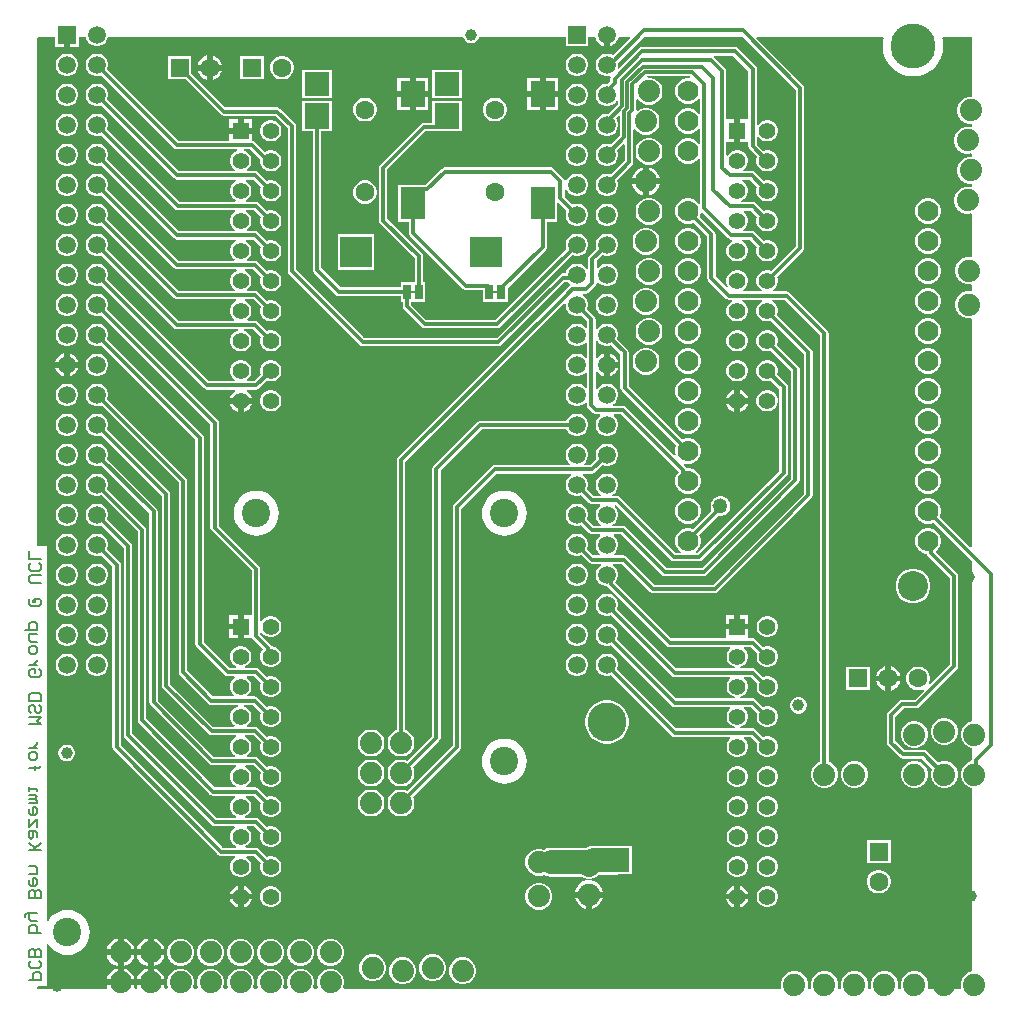
<source format=gbl>
G04*
G04 #@! TF.GenerationSoftware,Altium Limited,Altium Designer,23.3.1 (30)*
G04*
G04 Layer_Physical_Order=6*
G04 Layer_Color=16711680*
%FSLAX26Y26*%
%MOIN*%
G70*
G04*
G04 #@! TF.SameCoordinates,AF54F826-5E14-49BB-B143-2C6BD7E0847E*
G04*
G04*
G04 #@! TF.FilePolarity,Positive*
G04*
G01*
G75*
%ADD10C,0.007874*%
%ADD13C,0.078740*%
%ADD23C,0.039370*%
%ADD43C,0.094488*%
%ADD44C,0.062992*%
%ADD45R,0.062992X0.062992*%
%ADD50C,0.011811*%
%ADD52R,0.025000X0.050000*%
G04:AMPARAMS|DCode=53|XSize=50mil|YSize=50mil|CornerRadius=25mil|HoleSize=0mil|Usage=FLASHONLY|Rotation=180.000|XOffset=0mil|YOffset=0mil|HoleType=Round|Shape=RoundedRectangle|*
%AMROUNDEDRECTD53*
21,1,0.050000,0.000000,0,0,180.0*
21,1,0.000000,0.050000,0,0,180.0*
1,1,0.050000,0.000000,0.000000*
1,1,0.050000,0.000000,0.000000*
1,1,0.050000,0.000000,0.000000*
1,1,0.050000,0.000000,0.000000*
%
%ADD53ROUNDEDRECTD53*%
%ADD56R,0.016000X0.010000*%
%ADD57R,0.062992X0.062992*%
%ADD58C,0.074000*%
%ADD59C,0.074803*%
%ADD60R,0.080000X0.080000*%
%ADD61C,0.080000*%
%ADD62C,0.130000*%
%ADD63C,0.059055*%
%ADD64C,0.149606*%
%ADD65C,0.100000*%
%ADD66C,0.070000*%
%ADD67C,0.055118*%
%ADD68R,0.055118X0.055118*%
%ADD69R,0.059055X0.059055*%
%ADD70C,0.062992*%
%ADD71R,0.062992X0.062992*%
%ADD74R,0.106299X0.102362*%
%ADD75R,0.082677X0.106299*%
%ADD76R,0.082677X0.086614*%
%ADD77R,0.082677X0.078740*%
G36*
X351575Y1556204D02*
X356989Y1557654D01*
X366003Y1562858D01*
X373362Y1570218D01*
X378566Y1579231D01*
X380808Y1587598D01*
X418183D01*
X420097Y1582979D01*
X362692Y1525574D01*
X356169Y1529341D01*
X346656Y1531890D01*
X336808D01*
X327296Y1529341D01*
X318767Y1524417D01*
X311804Y1517453D01*
X306880Y1508925D01*
X304331Y1499412D01*
Y1489564D01*
X306880Y1480052D01*
X311804Y1471523D01*
X318767Y1464560D01*
X327296Y1459636D01*
X336808Y1457087D01*
X346656D01*
X352551Y1458666D01*
X355663Y1454324D01*
X354495Y1452576D01*
X353426Y1447200D01*
Y1438835D01*
X346481Y1431890D01*
X336808D01*
X327296Y1429341D01*
X318767Y1424417D01*
X311804Y1417453D01*
X306880Y1408925D01*
X304331Y1399412D01*
Y1389564D01*
X306880Y1380052D01*
X311804Y1371523D01*
X318767Y1364560D01*
X327296Y1359636D01*
X336808Y1357087D01*
X346656D01*
X356169Y1359636D01*
X364697Y1364560D01*
X371661Y1371523D01*
X374266Y1376035D01*
X379266Y1374695D01*
Y1362663D01*
X348105Y1331502D01*
X346656Y1331890D01*
X336808D01*
X327296Y1329341D01*
X318767Y1324417D01*
X311804Y1317453D01*
X306880Y1308925D01*
X304331Y1299412D01*
Y1289564D01*
X306880Y1280052D01*
X311804Y1271523D01*
X318767Y1264560D01*
X327296Y1259636D01*
X336808Y1257087D01*
X346656D01*
X356169Y1259636D01*
X364697Y1264560D01*
X371661Y1271523D01*
X376585Y1280052D01*
X379134Y1289564D01*
Y1299412D01*
X376585Y1308925D01*
X372442Y1316101D01*
X381182Y1324841D01*
X385801Y1322927D01*
Y1258426D01*
X356516Y1229140D01*
X356169Y1229341D01*
X346656Y1231890D01*
X336808D01*
X327296Y1229341D01*
X318767Y1224417D01*
X311804Y1217453D01*
X306880Y1208925D01*
X304331Y1199412D01*
Y1189564D01*
X306880Y1180052D01*
X311804Y1171523D01*
X318767Y1164560D01*
X327296Y1159636D01*
X336808Y1157087D01*
X346656D01*
X356169Y1159636D01*
X364697Y1164560D01*
X371661Y1171523D01*
X376585Y1180052D01*
X379134Y1189564D01*
Y1199412D01*
X376585Y1208925D01*
X376385Y1209272D01*
X397717Y1230604D01*
X402336Y1228690D01*
Y1174961D01*
X356516Y1129140D01*
X356169Y1129341D01*
X346656Y1131890D01*
X336808D01*
X327296Y1129341D01*
X318767Y1124417D01*
X311804Y1117453D01*
X306880Y1108925D01*
X304331Y1099412D01*
Y1089564D01*
X306880Y1080052D01*
X311804Y1071523D01*
X318767Y1064560D01*
X327296Y1059636D01*
X336808Y1057087D01*
X346656D01*
X356169Y1059636D01*
X364697Y1064560D01*
X371661Y1071523D01*
X376585Y1080052D01*
X379134Y1089564D01*
Y1099412D01*
X376585Y1108925D01*
X376385Y1109272D01*
X426320Y1159207D01*
X429366Y1163765D01*
X430435Y1169142D01*
Y1278444D01*
X435435Y1279784D01*
X436375Y1278155D01*
X444730Y1269801D01*
X454963Y1263893D01*
X466376Y1260835D01*
X478191D01*
X489604Y1263893D01*
X499837Y1269801D01*
X508192Y1278155D01*
X514099Y1288388D01*
X517158Y1299801D01*
Y1311617D01*
X514099Y1323029D01*
X508192Y1333262D01*
X499837Y1341617D01*
X489604Y1347525D01*
X478191Y1350583D01*
X466376D01*
X454963Y1347525D01*
X445294Y1341942D01*
X443564Y1342371D01*
X440435Y1344393D01*
Y1378444D01*
X445435Y1379784D01*
X446375Y1378155D01*
X454730Y1369801D01*
X464963Y1363893D01*
X476376Y1360835D01*
X488191D01*
X499604Y1363893D01*
X509837Y1369801D01*
X518192Y1378155D01*
X524099Y1388388D01*
X527158Y1399801D01*
Y1411617D01*
X524099Y1423029D01*
X518192Y1433262D01*
X509837Y1441617D01*
X499604Y1447525D01*
X488191Y1450583D01*
X479074D01*
X476136Y1455483D01*
X476681Y1456423D01*
X617845D01*
X619221Y1454578D01*
X618873Y1453151D01*
X616574Y1449764D01*
X606757D01*
X595853Y1446842D01*
X586076Y1441198D01*
X578094Y1433215D01*
X572449Y1423439D01*
X569528Y1412534D01*
Y1401245D01*
X572449Y1390341D01*
X578094Y1380564D01*
X586076Y1372582D01*
X595853Y1366938D01*
X606757Y1364016D01*
X618046D01*
X628950Y1366938D01*
X638727Y1372582D01*
X646709Y1380564D01*
X647459Y1381864D01*
X652289Y1380570D01*
Y1333210D01*
X647459Y1331916D01*
X646709Y1333215D01*
X638727Y1341198D01*
X628950Y1346842D01*
X618046Y1349764D01*
X606757D01*
X595853Y1346842D01*
X586076Y1341198D01*
X578094Y1333215D01*
X572449Y1323439D01*
X569528Y1312534D01*
Y1301245D01*
X572449Y1290341D01*
X578094Y1280564D01*
X586076Y1272582D01*
X595853Y1266938D01*
X606757Y1264016D01*
X618046D01*
X628950Y1266938D01*
X638727Y1272582D01*
X646709Y1280564D01*
X647459Y1281864D01*
X652289Y1280570D01*
Y1233210D01*
X647459Y1231916D01*
X646709Y1233215D01*
X638727Y1241198D01*
X628950Y1246842D01*
X618046Y1249764D01*
X606757D01*
X595853Y1246842D01*
X586076Y1241198D01*
X578094Y1233215D01*
X572449Y1223439D01*
X569528Y1212534D01*
Y1201245D01*
X572449Y1190341D01*
X578094Y1180564D01*
X586076Y1172582D01*
X595853Y1166938D01*
X606757Y1164016D01*
X618046D01*
X628950Y1166938D01*
X638727Y1172582D01*
X646709Y1180564D01*
X647459Y1181864D01*
X652289Y1180570D01*
Y1033210D01*
X647459Y1031916D01*
X646709Y1033215D01*
X638727Y1041198D01*
X628950Y1046842D01*
X618046Y1049764D01*
X606757D01*
X595853Y1046842D01*
X586076Y1041198D01*
X578094Y1033215D01*
X572449Y1023439D01*
X569528Y1012534D01*
Y1001245D01*
X572449Y990341D01*
X578094Y980564D01*
X586076Y972582D01*
X595853Y966938D01*
X606757Y964016D01*
X618046D01*
X628950Y966938D01*
X631191Y968231D01*
X676180Y923243D01*
Y785164D01*
X677249Y779788D01*
X680295Y775230D01*
X740066Y715459D01*
X744624Y712414D01*
X750000Y711344D01*
X758428D01*
X759768Y706344D01*
X754165Y703110D01*
X747568Y696512D01*
X742903Y688433D01*
X740488Y679421D01*
Y670091D01*
X742903Y661080D01*
X747568Y653000D01*
X754165Y646403D01*
X762245Y641738D01*
X771256Y639323D01*
X780586D01*
X789598Y641738D01*
X797678Y646403D01*
X804275Y653000D01*
X808940Y661080D01*
X811354Y670091D01*
Y679421D01*
X808940Y688433D01*
X804275Y696512D01*
X797678Y703110D01*
X792075Y706344D01*
X793415Y711344D01*
X858428D01*
X859768Y706344D01*
X854165Y703110D01*
X847568Y696512D01*
X842903Y688433D01*
X840488Y679421D01*
Y670091D01*
X842903Y661080D01*
X847568Y653000D01*
X854165Y646403D01*
X862245Y641738D01*
X871256Y639323D01*
X880586D01*
X889182Y641626D01*
X999730Y531078D01*
Y64875D01*
X695952Y-238903D01*
X501883D01*
X407572Y-144593D01*
X403014Y-141548D01*
X397638Y-140478D01*
X365972D01*
X364632Y-135478D01*
X364697Y-135440D01*
X371661Y-128477D01*
X376585Y-119948D01*
X379134Y-110436D01*
Y-100588D01*
X376585Y-91075D01*
X371661Y-82547D01*
X365250Y-76136D01*
X366032Y-71136D01*
X389850D01*
X525499Y-206785D01*
X530057Y-209830D01*
X535433Y-210900D01*
X664370D01*
X669747Y-209830D01*
X674305Y-206785D01*
X980407Y99317D01*
X983452Y103875D01*
X984522Y109252D01*
Y480205D01*
X983452Y485582D01*
X980407Y490139D01*
X909051Y561495D01*
X911354Y570091D01*
Y579421D01*
X908940Y588433D01*
X904275Y596512D01*
X897678Y603110D01*
X889598Y607774D01*
X880586Y610189D01*
X871256D01*
X862245Y607774D01*
X854165Y603110D01*
X847568Y596512D01*
X842903Y588433D01*
X840488Y579421D01*
Y570091D01*
X842903Y561080D01*
X847568Y553000D01*
X854165Y546403D01*
X862245Y541738D01*
X871256Y539323D01*
X880586D01*
X889182Y541626D01*
X956423Y474385D01*
Y115071D01*
X658551Y-182801D01*
X541253D01*
X405604Y-47152D01*
X401046Y-44107D01*
X395669Y-43037D01*
X361539D01*
X360200Y-38037D01*
X364697Y-35440D01*
X371661Y-28477D01*
X376585Y-19948D01*
X379134Y-10436D01*
Y-588D01*
X376585Y8925D01*
X371661Y17453D01*
X367432Y21683D01*
X369015Y27170D01*
X370895Y27598D01*
X555435Y-156942D01*
X559993Y-159988D01*
X565370Y-161057D01*
X649252D01*
X654629Y-159988D01*
X659187Y-156942D01*
X941037Y124908D01*
X944082Y129466D01*
X945152Y134843D01*
Y419575D01*
X944082Y424952D01*
X941037Y429510D01*
X909051Y461495D01*
X911354Y470091D01*
Y479421D01*
X908940Y488433D01*
X904275Y496512D01*
X897678Y503110D01*
X889598Y507774D01*
X880586Y510189D01*
X871256D01*
X862245Y507774D01*
X854165Y503110D01*
X847568Y496512D01*
X842903Y488433D01*
X840488Y479421D01*
Y470091D01*
X842903Y461079D01*
X847568Y453000D01*
X854165Y446403D01*
X862245Y441738D01*
X871256Y439323D01*
X880586D01*
X889182Y441626D01*
X917053Y413755D01*
Y140662D01*
X643452Y-132939D01*
X639503Y-132524D01*
X638103Y-127778D01*
X638727Y-127418D01*
X646709Y-119436D01*
X652354Y-109659D01*
X655276Y-98755D01*
Y-87466D01*
X652354Y-76561D01*
X649835Y-72199D01*
X713493Y-8541D01*
X716144Y-9252D01*
X724800D01*
X733161Y-7012D01*
X740658Y-2684D01*
X746778Y3437D01*
X751106Y10933D01*
X753346Y19294D01*
Y27950D01*
X751106Y36311D01*
X746778Y43807D01*
X740658Y49928D01*
X733161Y54256D01*
X724800Y56496D01*
X716144D01*
X707784Y54256D01*
X700287Y49928D01*
X694167Y43807D01*
X689839Y36311D01*
X687598Y27950D01*
Y19294D01*
X689839Y10933D01*
X691080Y8783D01*
X629070Y-53227D01*
X628950Y-53158D01*
X618046Y-50236D01*
X606757D01*
X595853Y-53158D01*
X586076Y-58802D01*
X578094Y-66785D01*
X572449Y-76561D01*
X569528Y-87466D01*
Y-98755D01*
X572449Y-109659D01*
X578094Y-119436D01*
X586076Y-127418D01*
X587307Y-128129D01*
X586013Y-132958D01*
X571189D01*
X385383Y52848D01*
X380825Y55893D01*
X375448Y56963D01*
X361539D01*
X360200Y61963D01*
X364697Y64560D01*
X371661Y71523D01*
X376585Y80052D01*
X379134Y89564D01*
Y99412D01*
X376585Y108925D01*
X371661Y117453D01*
X364697Y124417D01*
X356169Y129341D01*
X346656Y131890D01*
X336808D01*
X327296Y129341D01*
X318767Y124417D01*
X311804Y117453D01*
X306880Y108925D01*
X304331Y99412D01*
Y89564D01*
X306880Y80052D01*
X311804Y71523D01*
X318767Y64560D01*
X323265Y61963D01*
X321925Y56963D01*
X299127D01*
X276385Y79705D01*
X276585Y80052D01*
X279134Y89564D01*
Y99412D01*
X276585Y108925D01*
X271661Y117453D01*
X264697Y124417D01*
X260200Y127013D01*
X261539Y132013D01*
X293307D01*
X298684Y133083D01*
X303242Y136129D01*
X326949Y159836D01*
X327296Y159636D01*
X336808Y157087D01*
X346656D01*
X356169Y159636D01*
X364697Y164560D01*
X371661Y171523D01*
X376585Y180052D01*
X379134Y189564D01*
Y199412D01*
X376585Y208925D01*
X371661Y217453D01*
X364697Y224417D01*
X356169Y229341D01*
X346656Y231890D01*
X336808D01*
X327296Y229341D01*
X318767Y224417D01*
X311804Y217453D01*
X306880Y208925D01*
X304331Y199412D01*
Y189564D01*
X306880Y180052D01*
X307080Y179705D01*
X287488Y160113D01*
X266032D01*
X265250Y165113D01*
X271661Y171523D01*
X276585Y180052D01*
X279134Y189564D01*
Y199412D01*
X276585Y208925D01*
X271661Y217453D01*
X264697Y224417D01*
X256169Y229341D01*
X246656Y231890D01*
X236808D01*
X227296Y229341D01*
X218767Y224417D01*
X211804Y217453D01*
X206880Y208925D01*
X204331Y199412D01*
Y189564D01*
X206880Y180052D01*
X211804Y171523D01*
X218214Y165113D01*
X217432Y160113D01*
X-31102D01*
X-36479Y159043D01*
X-41037Y155998D01*
X-167415Y29620D01*
X-170460Y25062D01*
X-171530Y19685D01*
Y-773314D01*
X-324235Y-926019D01*
X-327168Y-924326D01*
X-338580Y-921268D01*
X-350396D01*
X-361809Y-924326D01*
X-372041Y-930234D01*
X-380396Y-938588D01*
X-386304Y-948821D01*
X-389362Y-960234D01*
Y-972049D01*
X-386304Y-983462D01*
X-380396Y-993695D01*
X-372041Y-1002050D01*
X-361809Y-1007958D01*
X-350396Y-1011016D01*
X-338580D01*
X-327168Y-1007958D01*
X-316935Y-1002050D01*
X-308580Y-993695D01*
X-302672Y-983462D01*
X-299614Y-972049D01*
Y-960234D01*
X-302672Y-948821D01*
X-304366Y-945888D01*
X-147546Y-789068D01*
X-144500Y-784510D01*
X-143431Y-779134D01*
Y13866D01*
X-25283Y132013D01*
X221925D01*
X223265Y127013D01*
X218767Y124417D01*
X211804Y117453D01*
X206880Y108925D01*
X204331Y99412D01*
Y89564D01*
X206880Y80052D01*
X211804Y71523D01*
X218767Y64560D01*
X227296Y59636D01*
X236808Y57087D01*
X246656D01*
X256169Y59636D01*
X256516Y59836D01*
X283373Y32979D01*
X287931Y29933D01*
X293307Y28864D01*
X317432D01*
X318214Y23864D01*
X311804Y17453D01*
X306880Y8925D01*
X304331Y-588D01*
Y-10436D01*
X306880Y-19948D01*
X311804Y-28477D01*
X318767Y-35440D01*
X323265Y-38037D01*
X321925Y-43037D01*
X299127D01*
X276385Y-20295D01*
X276585Y-19948D01*
X279134Y-10436D01*
Y-588D01*
X276585Y8925D01*
X271661Y17453D01*
X264697Y24417D01*
X256169Y29341D01*
X246656Y31890D01*
X236808D01*
X227296Y29341D01*
X218767Y24417D01*
X211804Y17453D01*
X206880Y8925D01*
X204331Y-588D01*
Y-10436D01*
X206880Y-19948D01*
X211804Y-28477D01*
X218767Y-35440D01*
X227296Y-40364D01*
X236808Y-42913D01*
X246656D01*
X256169Y-40364D01*
X256516Y-40164D01*
X283373Y-67021D01*
X287931Y-70067D01*
X293307Y-71136D01*
X317432D01*
X318214Y-76136D01*
X311804Y-82547D01*
X306880Y-91075D01*
X304331Y-100588D01*
Y-110436D01*
X306880Y-119948D01*
X311804Y-128477D01*
X318767Y-135440D01*
X318832Y-135478D01*
X317493Y-140478D01*
X296568D01*
X276385Y-120295D01*
X276585Y-119948D01*
X279134Y-110436D01*
Y-100588D01*
X276585Y-91075D01*
X271661Y-82547D01*
X264697Y-75583D01*
X256169Y-70659D01*
X246656Y-68110D01*
X236808D01*
X227296Y-70659D01*
X218767Y-75583D01*
X211804Y-82547D01*
X206880Y-91075D01*
X204331Y-100588D01*
Y-110436D01*
X206880Y-119948D01*
X211804Y-128477D01*
X218767Y-135440D01*
X227296Y-140364D01*
X236808Y-142913D01*
X246656D01*
X256169Y-140364D01*
X256516Y-140164D01*
X280814Y-164462D01*
X285372Y-167508D01*
X290748Y-168577D01*
X320902D01*
X322242Y-173577D01*
X318767Y-175583D01*
X311804Y-182547D01*
X306880Y-191075D01*
X304331Y-200588D01*
Y-210436D01*
X306880Y-219948D01*
X311804Y-228477D01*
X318767Y-235440D01*
X327296Y-240364D01*
X336808Y-242913D01*
X343032D01*
X344830Y-245605D01*
X540703Y-441478D01*
X545261Y-444523D01*
X550638Y-445593D01*
X751959D01*
X753298Y-450593D01*
X747647Y-456244D01*
X742982Y-464323D01*
X740567Y-473335D01*
Y-482665D01*
X742982Y-491677D01*
X747647Y-499756D01*
X754244Y-506353D01*
X762323Y-511018D01*
X767830Y-512494D01*
X767172Y-517494D01*
X573583D01*
X376385Y-320295D01*
X376585Y-319948D01*
X379134Y-310436D01*
Y-300588D01*
X376585Y-291075D01*
X371661Y-282547D01*
X364697Y-275583D01*
X356169Y-270659D01*
X346656Y-268110D01*
X336808D01*
X327296Y-270659D01*
X318767Y-275583D01*
X311804Y-282547D01*
X306880Y-291075D01*
X304331Y-300588D01*
Y-310436D01*
X306880Y-319948D01*
X311804Y-328477D01*
X318767Y-335440D01*
X327296Y-340364D01*
X336808Y-342913D01*
X346656D01*
X356169Y-340364D01*
X356516Y-340164D01*
X557829Y-541478D01*
X562387Y-544523D01*
X567764Y-545593D01*
X751959D01*
X753298Y-550593D01*
X747647Y-556244D01*
X742982Y-564323D01*
X740567Y-573335D01*
Y-582665D01*
X742982Y-591677D01*
X747647Y-599756D01*
X754244Y-606353D01*
X762323Y-611018D01*
X767830Y-612494D01*
X767172Y-617494D01*
X573583D01*
X376385Y-420295D01*
X376585Y-419948D01*
X379134Y-410436D01*
Y-400588D01*
X376585Y-391075D01*
X371661Y-382547D01*
X364697Y-375583D01*
X356169Y-370659D01*
X346656Y-368110D01*
X336808D01*
X327296Y-370659D01*
X318767Y-375583D01*
X311804Y-382547D01*
X306880Y-391075D01*
X304331Y-400588D01*
Y-410436D01*
X306880Y-419948D01*
X311804Y-428477D01*
X318767Y-435440D01*
X327296Y-440364D01*
X336808Y-442913D01*
X346656D01*
X356169Y-440364D01*
X356516Y-440164D01*
X557829Y-641478D01*
X562387Y-644523D01*
X567764Y-645593D01*
X751959D01*
X753298Y-650593D01*
X747647Y-656244D01*
X742982Y-664323D01*
X740567Y-673335D01*
Y-682665D01*
X742982Y-691677D01*
X747647Y-699756D01*
X754244Y-706353D01*
X762323Y-711018D01*
X767830Y-712494D01*
X767172Y-717494D01*
X573583D01*
X376385Y-520295D01*
X376585Y-519948D01*
X379134Y-510436D01*
Y-500588D01*
X376585Y-491075D01*
X371661Y-482547D01*
X364697Y-475583D01*
X356169Y-470659D01*
X346656Y-468110D01*
X336808D01*
X327296Y-470659D01*
X318767Y-475583D01*
X311804Y-482547D01*
X306880Y-491075D01*
X304331Y-500588D01*
Y-510436D01*
X306880Y-519948D01*
X311804Y-528477D01*
X318767Y-535440D01*
X327296Y-540364D01*
X336808Y-542913D01*
X346656D01*
X356169Y-540364D01*
X356516Y-540164D01*
X557829Y-741478D01*
X562387Y-744523D01*
X567764Y-745593D01*
X751959D01*
X753298Y-750593D01*
X747647Y-756244D01*
X742982Y-764323D01*
X740567Y-773335D01*
Y-782665D01*
X742982Y-791677D01*
X747647Y-799756D01*
X754244Y-806353D01*
X762323Y-811018D01*
X771335Y-813433D01*
X780665D01*
X789677Y-811018D01*
X797756Y-806353D01*
X804353Y-799756D01*
X809018Y-791677D01*
X811433Y-782665D01*
Y-773335D01*
X809018Y-764323D01*
X804353Y-756244D01*
X798702Y-750593D01*
X800041Y-745593D01*
X823724D01*
X842870Y-764739D01*
X840567Y-773335D01*
Y-782665D01*
X842982Y-791677D01*
X847647Y-799756D01*
X854244Y-806353D01*
X862323Y-811018D01*
X871335Y-813433D01*
X880665D01*
X889677Y-811018D01*
X897756Y-806353D01*
X904353Y-799756D01*
X909018Y-791677D01*
X911433Y-782665D01*
Y-773335D01*
X909018Y-764323D01*
X904353Y-756244D01*
X897756Y-749647D01*
X889677Y-744982D01*
X880665Y-742567D01*
X871335D01*
X862739Y-744870D01*
X839478Y-721609D01*
X834920Y-718563D01*
X829543Y-717494D01*
X784828D01*
X784170Y-712494D01*
X789677Y-711018D01*
X797756Y-706353D01*
X804353Y-699756D01*
X809018Y-691677D01*
X811433Y-682665D01*
Y-673335D01*
X809018Y-664323D01*
X804353Y-656244D01*
X798702Y-650593D01*
X800041Y-645593D01*
X823724D01*
X842870Y-664739D01*
X840567Y-673335D01*
Y-682665D01*
X842982Y-691677D01*
X847647Y-699756D01*
X854244Y-706353D01*
X862323Y-711018D01*
X871335Y-713433D01*
X880665D01*
X889677Y-711018D01*
X897756Y-706353D01*
X904353Y-699756D01*
X909018Y-691677D01*
X911433Y-682665D01*
Y-673335D01*
X909018Y-664323D01*
X904353Y-656244D01*
X897756Y-649647D01*
X889677Y-644982D01*
X880665Y-642567D01*
X871335D01*
X862739Y-644870D01*
X839478Y-621609D01*
X834920Y-618563D01*
X829543Y-617494D01*
X784828D01*
X784170Y-612494D01*
X789677Y-611018D01*
X797756Y-606353D01*
X804353Y-599756D01*
X809018Y-591677D01*
X811433Y-582665D01*
Y-573335D01*
X809018Y-564323D01*
X804353Y-556244D01*
X798702Y-550593D01*
X800041Y-545593D01*
X823724D01*
X842870Y-564739D01*
X840567Y-573335D01*
Y-582665D01*
X842982Y-591677D01*
X847647Y-599756D01*
X854244Y-606353D01*
X862323Y-611018D01*
X871335Y-613433D01*
X880665D01*
X889677Y-611018D01*
X897756Y-606353D01*
X904353Y-599756D01*
X909018Y-591677D01*
X911433Y-582665D01*
Y-573335D01*
X909018Y-564323D01*
X904353Y-556244D01*
X897756Y-549647D01*
X889677Y-544982D01*
X880665Y-542567D01*
X871335D01*
X862739Y-544870D01*
X839478Y-521609D01*
X834920Y-518563D01*
X829543Y-517494D01*
X784828D01*
X784170Y-512494D01*
X789677Y-511018D01*
X797756Y-506353D01*
X804353Y-499756D01*
X809018Y-491677D01*
X811433Y-482665D01*
Y-473335D01*
X809018Y-464323D01*
X804353Y-456244D01*
X798702Y-450593D01*
X800041Y-445593D01*
X823724D01*
X842870Y-464739D01*
X840567Y-473335D01*
Y-482665D01*
X842982Y-491677D01*
X847647Y-499756D01*
X854244Y-506353D01*
X862323Y-511018D01*
X871335Y-513433D01*
X880665D01*
X889677Y-511018D01*
X897756Y-506353D01*
X904353Y-499756D01*
X909018Y-491677D01*
X911433Y-482665D01*
Y-473335D01*
X909018Y-464323D01*
X904353Y-456244D01*
X897756Y-449647D01*
X889677Y-444982D01*
X880665Y-442567D01*
X871335D01*
X862739Y-444870D01*
X839478Y-421609D01*
X834920Y-418563D01*
X829543Y-417494D01*
X817758D01*
X813559Y-415559D01*
X813559Y-412494D01*
Y-387842D01*
X776000D01*
X738441D01*
Y-412494D01*
X738441Y-415559D01*
X734242Y-417494D01*
X556457D01*
X369551Y-230587D01*
X371661Y-228477D01*
X376585Y-219948D01*
X379134Y-210436D01*
Y-200588D01*
X376585Y-191075D01*
X371661Y-182547D01*
X364697Y-175583D01*
X361223Y-173577D01*
X362562Y-168577D01*
X391818D01*
X486129Y-262887D01*
X490687Y-265933D01*
X496063Y-267002D01*
X701772D01*
X707148Y-265933D01*
X711706Y-262887D01*
X1023714Y49121D01*
X1026759Y53679D01*
X1027829Y59055D01*
Y536898D01*
X1026759Y542274D01*
X1023714Y546832D01*
X909051Y661495D01*
X911354Y670091D01*
Y679421D01*
X908940Y688433D01*
X904275Y696512D01*
X897678Y703110D01*
X892075Y706344D01*
X893415Y711344D01*
X935125D01*
X1052919Y593551D01*
Y-828799D01*
X1049648Y-829675D01*
X1039415Y-835583D01*
X1031060Y-843938D01*
X1025153Y-854171D01*
X1022095Y-865583D01*
Y-877399D01*
X1025153Y-888812D01*
X1031060Y-899045D01*
X1039415Y-907399D01*
X1049648Y-913307D01*
X1061061Y-916365D01*
X1072876D01*
X1084289Y-913307D01*
X1094522Y-907399D01*
X1102877Y-899045D01*
X1108784Y-888812D01*
X1111842Y-877399D01*
Y-865583D01*
X1108784Y-854171D01*
X1102877Y-843938D01*
X1094522Y-835583D01*
X1084289Y-829675D01*
X1081018Y-828799D01*
Y599370D01*
X1079948Y604747D01*
X1076903Y609305D01*
X950879Y735328D01*
X946321Y738374D01*
X940945Y739443D01*
X895624D01*
X894284Y744443D01*
X897678Y746403D01*
X904275Y753000D01*
X908940Y761080D01*
X911354Y770091D01*
Y779421D01*
X909051Y788017D01*
X996155Y875121D01*
X999201Y879679D01*
X1000270Y885055D01*
Y1417323D01*
X999201Y1422699D01*
X996155Y1427257D01*
X840433Y1582979D01*
X842347Y1587598D01*
X1262384D01*
X1265362Y1583582D01*
X1263248Y1576613D01*
X1261305Y1556890D01*
X1263248Y1537167D01*
X1269001Y1518202D01*
X1278343Y1500724D01*
X1290916Y1485404D01*
X1306236Y1472831D01*
X1323714Y1463489D01*
X1342679Y1457736D01*
X1362402Y1455794D01*
X1382124Y1457736D01*
X1401089Y1463489D01*
X1418568Y1472831D01*
X1433887Y1485404D01*
X1446460Y1500724D01*
X1455802Y1518202D01*
X1461555Y1537167D01*
X1463498Y1556890D01*
X1461555Y1576613D01*
X1459441Y1583582D01*
X1462420Y1587598D01*
X1558071D01*
Y1387591D01*
X1548226D01*
X1536813Y1384532D01*
X1526581Y1378625D01*
X1518226Y1370270D01*
X1512318Y1360037D01*
X1509260Y1348624D01*
Y1336809D01*
X1512318Y1325396D01*
X1518226Y1315163D01*
X1526581Y1306808D01*
X1536813Y1300901D01*
X1548226Y1297842D01*
X1558071D01*
Y1289546D01*
X1554104Y1286502D01*
X1550042Y1287591D01*
X1538226D01*
X1526813Y1284532D01*
X1516581Y1278625D01*
X1508226Y1270270D01*
X1502318Y1260037D01*
X1499260Y1248624D01*
Y1236809D01*
X1502318Y1225396D01*
X1508226Y1215163D01*
X1516581Y1206808D01*
X1526813Y1200901D01*
X1538226Y1197842D01*
X1550042D01*
X1554104Y1198931D01*
X1558071Y1195887D01*
Y1187591D01*
X1548226D01*
X1536813Y1184532D01*
X1526581Y1178625D01*
X1518226Y1170270D01*
X1512318Y1160037D01*
X1509260Y1148624D01*
Y1136809D01*
X1512318Y1125396D01*
X1518226Y1115163D01*
X1526581Y1106808D01*
X1536813Y1100901D01*
X1548226Y1097842D01*
X1558071D01*
Y1089546D01*
X1554104Y1086502D01*
X1550042Y1087591D01*
X1538226D01*
X1526813Y1084532D01*
X1516581Y1078625D01*
X1508226Y1070270D01*
X1502318Y1060037D01*
X1499260Y1048624D01*
Y1036809D01*
X1502318Y1025396D01*
X1508226Y1015163D01*
X1516581Y1006808D01*
X1526813Y1000901D01*
X1538226Y997842D01*
X1550042D01*
X1554104Y998931D01*
X1558071Y995887D01*
Y856434D01*
X1554104Y853391D01*
X1553152Y853646D01*
X1541336D01*
X1529923Y850588D01*
X1519691Y844680D01*
X1511336Y836325D01*
X1505428Y826092D01*
X1502370Y814679D01*
Y802864D01*
X1505428Y791451D01*
X1511336Y781218D01*
X1519691Y772864D01*
X1529923Y766956D01*
X1541336Y763898D01*
X1553152D01*
X1554104Y764153D01*
X1558071Y761109D01*
Y742434D01*
X1554104Y739391D01*
X1553152Y739646D01*
X1541336D01*
X1529923Y736588D01*
X1519691Y730680D01*
X1511336Y722325D01*
X1505428Y712092D01*
X1502370Y700679D01*
Y688864D01*
X1505428Y677451D01*
X1511336Y667218D01*
X1519691Y658864D01*
X1529923Y652956D01*
X1541336Y649898D01*
X1553152D01*
X1554104Y650153D01*
X1558071Y647109D01*
Y-112378D01*
X1553451Y-114291D01*
X1451060Y-11900D01*
X1452354Y-9659D01*
X1455276Y1245D01*
Y12534D01*
X1452354Y23439D01*
X1446709Y33215D01*
X1438727Y41198D01*
X1428950Y46842D01*
X1418046Y49764D01*
X1406757D01*
X1395853Y46842D01*
X1386076Y41198D01*
X1378094Y33215D01*
X1372449Y23439D01*
X1369528Y12534D01*
Y1245D01*
X1372449Y-9659D01*
X1378094Y-19436D01*
X1386076Y-27418D01*
X1395853Y-33062D01*
X1406757Y-35984D01*
X1418046D01*
X1428950Y-33062D01*
X1431191Y-31769D01*
X1558071Y-158649D01*
Y-694158D01*
X1549215Y-696531D01*
X1538982Y-702438D01*
X1530627Y-710793D01*
X1524719Y-721026D01*
X1521661Y-732439D01*
Y-744254D01*
X1524719Y-755667D01*
X1530627Y-765900D01*
X1538982Y-774255D01*
X1549215Y-780162D01*
X1558071Y-782535D01*
Y-818228D01*
X1558011Y-818317D01*
X1556942Y-823694D01*
Y-827721D01*
X1549648Y-829675D01*
X1539415Y-835583D01*
X1531060Y-843938D01*
X1525153Y-854171D01*
X1522094Y-865583D01*
Y-877399D01*
X1525153Y-888812D01*
X1531060Y-899045D01*
X1539415Y-907399D01*
X1549648Y-913307D01*
X1558071Y-915564D01*
Y-1527418D01*
X1549648Y-1529675D01*
X1539415Y-1535583D01*
X1531060Y-1543938D01*
X1525153Y-1554171D01*
X1522094Y-1565583D01*
Y-1577399D01*
X1523237Y-1581663D01*
X1520193Y-1585630D01*
X1413744D01*
X1410700Y-1581663D01*
X1411842Y-1577399D01*
Y-1565583D01*
X1408784Y-1554171D01*
X1402877Y-1543938D01*
X1394522Y-1535583D01*
X1384289Y-1529675D01*
X1372876Y-1526617D01*
X1361061D01*
X1349648Y-1529675D01*
X1339415Y-1535583D01*
X1331060Y-1543938D01*
X1325153Y-1554171D01*
X1322094Y-1565583D01*
Y-1577399D01*
X1323237Y-1581663D01*
X1320193Y-1585630D01*
X1313744D01*
X1310700Y-1581663D01*
X1311842Y-1577399D01*
Y-1565583D01*
X1308784Y-1554171D01*
X1302877Y-1543938D01*
X1294522Y-1535583D01*
X1284289Y-1529675D01*
X1272876Y-1526617D01*
X1261061D01*
X1249648Y-1529675D01*
X1239415Y-1535583D01*
X1231060Y-1543938D01*
X1225153Y-1554171D01*
X1222094Y-1565583D01*
Y-1577399D01*
X1223237Y-1581663D01*
X1220193Y-1585630D01*
X1213744D01*
X1210700Y-1581663D01*
X1211842Y-1577399D01*
Y-1565583D01*
X1208784Y-1554171D01*
X1202877Y-1543938D01*
X1194522Y-1535583D01*
X1184289Y-1529675D01*
X1172876Y-1526617D01*
X1161061D01*
X1149648Y-1529675D01*
X1139415Y-1535583D01*
X1131060Y-1543938D01*
X1125153Y-1554171D01*
X1122094Y-1565583D01*
Y-1577399D01*
X1123237Y-1581663D01*
X1120193Y-1585630D01*
X1113744D01*
X1110700Y-1581663D01*
X1111842Y-1577399D01*
Y-1565583D01*
X1108784Y-1554171D01*
X1102877Y-1543938D01*
X1094522Y-1535583D01*
X1084289Y-1529675D01*
X1072876Y-1526617D01*
X1061061D01*
X1049648Y-1529675D01*
X1039415Y-1535583D01*
X1031060Y-1543938D01*
X1025153Y-1554171D01*
X1022095Y-1565583D01*
Y-1577399D01*
X1023237Y-1581663D01*
X1020193Y-1585630D01*
X1013744D01*
X1010700Y-1581663D01*
X1011842Y-1577399D01*
Y-1565583D01*
X1008784Y-1554171D01*
X1002877Y-1543938D01*
X994522Y-1535583D01*
X984289Y-1529675D01*
X972876Y-1526617D01*
X961061D01*
X949648Y-1529675D01*
X939415Y-1535583D01*
X931060Y-1543938D01*
X925153Y-1554171D01*
X922095Y-1565583D01*
Y-1577399D01*
X923237Y-1581663D01*
X920193Y-1585630D01*
X-534819D01*
X-534912Y-1585470D01*
X-537139Y-1580630D01*
X-534260Y-1569884D01*
Y-1558069D01*
X-537318Y-1546656D01*
X-543226Y-1536423D01*
X-551581Y-1528068D01*
X-561813Y-1522160D01*
X-573226Y-1519102D01*
X-585042D01*
X-596455Y-1522160D01*
X-606687Y-1528068D01*
X-615042Y-1536423D01*
X-620950Y-1546656D01*
X-624008Y-1558069D01*
Y-1569884D01*
X-621129Y-1580630D01*
X-623356Y-1585470D01*
X-623448Y-1585630D01*
X-634819D01*
X-634912Y-1585470D01*
X-637139Y-1580630D01*
X-634260Y-1569884D01*
Y-1558069D01*
X-637318Y-1546656D01*
X-643226Y-1536423D01*
X-651581Y-1528068D01*
X-661813Y-1522160D01*
X-673226Y-1519102D01*
X-685042D01*
X-696455Y-1522160D01*
X-706687Y-1528068D01*
X-715042Y-1536423D01*
X-720950Y-1546656D01*
X-724008Y-1558069D01*
Y-1569884D01*
X-721129Y-1580630D01*
X-723356Y-1585470D01*
X-723448Y-1585630D01*
X-734819D01*
X-734912Y-1585470D01*
X-737139Y-1580630D01*
X-734260Y-1569884D01*
Y-1558069D01*
X-737318Y-1546656D01*
X-743226Y-1536423D01*
X-751581Y-1528068D01*
X-761813Y-1522160D01*
X-773226Y-1519102D01*
X-785042D01*
X-796455Y-1522160D01*
X-806687Y-1528068D01*
X-815042Y-1536423D01*
X-820950Y-1546656D01*
X-824008Y-1558069D01*
Y-1569884D01*
X-821129Y-1580630D01*
X-823356Y-1585470D01*
X-823448Y-1585630D01*
X-834819D01*
X-834912Y-1585470D01*
X-837139Y-1580630D01*
X-834260Y-1569884D01*
Y-1558069D01*
X-837318Y-1546656D01*
X-843226Y-1536423D01*
X-851581Y-1528068D01*
X-861813Y-1522160D01*
X-873226Y-1519102D01*
X-885042D01*
X-896455Y-1522160D01*
X-906687Y-1528068D01*
X-915042Y-1536423D01*
X-920950Y-1546656D01*
X-924008Y-1558069D01*
Y-1569884D01*
X-921129Y-1580630D01*
X-923356Y-1585470D01*
X-923448Y-1585630D01*
X-934819D01*
X-934912Y-1585470D01*
X-937139Y-1580630D01*
X-934260Y-1569884D01*
Y-1558069D01*
X-937318Y-1546656D01*
X-943226Y-1536423D01*
X-951581Y-1528068D01*
X-961813Y-1522160D01*
X-973226Y-1519102D01*
X-985042D01*
X-996455Y-1522160D01*
X-1006687Y-1528068D01*
X-1015042Y-1536423D01*
X-1020950Y-1546656D01*
X-1024008Y-1558069D01*
Y-1569884D01*
X-1021129Y-1580630D01*
X-1023356Y-1585470D01*
X-1023448Y-1585630D01*
X-1034820D01*
X-1034912Y-1585470D01*
X-1037139Y-1580630D01*
X-1034260Y-1569884D01*
Y-1558069D01*
X-1037318Y-1546656D01*
X-1043226Y-1536423D01*
X-1051581Y-1528068D01*
X-1061813Y-1522160D01*
X-1073226Y-1519102D01*
X-1085042D01*
X-1096455Y-1522160D01*
X-1106687Y-1528068D01*
X-1115042Y-1536423D01*
X-1120950Y-1546656D01*
X-1124008Y-1558069D01*
Y-1569884D01*
X-1121129Y-1580630D01*
X-1123356Y-1585470D01*
X-1123448Y-1585630D01*
X-1132209D01*
X-1134938Y-1580630D01*
X-1133113Y-1573819D01*
X-1179134D01*
X-1225155D01*
X-1223330Y-1580630D01*
X-1226059Y-1585630D01*
X-1232209D01*
X-1234938Y-1580630D01*
X-1233113Y-1573819D01*
X-1279134D01*
X-1325155D01*
X-1323330Y-1580630D01*
X-1326059Y-1585630D01*
X-1556188D01*
X-1556190Y-1578497D01*
X-1552655Y-1574961D01*
X-1526106D01*
Y-1436766D01*
X-1521256Y-1435551D01*
X-1519197Y-1439402D01*
X-1509849Y-1450794D01*
X-1498457Y-1460142D01*
X-1485461Y-1467089D01*
X-1471359Y-1471367D01*
X-1456693Y-1472811D01*
X-1442027Y-1471367D01*
X-1427925Y-1467089D01*
X-1414929Y-1460142D01*
X-1403537Y-1450794D01*
X-1394188Y-1439402D01*
X-1387242Y-1426406D01*
X-1382964Y-1412303D01*
X-1381519Y-1397638D01*
X-1382964Y-1382972D01*
X-1387242Y-1368870D01*
X-1394188Y-1355874D01*
X-1403537Y-1344482D01*
X-1414929Y-1335133D01*
X-1427925Y-1328186D01*
X-1442027Y-1323909D01*
X-1456693Y-1322464D01*
X-1471359Y-1323909D01*
X-1485461Y-1328186D01*
X-1498457Y-1335133D01*
X-1509849Y-1344482D01*
X-1519197Y-1355874D01*
X-1521256Y-1359725D01*
X-1526106Y-1358510D01*
Y-109227D01*
X-1556628D01*
X-1557132Y1584062D01*
X-1553597Y1587598D01*
X-1497795D01*
Y1554961D01*
X-1468110D01*
Y1594488D01*
X-1448425D01*
Y1554961D01*
X-1418740D01*
Y1587598D01*
X-1395142D01*
X-1393120Y1580052D01*
X-1388196Y1571523D01*
X-1381233Y1564560D01*
X-1372704Y1559636D01*
X-1363192Y1557087D01*
X-1353344D01*
X-1343831Y1559636D01*
X-1335303Y1564560D01*
X-1328339Y1571523D01*
X-1323415Y1580052D01*
X-1321393Y1587598D01*
X-136921D01*
X-135917Y1583851D01*
X-132289Y1577567D01*
X-127158Y1572436D01*
X-120874Y1568807D01*
X-113864Y1566929D01*
X-106608D01*
X-99599Y1568807D01*
X-93315Y1572436D01*
X-88183Y1577567D01*
X-84555Y1583851D01*
X-83551Y1587598D01*
X204331D01*
Y1557087D01*
X279134D01*
Y1587598D01*
X302656D01*
X304899Y1579231D01*
X310102Y1570218D01*
X317462Y1562858D01*
X326475Y1557654D01*
X331890Y1556204D01*
Y1594488D01*
X351575D01*
Y1556204D01*
D02*
G37*
G36*
X972171Y1411503D02*
Y890875D01*
X889182Y807886D01*
X880586Y810189D01*
X871256D01*
X862245Y807774D01*
X854165Y803110D01*
X847568Y796512D01*
X842903Y788433D01*
X840488Y779421D01*
Y770091D01*
X842903Y761080D01*
X847568Y753000D01*
X854165Y746403D01*
X857559Y744443D01*
X856219Y739443D01*
X795624D01*
X794284Y744443D01*
X797678Y746403D01*
X804275Y753000D01*
X808940Y761080D01*
X811354Y770091D01*
Y779421D01*
X808940Y788433D01*
X804275Y796512D01*
X797678Y803110D01*
X789598Y807774D01*
X780586Y810189D01*
X771256D01*
X762245Y807774D01*
X754165Y803110D01*
X747568Y796512D01*
X742903Y788433D01*
X740488Y779421D01*
Y770091D01*
X742903Y761080D01*
X745155Y757178D01*
X741154Y754108D01*
X704279Y790984D01*
Y929062D01*
X703209Y934439D01*
X700164Y938997D01*
X651060Y988100D01*
X652354Y990341D01*
X655193Y1000938D01*
X656278Y1001582D01*
X660276Y1002926D01*
X746955Y916247D01*
X751513Y913201D01*
X756890Y912132D01*
X759950D01*
X761131Y907132D01*
X754165Y903110D01*
X747568Y896512D01*
X742903Y888433D01*
X740488Y879421D01*
Y870091D01*
X742903Y861080D01*
X747568Y853000D01*
X754165Y846403D01*
X762245Y841738D01*
X771256Y839323D01*
X780586D01*
X789598Y841738D01*
X797678Y846403D01*
X804275Y853000D01*
X808940Y861080D01*
X811354Y870091D01*
Y879421D01*
X808940Y888433D01*
X804275Y896512D01*
X797678Y903110D01*
X790711Y907132D01*
X791892Y912132D01*
X818677D01*
X842792Y888017D01*
X840488Y879421D01*
Y870091D01*
X842903Y861080D01*
X847568Y853000D01*
X854165Y846403D01*
X862245Y841738D01*
X871256Y839323D01*
X880586D01*
X889598Y841738D01*
X897678Y846403D01*
X904275Y853000D01*
X908940Y861080D01*
X911354Y870091D01*
Y879421D01*
X908940Y888433D01*
X904275Y896512D01*
X897678Y903110D01*
X889598Y907774D01*
X880586Y910189D01*
X871256D01*
X862661Y907886D01*
X834431Y936116D01*
X829873Y939161D01*
X824496Y940231D01*
X796987D01*
X795648Y945231D01*
X797678Y946403D01*
X804275Y953000D01*
X808940Y961080D01*
X811354Y970091D01*
Y979421D01*
X808940Y988433D01*
X804275Y996512D01*
X797678Y1003110D01*
X796848Y1003588D01*
X798188Y1008588D01*
X822220D01*
X842792Y988017D01*
X840488Y979421D01*
Y970091D01*
X842903Y961080D01*
X847568Y953000D01*
X854165Y946403D01*
X862245Y941738D01*
X871256Y939323D01*
X880586D01*
X889598Y941738D01*
X897678Y946403D01*
X904275Y953000D01*
X908940Y961080D01*
X911354Y970091D01*
Y979421D01*
X908940Y988433D01*
X904275Y996512D01*
X897678Y1003110D01*
X889598Y1007774D01*
X880586Y1010189D01*
X871256D01*
X862661Y1007886D01*
X837974Y1032572D01*
X833416Y1035618D01*
X828040Y1036687D01*
X790068D01*
X789409Y1041687D01*
X789598Y1041738D01*
X797678Y1046403D01*
X804275Y1053000D01*
X808940Y1061080D01*
X811354Y1070091D01*
Y1079421D01*
X808940Y1088433D01*
X804275Y1096512D01*
X797678Y1103110D01*
X791052Y1106935D01*
X792392Y1111935D01*
X818874D01*
X842792Y1088017D01*
X840488Y1079421D01*
Y1070091D01*
X842903Y1061080D01*
X847568Y1053000D01*
X854165Y1046403D01*
X862245Y1041738D01*
X871256Y1039323D01*
X880586D01*
X889598Y1041738D01*
X897678Y1046403D01*
X904275Y1053000D01*
X908940Y1061080D01*
X911354Y1070091D01*
Y1079421D01*
X908940Y1088433D01*
X904275Y1096512D01*
X897678Y1103110D01*
X889598Y1107774D01*
X880586Y1110189D01*
X871256D01*
X862661Y1107886D01*
X834628Y1135919D01*
X830070Y1138964D01*
X824693Y1140034D01*
X796646D01*
X795307Y1145034D01*
X797678Y1146403D01*
X804275Y1153000D01*
X808940Y1161080D01*
X811354Y1170091D01*
Y1179421D01*
X808940Y1188433D01*
X804275Y1196512D01*
X797678Y1203110D01*
X789598Y1207774D01*
X780586Y1210189D01*
X771256D01*
X762245Y1207774D01*
X754165Y1203110D01*
X747568Y1196512D01*
X744443Y1191100D01*
X739443Y1192440D01*
Y1237197D01*
X766079D01*
Y1274756D01*
Y1312315D01*
X739443D01*
Y1473425D01*
X738374Y1478802D01*
X735328Y1483360D01*
X699895Y1518793D01*
X697609Y1520321D01*
X699125Y1525321D01*
X762881D01*
X813706Y1474495D01*
Y1317222D01*
X813480Y1312315D01*
X785764D01*
Y1274756D01*
Y1237197D01*
X813480D01*
X813706Y1232291D01*
Y1222921D01*
X814776Y1217545D01*
X817821Y1212987D01*
X842792Y1188017D01*
X840488Y1179421D01*
Y1170091D01*
X842903Y1161080D01*
X847568Y1153000D01*
X854165Y1146403D01*
X862245Y1141738D01*
X871256Y1139323D01*
X880586D01*
X889598Y1141738D01*
X897678Y1146403D01*
X904275Y1153000D01*
X908940Y1161080D01*
X911354Y1170091D01*
Y1179421D01*
X908940Y1188433D01*
X904275Y1196512D01*
X897678Y1203110D01*
X889598Y1207774D01*
X880586Y1210189D01*
X871256D01*
X862661Y1207886D01*
X841805Y1228741D01*
Y1252981D01*
X846805Y1254320D01*
X847568Y1253000D01*
X854165Y1246403D01*
X862245Y1241738D01*
X871256Y1239323D01*
X880586D01*
X889598Y1241738D01*
X897678Y1246403D01*
X904275Y1253000D01*
X908940Y1261080D01*
X911354Y1270091D01*
Y1279421D01*
X908940Y1288433D01*
X904275Y1296512D01*
X897678Y1303110D01*
X889598Y1307774D01*
X880586Y1310189D01*
X871256D01*
X862245Y1307774D01*
X854165Y1303110D01*
X847568Y1296512D01*
X846805Y1295192D01*
X841805Y1296532D01*
Y1480315D01*
X840736Y1485691D01*
X837690Y1490249D01*
X778635Y1549305D01*
X774077Y1552350D01*
X768701Y1553420D01*
X459646D01*
X454269Y1552350D01*
X449711Y1549305D01*
X382238Y1481832D01*
X377755Y1484420D01*
X379134Y1489564D01*
Y1499412D01*
X378528Y1501672D01*
X464454Y1587598D01*
X796076D01*
X972171Y1411503D01*
D02*
G37*
%LPC*%
G36*
X-972441Y1525559D02*
Y1495078D01*
X-941961D01*
X-943615Y1501253D01*
X-949078Y1510715D01*
X-956804Y1518441D01*
X-966267Y1523904D01*
X-972441Y1525559D01*
D02*
G37*
G36*
X-992126Y1525559D02*
X-998300Y1523904D01*
X-1007763Y1518441D01*
X-1015489Y1510715D01*
X-1020952Y1501253D01*
X-1022606Y1495078D01*
X-992126D01*
Y1525559D01*
D02*
G37*
G36*
X246656Y1531890D02*
X236808D01*
X227296Y1529341D01*
X218767Y1524417D01*
X211804Y1517453D01*
X206880Y1508925D01*
X204331Y1499412D01*
Y1489564D01*
X206880Y1480052D01*
X211804Y1471523D01*
X218767Y1464560D01*
X227296Y1459636D01*
X236808Y1457087D01*
X246656D01*
X256169Y1459636D01*
X264697Y1464560D01*
X271661Y1471523D01*
X276585Y1480052D01*
X279134Y1489564D01*
Y1499412D01*
X276585Y1508925D01*
X271661Y1517453D01*
X264697Y1524417D01*
X256169Y1529341D01*
X246656Y1531890D01*
D02*
G37*
G36*
X-1453344D02*
X-1463192D01*
X-1472704Y1529341D01*
X-1481233Y1524417D01*
X-1488196Y1517453D01*
X-1493120Y1508925D01*
X-1495669Y1499412D01*
Y1489564D01*
X-1493120Y1480052D01*
X-1488196Y1471523D01*
X-1481233Y1464560D01*
X-1472704Y1459636D01*
X-1463192Y1457087D01*
X-1453344D01*
X-1443831Y1459636D01*
X-1435303Y1464560D01*
X-1428339Y1471523D01*
X-1423415Y1480052D01*
X-1420866Y1489564D01*
Y1499412D01*
X-1423415Y1508925D01*
X-1428339Y1517453D01*
X-1435303Y1524417D01*
X-1443831Y1529341D01*
X-1453344Y1531890D01*
D02*
G37*
G36*
X-735958Y1524606D02*
X-746325D01*
X-756338Y1521923D01*
X-765315Y1516740D01*
X-772645Y1509410D01*
X-777829Y1500432D01*
X-780512Y1490419D01*
Y1480053D01*
X-777829Y1470040D01*
X-772645Y1461062D01*
X-765315Y1453732D01*
X-756338Y1448549D01*
X-746325Y1445866D01*
X-735958D01*
X-725946Y1448549D01*
X-716968Y1453732D01*
X-709638Y1461062D01*
X-704455Y1470040D01*
X-701772Y1480053D01*
Y1490419D01*
X-704455Y1500432D01*
X-709638Y1509410D01*
X-716968Y1516740D01*
X-725946Y1521923D01*
X-735958Y1524606D01*
D02*
G37*
G36*
X-801772D02*
X-880512D01*
Y1445866D01*
X-801772D01*
Y1524606D01*
D02*
G37*
G36*
X-992126Y1475393D02*
X-1022606D01*
X-1020952Y1469219D01*
X-1015489Y1459757D01*
X-1007763Y1452031D01*
X-998300Y1446568D01*
X-992126Y1444914D01*
Y1475393D01*
D02*
G37*
G36*
X-941961D02*
X-972441D01*
Y1444914D01*
X-966267Y1446568D01*
X-956804Y1452031D01*
X-949078Y1459757D01*
X-943615Y1469219D01*
X-941961Y1475393D01*
D02*
G37*
G36*
X-253780Y1451929D02*
X-295275D01*
Y1408465D01*
X-253780D01*
Y1451929D01*
D02*
G37*
G36*
X-314960D02*
X-356457D01*
Y1408465D01*
X-314960D01*
Y1451929D01*
D02*
G37*
G36*
X179291Y1451929D02*
X137795D01*
Y1408465D01*
X179291D01*
Y1451929D01*
D02*
G37*
G36*
X118110D02*
X76614D01*
Y1408465D01*
X118110D01*
Y1451929D01*
D02*
G37*
G36*
X-574803Y1477362D02*
X-673228D01*
Y1382874D01*
X-574803D01*
Y1477362D01*
D02*
G37*
G36*
X-141732Y1477362D02*
X-240157D01*
Y1382874D01*
X-141732D01*
Y1477362D01*
D02*
G37*
G36*
X246656Y1431890D02*
X236808D01*
X227296Y1429341D01*
X218767Y1424417D01*
X211804Y1417453D01*
X206880Y1408925D01*
X204331Y1399412D01*
Y1389564D01*
X206880Y1380052D01*
X211804Y1371523D01*
X218767Y1364560D01*
X227296Y1359636D01*
X236808Y1357087D01*
X246656D01*
X256169Y1359636D01*
X264697Y1364560D01*
X271661Y1371523D01*
X276585Y1380052D01*
X279134Y1389564D01*
Y1399412D01*
X276585Y1408925D01*
X271661Y1417453D01*
X264697Y1424417D01*
X256169Y1429341D01*
X246656Y1431890D01*
D02*
G37*
G36*
X-1453344D02*
X-1463192D01*
X-1472704Y1429341D01*
X-1481233Y1424417D01*
X-1488196Y1417453D01*
X-1493120Y1408925D01*
X-1495669Y1399412D01*
Y1389564D01*
X-1493120Y1380052D01*
X-1488196Y1371523D01*
X-1481233Y1364560D01*
X-1472704Y1359636D01*
X-1463192Y1357087D01*
X-1453344D01*
X-1443831Y1359636D01*
X-1435303Y1364560D01*
X-1428339Y1371523D01*
X-1423415Y1380052D01*
X-1420866Y1389564D01*
Y1399412D01*
X-1423415Y1408925D01*
X-1428339Y1417453D01*
X-1435303Y1424417D01*
X-1443831Y1429341D01*
X-1453344Y1431890D01*
D02*
G37*
G36*
X-253780Y1388780D02*
X-295275D01*
Y1345315D01*
X-253780D01*
Y1388780D01*
D02*
G37*
G36*
X-314960D02*
X-356457D01*
Y1345315D01*
X-314960D01*
Y1388780D01*
D02*
G37*
G36*
X179291Y1388780D02*
X137795D01*
Y1345315D01*
X179291D01*
Y1388780D01*
D02*
G37*
G36*
X118110D02*
X76614D01*
Y1345315D01*
X118110D01*
Y1388780D01*
D02*
G37*
G36*
X-459384Y1384842D02*
X-469750D01*
X-479763Y1382159D01*
X-488741Y1376976D01*
X-496071Y1369646D01*
X-501254Y1360669D01*
X-503937Y1350656D01*
Y1340289D01*
X-501254Y1330276D01*
X-496071Y1321299D01*
X-488741Y1313969D01*
X-479763Y1308785D01*
X-469750Y1306102D01*
X-459384D01*
X-449371Y1308785D01*
X-440393Y1313969D01*
X-433063Y1321299D01*
X-427880Y1330276D01*
X-425197Y1340289D01*
Y1350656D01*
X-427880Y1360669D01*
X-433063Y1369646D01*
X-440393Y1376976D01*
X-449371Y1382159D01*
X-459384Y1384842D01*
D02*
G37*
G36*
X-26313Y1384842D02*
X-36679D01*
X-46692Y1382159D01*
X-55670Y1376976D01*
X-63000Y1369646D01*
X-68183Y1360669D01*
X-70866Y1350656D01*
Y1340289D01*
X-68183Y1330276D01*
X-63000Y1321299D01*
X-55670Y1313969D01*
X-46692Y1308785D01*
X-36679Y1306102D01*
X-26313D01*
X-16300Y1308785D01*
X-7322Y1313969D01*
X8Y1321299D01*
X5191Y1330276D01*
X7874Y1340289D01*
Y1350656D01*
X5191Y1360669D01*
X8Y1369646D01*
X-7322Y1376976D01*
X-16300Y1382159D01*
X-26313Y1384842D01*
D02*
G37*
G36*
X-841047Y1312315D02*
X-868764D01*
Y1284598D01*
X-841047D01*
Y1312315D01*
D02*
G37*
G36*
X-888449D02*
X-916165D01*
Y1284598D01*
X-888449D01*
Y1312315D01*
D02*
G37*
G36*
X246656Y1331890D02*
X236808D01*
X227296Y1329341D01*
X218767Y1324417D01*
X211804Y1317453D01*
X206880Y1308925D01*
X204331Y1299412D01*
Y1289564D01*
X206880Y1280052D01*
X211804Y1271523D01*
X218767Y1264560D01*
X227296Y1259636D01*
X236808Y1257087D01*
X246656D01*
X256169Y1259636D01*
X264697Y1264560D01*
X271661Y1271523D01*
X276585Y1280052D01*
X279134Y1289564D01*
Y1299412D01*
X276585Y1308925D01*
X271661Y1317453D01*
X264697Y1324417D01*
X256169Y1329341D01*
X246656Y1331890D01*
D02*
G37*
G36*
X-1453344D02*
X-1463192D01*
X-1472704Y1329341D01*
X-1481233Y1324417D01*
X-1488196Y1317453D01*
X-1493120Y1308925D01*
X-1495669Y1299412D01*
Y1289564D01*
X-1493120Y1280052D01*
X-1488196Y1271523D01*
X-1481233Y1264560D01*
X-1472704Y1259636D01*
X-1463192Y1257087D01*
X-1453344D01*
X-1443831Y1259636D01*
X-1435303Y1264560D01*
X-1428339Y1271523D01*
X-1423415Y1280052D01*
X-1420866Y1289564D01*
Y1299412D01*
X-1423415Y1308925D01*
X-1428339Y1317453D01*
X-1435303Y1324417D01*
X-1443831Y1329341D01*
X-1453344Y1331890D01*
D02*
G37*
G36*
X-773942Y1310189D02*
X-783271D01*
X-792283Y1307774D01*
X-800363Y1303110D01*
X-806960Y1296512D01*
X-811625Y1288433D01*
X-814039Y1279421D01*
Y1270091D01*
X-811625Y1261080D01*
X-806960Y1253000D01*
X-800363Y1246403D01*
X-792283Y1241738D01*
X-783271Y1239323D01*
X-773942D01*
X-764930Y1241738D01*
X-756850Y1246403D01*
X-750253Y1253000D01*
X-745588Y1261080D01*
X-743173Y1270091D01*
Y1279421D01*
X-745588Y1288433D01*
X-750253Y1296512D01*
X-756850Y1303110D01*
X-764930Y1307774D01*
X-773942Y1310189D01*
D02*
G37*
G36*
X488191Y1250583D02*
X476376D01*
X464963Y1247525D01*
X454730Y1241617D01*
X446375Y1233262D01*
X440468Y1223029D01*
X437409Y1211617D01*
Y1199801D01*
X440468Y1188388D01*
X446375Y1178155D01*
X454730Y1169801D01*
X464963Y1163893D01*
X476376Y1160835D01*
X488191D01*
X499604Y1163893D01*
X509837Y1169801D01*
X518192Y1178155D01*
X524099Y1188388D01*
X527158Y1199801D01*
Y1211617D01*
X524099Y1223029D01*
X518192Y1233262D01*
X509837Y1241617D01*
X499604Y1247525D01*
X488191Y1250583D01*
D02*
G37*
G36*
X246656Y1231890D02*
X236808D01*
X227296Y1229341D01*
X218767Y1224417D01*
X211804Y1217453D01*
X206880Y1208925D01*
X204331Y1199412D01*
Y1189564D01*
X206880Y1180052D01*
X211804Y1171523D01*
X218767Y1164560D01*
X227296Y1159636D01*
X236808Y1157087D01*
X246656D01*
X256169Y1159636D01*
X264697Y1164560D01*
X271661Y1171523D01*
X276585Y1180052D01*
X279134Y1189564D01*
Y1199412D01*
X276585Y1208925D01*
X271661Y1217453D01*
X264697Y1224417D01*
X256169Y1229341D01*
X246656Y1231890D01*
D02*
G37*
G36*
X-1453344D02*
X-1463192D01*
X-1472704Y1229341D01*
X-1481233Y1224417D01*
X-1488196Y1217453D01*
X-1493120Y1208925D01*
X-1495669Y1199412D01*
Y1189564D01*
X-1493120Y1180052D01*
X-1488196Y1171523D01*
X-1481233Y1164560D01*
X-1472704Y1159636D01*
X-1463192Y1157087D01*
X-1453344D01*
X-1443831Y1159636D01*
X-1435303Y1164560D01*
X-1428339Y1171523D01*
X-1423415Y1180052D01*
X-1420866Y1189564D01*
Y1199412D01*
X-1423415Y1208925D01*
X-1428339Y1217453D01*
X-1435303Y1224417D01*
X-1443831Y1229341D01*
X-1453344Y1231890D01*
D02*
G37*
G36*
X-1353344Y1531890D02*
X-1363192D01*
X-1372704Y1529341D01*
X-1381233Y1524417D01*
X-1388196Y1517453D01*
X-1393120Y1508925D01*
X-1395669Y1499412D01*
Y1489564D01*
X-1393120Y1480052D01*
X-1388196Y1471523D01*
X-1381233Y1464560D01*
X-1372704Y1459636D01*
X-1363192Y1457087D01*
X-1353344D01*
X-1343831Y1459636D01*
X-1343484Y1459836D01*
X-1101076Y1217428D01*
X-1096518Y1214382D01*
X-1091142Y1213313D01*
X-890932D01*
X-890274Y1208313D01*
X-892283Y1207774D01*
X-900363Y1203110D01*
X-906960Y1196512D01*
X-911625Y1188433D01*
X-914039Y1179421D01*
Y1170091D01*
X-911625Y1161080D01*
X-906960Y1153000D01*
X-900363Y1146403D01*
X-897992Y1145034D01*
X-899332Y1140034D01*
X-1083944D01*
X-1323615Y1379705D01*
X-1323415Y1380052D01*
X-1320866Y1389564D01*
Y1399412D01*
X-1323415Y1408925D01*
X-1328339Y1417453D01*
X-1335303Y1424417D01*
X-1343831Y1429341D01*
X-1353344Y1431890D01*
X-1363192D01*
X-1372704Y1429341D01*
X-1381233Y1424417D01*
X-1388196Y1417453D01*
X-1393120Y1408925D01*
X-1395669Y1399412D01*
Y1389564D01*
X-1393120Y1380052D01*
X-1388196Y1371523D01*
X-1381233Y1364560D01*
X-1372704Y1359636D01*
X-1363192Y1357087D01*
X-1353344D01*
X-1343831Y1359636D01*
X-1343484Y1359836D01*
X-1099698Y1116050D01*
X-1095140Y1113004D01*
X-1089764Y1111935D01*
X-895077D01*
X-893737Y1106935D01*
X-900363Y1103110D01*
X-906960Y1096512D01*
X-911625Y1088433D01*
X-914039Y1079421D01*
Y1070091D01*
X-911625Y1061080D01*
X-906960Y1053000D01*
X-900363Y1046403D01*
X-895605Y1043656D01*
X-896945Y1038656D01*
X-1082566D01*
X-1323615Y1279705D01*
X-1323415Y1280052D01*
X-1320866Y1289564D01*
Y1299412D01*
X-1323415Y1308925D01*
X-1328339Y1317453D01*
X-1335303Y1324417D01*
X-1343831Y1329341D01*
X-1353344Y1331890D01*
X-1363192D01*
X-1372704Y1329341D01*
X-1381233Y1324417D01*
X-1388196Y1317453D01*
X-1393120Y1308925D01*
X-1395669Y1299412D01*
Y1289564D01*
X-1393120Y1280052D01*
X-1388196Y1271523D01*
X-1381233Y1264560D01*
X-1372704Y1259636D01*
X-1363192Y1257087D01*
X-1353344D01*
X-1343831Y1259636D01*
X-1343484Y1259836D01*
X-1098320Y1014672D01*
X-1093762Y1011626D01*
X-1088386Y1010557D01*
X-897464D01*
X-896124Y1005557D01*
X-900363Y1003110D01*
X-906960Y996512D01*
X-911625Y988433D01*
X-914039Y979421D01*
Y970091D01*
X-911625Y961080D01*
X-906960Y953000D01*
X-900363Y946403D01*
X-898333Y945231D01*
X-899672Y940231D01*
X-1084141D01*
X-1323615Y1179705D01*
X-1323415Y1180052D01*
X-1320866Y1189564D01*
Y1199412D01*
X-1323415Y1208925D01*
X-1328339Y1217453D01*
X-1335303Y1224417D01*
X-1343831Y1229341D01*
X-1353344Y1231890D01*
X-1363192D01*
X-1372704Y1229341D01*
X-1381233Y1224417D01*
X-1388196Y1217453D01*
X-1393120Y1208925D01*
X-1395669Y1199412D01*
Y1189564D01*
X-1393120Y1180052D01*
X-1388196Y1171523D01*
X-1381233Y1164560D01*
X-1372704Y1159636D01*
X-1363192Y1157087D01*
X-1353344D01*
X-1343831Y1159636D01*
X-1343484Y1159836D01*
X-1099895Y916247D01*
X-1095337Y913201D01*
X-1089961Y912132D01*
X-894577D01*
X-893396Y907132D01*
X-900363Y903110D01*
X-906960Y896512D01*
X-911625Y888433D01*
X-914039Y879421D01*
Y870091D01*
X-911625Y861080D01*
X-906960Y853000D01*
X-900363Y846403D01*
X-899356Y845821D01*
X-900695Y840821D01*
X-1084732D01*
X-1323615Y1079705D01*
X-1323415Y1080052D01*
X-1320866Y1089564D01*
Y1099412D01*
X-1323415Y1108925D01*
X-1328339Y1117453D01*
X-1335303Y1124417D01*
X-1343831Y1129341D01*
X-1353344Y1131890D01*
X-1363192D01*
X-1372704Y1129341D01*
X-1381233Y1124417D01*
X-1388196Y1117453D01*
X-1393120Y1108925D01*
X-1395669Y1099412D01*
Y1089564D01*
X-1393120Y1080052D01*
X-1388196Y1071523D01*
X-1381233Y1064560D01*
X-1372704Y1059636D01*
X-1363192Y1057087D01*
X-1353344D01*
X-1343831Y1059636D01*
X-1343484Y1059836D01*
X-1100486Y816837D01*
X-1095928Y813792D01*
X-1090551Y812722D01*
X-893136D01*
X-892283Y807774D01*
X-900363Y803110D01*
X-906960Y796512D01*
X-911625Y788433D01*
X-914039Y779421D01*
Y770091D01*
X-911625Y761080D01*
X-906960Y753000D01*
X-900363Y746403D01*
X-898674Y745428D01*
X-900013Y740428D01*
X-1084338D01*
X-1323615Y979705D01*
X-1323415Y980052D01*
X-1320866Y989564D01*
Y999412D01*
X-1323415Y1008925D01*
X-1328339Y1017453D01*
X-1335303Y1024417D01*
X-1343831Y1029341D01*
X-1353344Y1031890D01*
X-1363192D01*
X-1372704Y1029341D01*
X-1381233Y1024417D01*
X-1388196Y1017453D01*
X-1393120Y1008925D01*
X-1395669Y999412D01*
Y989564D01*
X-1393120Y980052D01*
X-1388196Y971523D01*
X-1381233Y964560D01*
X-1372704Y959636D01*
X-1363192Y957087D01*
X-1353344D01*
X-1343831Y959636D01*
X-1343484Y959836D01*
X-1100092Y716443D01*
X-1095534Y713398D01*
X-1090158Y712328D01*
X-893936D01*
X-893069Y709940D01*
X-893055Y707328D01*
X-900363Y703110D01*
X-906960Y696512D01*
X-911625Y688433D01*
X-914039Y679421D01*
Y670091D01*
X-911625Y661080D01*
X-906960Y653000D01*
X-900962Y647002D01*
X-901810Y642002D01*
X-1085913D01*
X-1323615Y879705D01*
X-1323415Y880052D01*
X-1320866Y889564D01*
Y899412D01*
X-1323415Y908925D01*
X-1328339Y917453D01*
X-1335303Y924417D01*
X-1343831Y929341D01*
X-1353344Y931890D01*
X-1363192D01*
X-1372704Y929341D01*
X-1381233Y924417D01*
X-1388196Y917453D01*
X-1393120Y908925D01*
X-1395669Y899412D01*
Y889564D01*
X-1393120Y880052D01*
X-1388196Y871523D01*
X-1381233Y864560D01*
X-1372704Y859636D01*
X-1363192Y857087D01*
X-1353344D01*
X-1343831Y859636D01*
X-1343484Y859836D01*
X-1101667Y618018D01*
X-1097109Y614973D01*
X-1091732Y613903D01*
X-888728D01*
X-888070Y608903D01*
X-892283Y607774D01*
X-900363Y603110D01*
X-906960Y596512D01*
X-911625Y588433D01*
X-914039Y579421D01*
Y570091D01*
X-911625Y561080D01*
X-906960Y553000D01*
X-900363Y546403D01*
X-892283Y541738D01*
X-883271Y539323D01*
X-873942D01*
X-864930Y541738D01*
X-856850Y546403D01*
X-850253Y553000D01*
X-845588Y561080D01*
X-843173Y570091D01*
Y579421D01*
X-845588Y588433D01*
X-850253Y596512D01*
X-856850Y603110D01*
X-864930Y607774D01*
X-869143Y608903D01*
X-868485Y613903D01*
X-837622D01*
X-811736Y588017D01*
X-814039Y579421D01*
Y570091D01*
X-811625Y561080D01*
X-806960Y553000D01*
X-800363Y546403D01*
X-792283Y541738D01*
X-783271Y539323D01*
X-773942D01*
X-764930Y541738D01*
X-756850Y546403D01*
X-750253Y553000D01*
X-745588Y561080D01*
X-743173Y570091D01*
Y579421D01*
X-745588Y588433D01*
X-750253Y596512D01*
X-756850Y603110D01*
X-764930Y607774D01*
X-773942Y610189D01*
X-783271D01*
X-791867Y607886D01*
X-821869Y637887D01*
X-826427Y640933D01*
X-831803Y642002D01*
X-855402D01*
X-856250Y647002D01*
X-850253Y653000D01*
X-845588Y661080D01*
X-843173Y670091D01*
Y679421D01*
X-845588Y688433D01*
X-850253Y696512D01*
X-856850Y703110D01*
X-864157Y707328D01*
X-864144Y709940D01*
X-863277Y712328D01*
X-836048D01*
X-811736Y688017D01*
X-814039Y679421D01*
Y670091D01*
X-811625Y661080D01*
X-806960Y653000D01*
X-800363Y646403D01*
X-792283Y641738D01*
X-783271Y639323D01*
X-773942D01*
X-764930Y641738D01*
X-756850Y646403D01*
X-750253Y653000D01*
X-745588Y661080D01*
X-743173Y670091D01*
Y679421D01*
X-745588Y688433D01*
X-750253Y696512D01*
X-756850Y703110D01*
X-764930Y707774D01*
X-773942Y710189D01*
X-783271D01*
X-791867Y707886D01*
X-820294Y736312D01*
X-824852Y739358D01*
X-830228Y740428D01*
X-857199D01*
X-858539Y745428D01*
X-856850Y746403D01*
X-850253Y753000D01*
X-845588Y761080D01*
X-843173Y770091D01*
Y779421D01*
X-845588Y788433D01*
X-850253Y796512D01*
X-856850Y803110D01*
X-864930Y807774D01*
X-864077Y812722D01*
X-836441D01*
X-811736Y788017D01*
X-814039Y779421D01*
Y770091D01*
X-811625Y761080D01*
X-806960Y753000D01*
X-800363Y746403D01*
X-792283Y741738D01*
X-783271Y739323D01*
X-773942D01*
X-764930Y741738D01*
X-756850Y746403D01*
X-750253Y753000D01*
X-745588Y761080D01*
X-743173Y770091D01*
Y779421D01*
X-745588Y788433D01*
X-750253Y796512D01*
X-756850Y803110D01*
X-764930Y807774D01*
X-773942Y810189D01*
X-783271D01*
X-791867Y807886D01*
X-820687Y836706D01*
X-825245Y839752D01*
X-830622Y840821D01*
X-856517D01*
X-857857Y845821D01*
X-856850Y846403D01*
X-850253Y853000D01*
X-845588Y861080D01*
X-843173Y870091D01*
Y879421D01*
X-845588Y888433D01*
X-850253Y896512D01*
X-856850Y903110D01*
X-863816Y907132D01*
X-862635Y912132D01*
X-835851D01*
X-811736Y888017D01*
X-814039Y879421D01*
Y870091D01*
X-811625Y861080D01*
X-806960Y853000D01*
X-800363Y846403D01*
X-792283Y841738D01*
X-783271Y839323D01*
X-773942D01*
X-764930Y841738D01*
X-756850Y846403D01*
X-750253Y853000D01*
X-745588Y861080D01*
X-743173Y870091D01*
Y879421D01*
X-745588Y888433D01*
X-750253Y896512D01*
X-756850Y903110D01*
X-764930Y907774D01*
X-773942Y910189D01*
X-783271D01*
X-791867Y907886D01*
X-820097Y936116D01*
X-824655Y939161D01*
X-830031Y940231D01*
X-857540D01*
X-858880Y945231D01*
X-856850Y946403D01*
X-850253Y953000D01*
X-845588Y961080D01*
X-843173Y970091D01*
Y979421D01*
X-845588Y988433D01*
X-850253Y996512D01*
X-856850Y1003110D01*
X-861089Y1005557D01*
X-859749Y1010557D01*
X-834276D01*
X-811736Y988017D01*
X-814039Y979421D01*
Y970091D01*
X-811625Y961080D01*
X-806960Y953000D01*
X-800363Y946403D01*
X-792283Y941738D01*
X-783271Y939323D01*
X-773942D01*
X-764930Y941738D01*
X-756850Y946403D01*
X-750253Y953000D01*
X-745588Y961080D01*
X-743173Y970091D01*
Y979421D01*
X-745588Y988433D01*
X-750253Y996512D01*
X-756850Y1003110D01*
X-764930Y1007774D01*
X-773942Y1010189D01*
X-783271D01*
X-791867Y1007886D01*
X-818522Y1034541D01*
X-823080Y1037586D01*
X-828457Y1038656D01*
X-860268D01*
X-861608Y1043656D01*
X-856850Y1046403D01*
X-850253Y1053000D01*
X-845588Y1061080D01*
X-843173Y1070091D01*
Y1079421D01*
X-845588Y1088433D01*
X-850253Y1096512D01*
X-856850Y1103110D01*
X-863475Y1106935D01*
X-862136Y1111935D01*
X-835654D01*
X-811736Y1088017D01*
X-814039Y1079421D01*
Y1070091D01*
X-811625Y1061080D01*
X-806960Y1053000D01*
X-800363Y1046403D01*
X-792283Y1041738D01*
X-783271Y1039323D01*
X-773942D01*
X-764930Y1041738D01*
X-756850Y1046403D01*
X-750253Y1053000D01*
X-745588Y1061080D01*
X-743173Y1070091D01*
Y1079421D01*
X-745588Y1088433D01*
X-750253Y1096512D01*
X-756850Y1103110D01*
X-764930Y1107774D01*
X-773942Y1110189D01*
X-783271D01*
X-791867Y1107886D01*
X-819900Y1135919D01*
X-824458Y1138964D01*
X-829835Y1140034D01*
X-857881D01*
X-859221Y1145034D01*
X-856850Y1146403D01*
X-850253Y1153000D01*
X-845588Y1161080D01*
X-843173Y1170091D01*
Y1179421D01*
X-845588Y1188433D01*
X-850253Y1196512D01*
X-856850Y1203110D01*
X-864930Y1207774D01*
X-866939Y1208313D01*
X-866280Y1213313D01*
X-846371D01*
X-813710Y1180651D01*
X-814039Y1179421D01*
Y1170091D01*
X-811625Y1161080D01*
X-806960Y1153000D01*
X-800363Y1146403D01*
X-792283Y1141738D01*
X-783271Y1139323D01*
X-773942D01*
X-764930Y1141738D01*
X-756850Y1146403D01*
X-750253Y1153000D01*
X-745588Y1161080D01*
X-743173Y1170091D01*
Y1179421D01*
X-745588Y1188433D01*
X-750253Y1196512D01*
X-756850Y1203110D01*
X-764930Y1207774D01*
X-773942Y1210189D01*
X-783271D01*
X-792283Y1207774D01*
X-797869Y1204549D01*
X-830617Y1237297D01*
X-835175Y1240342D01*
X-840551Y1241412D01*
X-841047D01*
Y1264913D01*
X-878606D01*
X-916165D01*
Y1241412D01*
X-1085322D01*
X-1323615Y1479705D01*
X-1323415Y1480052D01*
X-1320866Y1489564D01*
Y1499412D01*
X-1323415Y1508925D01*
X-1328339Y1517453D01*
X-1335303Y1524417D01*
X-1343831Y1529341D01*
X-1353344Y1531890D01*
D02*
G37*
G36*
X482126Y1151729D02*
Y1115551D01*
X518304D01*
X516081Y1123850D01*
X509893Y1134567D01*
X501142Y1143318D01*
X490425Y1149506D01*
X482126Y1151729D01*
D02*
G37*
G36*
X462441D02*
X454142Y1149506D01*
X443425Y1143318D01*
X434674Y1134567D01*
X428486Y1123850D01*
X426263Y1115551D01*
X462441D01*
Y1151729D01*
D02*
G37*
G36*
X518304Y1095866D02*
X482126D01*
Y1059688D01*
X490425Y1061912D01*
X501142Y1068099D01*
X509893Y1076850D01*
X516081Y1087567D01*
X518304Y1095866D01*
D02*
G37*
G36*
X462441D02*
X426263D01*
X428486Y1087567D01*
X434674Y1076850D01*
X443425Y1068099D01*
X454142Y1061912D01*
X462441Y1059688D01*
Y1095866D01*
D02*
G37*
G36*
X156496Y1152829D02*
X-198819D01*
X-204195Y1151759D01*
X-208753Y1148714D01*
X-263693Y1093774D01*
X-269685D01*
X-271042Y1093504D01*
X-354331D01*
Y971457D01*
X-319168D01*
Y935039D01*
X-318098Y929663D01*
X-315053Y925105D01*
X-137297Y747349D01*
X-132739Y744303D01*
X-127362Y743234D01*
X-69902D01*
Y705315D01*
X10846D01*
Y751194D01*
X137887Y878235D01*
X140933Y882793D01*
X142002Y888169D01*
Y971457D01*
X177165D01*
Y1032653D01*
X181785Y1034567D01*
X207080Y1009271D01*
X206880Y1008925D01*
X204331Y999412D01*
Y989564D01*
X206880Y980052D01*
X211804Y971523D01*
X218767Y964560D01*
X227296Y959636D01*
X236808Y957087D01*
X246656D01*
X256169Y959636D01*
X264697Y964560D01*
X271661Y971523D01*
X276585Y980052D01*
X279134Y989564D01*
Y999412D01*
X276585Y1008925D01*
X271661Y1017453D01*
X264697Y1024417D01*
X256169Y1029341D01*
X246656Y1031890D01*
X236808D01*
X227296Y1029341D01*
X226949Y1029140D01*
X201057Y1055032D01*
Y1082462D01*
X206057Y1083120D01*
X206880Y1080052D01*
X211804Y1071523D01*
X218767Y1064560D01*
X227296Y1059636D01*
X236808Y1057087D01*
X246656D01*
X256169Y1059636D01*
X264697Y1064560D01*
X271661Y1071523D01*
X276585Y1080052D01*
X279134Y1089564D01*
Y1099412D01*
X276585Y1108925D01*
X271661Y1117453D01*
X264697Y1124417D01*
X256169Y1129341D01*
X246656Y1131890D01*
X236808D01*
X227296Y1129341D01*
X218767Y1124417D01*
X211804Y1117453D01*
X206880Y1108925D01*
X206057Y1105856D01*
X201057Y1106514D01*
Y1108268D01*
X199988Y1113644D01*
X196942Y1118202D01*
X166431Y1148714D01*
X161873Y1151759D01*
X156496Y1152829D01*
D02*
G37*
G36*
X-1453344Y1131890D02*
X-1463192D01*
X-1472704Y1129341D01*
X-1481233Y1124417D01*
X-1488196Y1117453D01*
X-1493120Y1108925D01*
X-1495669Y1099412D01*
Y1089564D01*
X-1493120Y1080052D01*
X-1488196Y1071523D01*
X-1481233Y1064560D01*
X-1472704Y1059636D01*
X-1463192Y1057087D01*
X-1453344D01*
X-1443831Y1059636D01*
X-1435303Y1064560D01*
X-1428339Y1071523D01*
X-1423415Y1080052D01*
X-1420866Y1089564D01*
Y1099412D01*
X-1423415Y1108925D01*
X-1428339Y1117453D01*
X-1435303Y1124417D01*
X-1443831Y1129341D01*
X-1453344Y1131890D01*
D02*
G37*
G36*
X-459384Y1109252D02*
X-469750D01*
X-479763Y1106569D01*
X-488741Y1101386D01*
X-496071Y1094056D01*
X-501254Y1085078D01*
X-503937Y1075065D01*
Y1064699D01*
X-501254Y1054686D01*
X-496071Y1045708D01*
X-488741Y1038378D01*
X-479763Y1033195D01*
X-469750Y1030512D01*
X-459384D01*
X-449371Y1033195D01*
X-440393Y1038378D01*
X-433063Y1045708D01*
X-427880Y1054686D01*
X-425197Y1064699D01*
Y1075065D01*
X-427880Y1085078D01*
X-433063Y1094056D01*
X-440393Y1101386D01*
X-449371Y1106569D01*
X-459384Y1109252D01*
D02*
G37*
G36*
X1418046Y1049764D02*
X1406757D01*
X1395853Y1046842D01*
X1386076Y1041198D01*
X1378094Y1033215D01*
X1372449Y1023439D01*
X1369528Y1012534D01*
Y1001245D01*
X1372449Y990341D01*
X1378094Y980564D01*
X1386076Y972582D01*
X1395853Y966938D01*
X1406757Y964016D01*
X1418046D01*
X1428950Y966938D01*
X1438727Y972582D01*
X1446709Y980564D01*
X1452354Y990341D01*
X1455276Y1001245D01*
Y1012534D01*
X1452354Y1023439D01*
X1446709Y1033215D01*
X1438727Y1041198D01*
X1428950Y1046842D01*
X1418046Y1049764D01*
D02*
G37*
G36*
X488191Y1050583D02*
X476376D01*
X464963Y1047525D01*
X454730Y1041617D01*
X446375Y1033262D01*
X440468Y1023029D01*
X437409Y1011616D01*
Y999801D01*
X440468Y988388D01*
X446375Y978155D01*
X454730Y969801D01*
X464963Y963893D01*
X476376Y960835D01*
X488191D01*
X499604Y963893D01*
X509837Y969801D01*
X518192Y978155D01*
X524099Y988388D01*
X527158Y999801D01*
Y1011616D01*
X524099Y1023029D01*
X518192Y1033262D01*
X509837Y1041617D01*
X499604Y1047525D01*
X488191Y1050583D01*
D02*
G37*
G36*
X346656Y1031890D02*
X336808D01*
X327296Y1029341D01*
X318767Y1024417D01*
X311804Y1017453D01*
X306880Y1008925D01*
X304331Y999412D01*
Y989564D01*
X306880Y980052D01*
X311804Y971523D01*
X318767Y964560D01*
X327296Y959636D01*
X336808Y957087D01*
X346656D01*
X356169Y959636D01*
X364697Y964560D01*
X371661Y971523D01*
X376585Y980052D01*
X379134Y989564D01*
Y999412D01*
X376585Y1008925D01*
X371661Y1017453D01*
X364697Y1024417D01*
X356169Y1029341D01*
X346656Y1031890D01*
D02*
G37*
G36*
X-1453344D02*
X-1463192D01*
X-1472704Y1029341D01*
X-1481233Y1024417D01*
X-1488196Y1017453D01*
X-1493120Y1008925D01*
X-1495669Y999412D01*
Y989564D01*
X-1493120Y980052D01*
X-1488196Y971523D01*
X-1481233Y964560D01*
X-1472704Y959636D01*
X-1463192Y957087D01*
X-1453344D01*
X-1443831Y959636D01*
X-1435303Y964560D01*
X-1428339Y971523D01*
X-1423415Y980052D01*
X-1420866Y989564D01*
Y999412D01*
X-1423415Y1008925D01*
X-1428339Y1017453D01*
X-1435303Y1024417D01*
X-1443831Y1029341D01*
X-1453344Y1031890D01*
D02*
G37*
G36*
X1418046Y949764D02*
X1406757D01*
X1395853Y946842D01*
X1386076Y941198D01*
X1378094Y933215D01*
X1372449Y923439D01*
X1369528Y912534D01*
Y901245D01*
X1372449Y890341D01*
X1378094Y880564D01*
X1386076Y872582D01*
X1395853Y866938D01*
X1406757Y864016D01*
X1418046D01*
X1428950Y866938D01*
X1438727Y872582D01*
X1446709Y880564D01*
X1452354Y890341D01*
X1455276Y901245D01*
Y912534D01*
X1452354Y923439D01*
X1446709Y933215D01*
X1438727Y941198D01*
X1428950Y946842D01*
X1418046Y949764D01*
D02*
G37*
G36*
X618046D02*
X606757D01*
X595853Y946842D01*
X586076Y941198D01*
X578094Y933215D01*
X572449Y923439D01*
X569528Y912534D01*
Y901245D01*
X572449Y890341D01*
X578094Y880564D01*
X586076Y872582D01*
X595853Y866938D01*
X606757Y864016D01*
X618046D01*
X628950Y866938D01*
X638727Y872582D01*
X646709Y880564D01*
X652354Y890341D01*
X655276Y901245D01*
Y912534D01*
X652354Y923439D01*
X646709Y933215D01*
X638727Y941198D01*
X628950Y946842D01*
X618046Y949764D01*
D02*
G37*
G36*
X478191Y950583D02*
X466376D01*
X454963Y947525D01*
X444730Y941617D01*
X436375Y933262D01*
X430468Y923029D01*
X427409Y911616D01*
Y899801D01*
X430468Y888388D01*
X436375Y878155D01*
X444730Y869801D01*
X454963Y863893D01*
X466376Y860835D01*
X478191D01*
X489604Y863893D01*
X499837Y869801D01*
X508192Y878155D01*
X514099Y888388D01*
X517158Y899801D01*
Y911616D01*
X514099Y923029D01*
X508192Y933262D01*
X499837Y941617D01*
X489604Y947525D01*
X478191Y950583D01*
D02*
G37*
G36*
X-1042914Y1524606D02*
X-1121653D01*
Y1445866D01*
X-1062783D01*
X-945564Y1328648D01*
X-941006Y1325603D01*
X-935630Y1324533D01*
X-763693D01*
X-722711Y1283551D01*
Y807087D01*
X-721641Y801710D01*
X-718596Y797152D01*
X-482375Y560932D01*
X-477817Y557886D01*
X-472441Y556817D01*
X-19685D01*
X-14309Y557886D01*
X-9751Y560932D01*
X200717Y771399D01*
X211928D01*
X218767Y764560D01*
X219481Y764148D01*
X219462Y761320D01*
X218926Y758695D01*
X214889Y755997D01*
X197556Y738664D01*
X197556Y738664D01*
X-354423Y186686D01*
X-357468Y182128D01*
X-358538Y176751D01*
Y-723449D01*
X-361809Y-724326D01*
X-372041Y-730234D01*
X-380396Y-738588D01*
X-386304Y-748821D01*
X-389362Y-760234D01*
Y-772049D01*
X-386304Y-783462D01*
X-380396Y-793695D01*
X-372041Y-802050D01*
X-361809Y-807958D01*
X-350396Y-811016D01*
X-338580D01*
X-327168Y-807958D01*
X-316935Y-802050D01*
X-308580Y-793695D01*
X-302672Y-783462D01*
X-299614Y-772049D01*
Y-760234D01*
X-302672Y-748821D01*
X-308580Y-738588D01*
X-316935Y-730234D01*
X-327168Y-724326D01*
X-330439Y-723449D01*
Y170932D01*
X200242Y701613D01*
X204331Y698630D01*
Y689564D01*
X206880Y680052D01*
X211804Y671523D01*
X218767Y664560D01*
X227296Y659636D01*
X236808Y657087D01*
X246656D01*
X256169Y659636D01*
X256516Y659836D01*
X276108Y640244D01*
Y618788D01*
X271108Y618006D01*
X264697Y624417D01*
X256169Y629341D01*
X246656Y631890D01*
X236808D01*
X227296Y629341D01*
X218767Y624417D01*
X211804Y617453D01*
X206880Y608925D01*
X204331Y599412D01*
Y589564D01*
X206880Y580052D01*
X211804Y571523D01*
X218767Y564560D01*
X227296Y559636D01*
X236808Y557087D01*
X246656D01*
X256169Y559636D01*
X264697Y564560D01*
X271108Y570970D01*
X276108Y570188D01*
Y518788D01*
X271108Y518006D01*
X264697Y524417D01*
X256169Y529341D01*
X246656Y531890D01*
X236808D01*
X227296Y529341D01*
X218767Y524417D01*
X211804Y517453D01*
X206880Y508925D01*
X204331Y499412D01*
Y489564D01*
X206880Y480052D01*
X211804Y471523D01*
X218767Y464560D01*
X227296Y459636D01*
X236808Y457087D01*
X246656D01*
X256169Y459636D01*
X264697Y464560D01*
X271108Y470970D01*
X276108Y470188D01*
Y418788D01*
X271108Y418006D01*
X264697Y424417D01*
X256169Y429341D01*
X246656Y431890D01*
X236808D01*
X227296Y429341D01*
X218767Y424417D01*
X211804Y417453D01*
X206880Y408925D01*
X204331Y399412D01*
Y389564D01*
X206880Y380052D01*
X211804Y371523D01*
X218767Y364560D01*
X227296Y359636D01*
X236808Y357087D01*
X246656D01*
X256169Y359636D01*
X264697Y364560D01*
X271108Y370970D01*
X276108Y370188D01*
Y359449D01*
X277178Y354072D01*
X280223Y349514D01*
X296168Y333569D01*
X300726Y330524D01*
X306103Y329454D01*
X317493D01*
X318832Y324454D01*
X318767Y324417D01*
X311804Y317453D01*
X306880Y308925D01*
X304331Y299412D01*
Y289564D01*
X306880Y280052D01*
X311804Y271523D01*
X318767Y264560D01*
X327296Y259636D01*
X336808Y257087D01*
X346656D01*
X356169Y259636D01*
X364697Y264560D01*
X371661Y271523D01*
X376585Y280052D01*
X379134Y289564D01*
Y299412D01*
X376585Y308925D01*
X371661Y317453D01*
X364697Y324417D01*
X364632Y324454D01*
X365972Y329454D01*
X389850D01*
X582091Y137213D01*
X578094Y133215D01*
X572449Y123439D01*
X569528Y112534D01*
Y101245D01*
X572449Y90341D01*
X578094Y80564D01*
X586076Y72582D01*
X595853Y66938D01*
X606757Y64016D01*
X618046D01*
X628950Y66938D01*
X638727Y72582D01*
X646709Y80564D01*
X652354Y90341D01*
X655276Y101245D01*
Y112534D01*
X652354Y123439D01*
X646709Y133215D01*
X638727Y141198D01*
X628950Y146842D01*
X618046Y149764D01*
X608460D01*
X606812Y152230D01*
X597804Y161238D01*
X600392Y165721D01*
X606757Y164016D01*
X618046D01*
X628950Y166938D01*
X638727Y172582D01*
X646709Y180565D01*
X652354Y190341D01*
X655276Y201245D01*
Y212534D01*
X652354Y223439D01*
X646709Y233215D01*
X638727Y241198D01*
X628950Y246842D01*
X618046Y249764D01*
X606757D01*
X595853Y246842D01*
X593612Y245548D01*
X414640Y424520D01*
Y535630D01*
X413571Y541006D01*
X410525Y545564D01*
X376385Y579705D01*
X376585Y580052D01*
X379134Y589564D01*
Y599412D01*
X376585Y608925D01*
X371661Y617453D01*
X364697Y624417D01*
X356169Y629341D01*
X346656Y631890D01*
X336808D01*
X327296Y629341D01*
X318767Y624417D01*
X311804Y617453D01*
X309207Y612956D01*
X304207Y614295D01*
Y646063D01*
X303137Y651439D01*
X300092Y655997D01*
X276385Y679705D01*
X276585Y680052D01*
X279134Y689564D01*
Y699412D01*
X276585Y708925D01*
X271661Y717453D01*
X264697Y724417D01*
X260200Y727014D01*
X261539Y732014D01*
X273622D01*
X278999Y733083D01*
X283557Y736129D01*
X303242Y755813D01*
X306287Y760371D01*
X307357Y765748D01*
Y770188D01*
X312357Y770970D01*
X318767Y764560D01*
X327296Y759636D01*
X336808Y757087D01*
X346656D01*
X356169Y759636D01*
X364697Y764560D01*
X371661Y771523D01*
X376585Y780052D01*
X379134Y789564D01*
Y799412D01*
X376585Y808925D01*
X371661Y817453D01*
X364697Y824417D01*
X356169Y829341D01*
X346656Y831890D01*
X336808D01*
X327296Y829341D01*
X318767Y824417D01*
X312357Y818006D01*
X307357Y818788D01*
Y840244D01*
X326949Y859836D01*
X327296Y859636D01*
X336808Y857087D01*
X346656D01*
X356169Y859636D01*
X364697Y864560D01*
X371661Y871523D01*
X376585Y880052D01*
X379134Y889564D01*
Y899412D01*
X376585Y908925D01*
X371661Y917453D01*
X364697Y924417D01*
X356169Y929341D01*
X346656Y931890D01*
X336808D01*
X327296Y929341D01*
X318767Y924417D01*
X311804Y917453D01*
X306880Y908925D01*
X304331Y899412D01*
Y889564D01*
X306880Y880052D01*
X307080Y879705D01*
X283373Y855997D01*
X280327Y851439D01*
X279258Y846063D01*
Y814295D01*
X274258Y812956D01*
X271661Y817453D01*
X264697Y824417D01*
X256169Y829341D01*
X246656Y831890D01*
X236808D01*
X227296Y829341D01*
X218767Y824417D01*
X211804Y817453D01*
X206880Y808925D01*
X204354Y799498D01*
X194897D01*
X189521Y798428D01*
X184963Y795383D01*
X-25505Y584916D01*
X-466621D01*
X-694612Y812906D01*
Y1289370D01*
X-695681Y1294747D01*
X-698727Y1299305D01*
X-747939Y1348517D01*
X-752497Y1351563D01*
X-757874Y1352632D01*
X-929811D01*
X-1042914Y1465735D01*
Y1524606D01*
D02*
G37*
G36*
X-574803Y1375000D02*
X-673228D01*
Y1272638D01*
X-638065D01*
Y811024D01*
X-636996Y805647D01*
X-633950Y801089D01*
X-561116Y728255D01*
X-556558Y725209D01*
X-551181Y724139D01*
X-345492D01*
Y705315D01*
X-339168D01*
Y689291D01*
X-338098Y683915D01*
X-335053Y679357D01*
X-275683Y619987D01*
X-271125Y616941D01*
X-265748Y615872D01*
X-22835D01*
X-17458Y616941D01*
X-12900Y619987D01*
X226949Y859836D01*
X227296Y859636D01*
X236808Y857087D01*
X246656D01*
X256169Y859636D01*
X264697Y864560D01*
X271661Y871523D01*
X276585Y880052D01*
X279134Y889564D01*
Y899412D01*
X276585Y908925D01*
X271661Y917453D01*
X264697Y924417D01*
X256169Y929341D01*
X246656Y931890D01*
X236808D01*
X227296Y929341D01*
X218767Y924417D01*
X211804Y917453D01*
X206880Y908925D01*
X204331Y899412D01*
Y889564D01*
X206880Y880052D01*
X207080Y879705D01*
X-28654Y643971D01*
X-259928D01*
X-311069Y695111D01*
Y705315D01*
X-264744D01*
Y771063D01*
X-271069D01*
Y855984D01*
X-272138Y861361D01*
X-275184Y865919D01*
X-389494Y980229D01*
Y1145755D01*
X-262881Y1272368D01*
X-226378D01*
X-225021Y1272638D01*
X-141732D01*
Y1375000D01*
X-240157D01*
Y1300467D01*
X-268701D01*
X-274077Y1299397D01*
X-278635Y1296352D01*
X-413478Y1161509D01*
X-416523Y1156951D01*
X-417593Y1151575D01*
Y974409D01*
X-416523Y969033D01*
X-413478Y964475D01*
X-299168Y850165D01*
Y771063D01*
X-345492D01*
Y752239D01*
X-545362D01*
X-609966Y816843D01*
Y1272638D01*
X-574803D01*
Y1375000D01*
D02*
G37*
G36*
X-1453344Y931890D02*
X-1463192D01*
X-1472704Y929341D01*
X-1481233Y924417D01*
X-1488196Y917453D01*
X-1493120Y908925D01*
X-1495669Y899412D01*
Y889564D01*
X-1493120Y880052D01*
X-1488196Y871523D01*
X-1481233Y864560D01*
X-1472704Y859636D01*
X-1463192Y857087D01*
X-1453344D01*
X-1443831Y859636D01*
X-1435303Y864560D01*
X-1428339Y871523D01*
X-1423415Y880052D01*
X-1420866Y889564D01*
Y899412D01*
X-1423415Y908925D01*
X-1428339Y917453D01*
X-1435303Y924417D01*
X-1443831Y929341D01*
X-1453344Y931890D01*
D02*
G37*
G36*
X-433071Y930118D02*
X-555118D01*
Y812008D01*
X-433071D01*
Y930118D01*
D02*
G37*
G36*
X1418046Y849764D02*
X1406757D01*
X1395853Y846842D01*
X1386076Y841198D01*
X1378094Y833215D01*
X1372449Y823439D01*
X1369528Y812534D01*
Y801245D01*
X1372449Y790341D01*
X1378094Y780564D01*
X1386076Y772582D01*
X1395853Y766938D01*
X1406757Y764016D01*
X1418046D01*
X1428950Y766938D01*
X1438727Y772582D01*
X1446709Y780564D01*
X1452354Y790341D01*
X1455276Y801245D01*
Y812534D01*
X1452354Y823439D01*
X1446709Y833215D01*
X1438727Y841198D01*
X1428950Y846842D01*
X1418046Y849764D01*
D02*
G37*
G36*
X618046D02*
X606757D01*
X595853Y846842D01*
X586076Y841198D01*
X578094Y833215D01*
X572449Y823439D01*
X569528Y812534D01*
Y801245D01*
X572449Y790341D01*
X578094Y780564D01*
X586076Y772582D01*
X595853Y766938D01*
X606757Y764016D01*
X618046D01*
X628950Y766938D01*
X638727Y772582D01*
X646709Y780564D01*
X652354Y790341D01*
X655276Y801245D01*
Y812534D01*
X652354Y823439D01*
X646709Y833215D01*
X638727Y841198D01*
X628950Y846842D01*
X618046Y849764D01*
D02*
G37*
G36*
X488191Y850583D02*
X476376D01*
X464963Y847525D01*
X454730Y841617D01*
X446375Y833262D01*
X440468Y823029D01*
X437409Y811616D01*
Y799801D01*
X440468Y788388D01*
X446375Y778155D01*
X454730Y769801D01*
X464963Y763893D01*
X476376Y760835D01*
X488191D01*
X499604Y763893D01*
X509837Y769801D01*
X518192Y778155D01*
X524099Y788388D01*
X527158Y799801D01*
Y811616D01*
X524099Y823029D01*
X518192Y833262D01*
X509837Y841617D01*
X499604Y847525D01*
X488191Y850583D01*
D02*
G37*
G36*
X-1453344Y831890D02*
X-1463192D01*
X-1472704Y829341D01*
X-1481233Y824417D01*
X-1488196Y817453D01*
X-1493120Y808925D01*
X-1495669Y799412D01*
Y789564D01*
X-1493120Y780052D01*
X-1488196Y771523D01*
X-1481233Y764560D01*
X-1472704Y759636D01*
X-1463192Y757087D01*
X-1453344D01*
X-1443831Y759636D01*
X-1435303Y764560D01*
X-1428339Y771523D01*
X-1423415Y780052D01*
X-1420866Y789564D01*
Y799412D01*
X-1423415Y808925D01*
X-1428339Y817453D01*
X-1435303Y824417D01*
X-1443831Y829341D01*
X-1453344Y831890D01*
D02*
G37*
G36*
X1418046Y749764D02*
X1406757D01*
X1395853Y746842D01*
X1386076Y741198D01*
X1378094Y733215D01*
X1372449Y723439D01*
X1369528Y712534D01*
Y701245D01*
X1372449Y690341D01*
X1378094Y680564D01*
X1386076Y672582D01*
X1395853Y666938D01*
X1406757Y664016D01*
X1418046D01*
X1428950Y666938D01*
X1438727Y672582D01*
X1446709Y680564D01*
X1452354Y690341D01*
X1455276Y701245D01*
Y712534D01*
X1452354Y723439D01*
X1446709Y733215D01*
X1438727Y741198D01*
X1428950Y746842D01*
X1418046Y749764D01*
D02*
G37*
G36*
X618046D02*
X606757D01*
X595853Y746842D01*
X586076Y741198D01*
X578094Y733215D01*
X572449Y723439D01*
X569528Y712534D01*
Y701245D01*
X572449Y690341D01*
X578094Y680564D01*
X586076Y672582D01*
X595853Y666938D01*
X606757Y664016D01*
X618046D01*
X628950Y666938D01*
X638727Y672582D01*
X646709Y680564D01*
X652354Y690341D01*
X655276Y701245D01*
Y712534D01*
X652354Y723439D01*
X646709Y733215D01*
X638727Y741198D01*
X628950Y746842D01*
X618046Y749764D01*
D02*
G37*
G36*
X478191Y750583D02*
X466376D01*
X454963Y747525D01*
X444730Y741617D01*
X436375Y733262D01*
X430468Y723029D01*
X427409Y711616D01*
Y699801D01*
X430468Y688388D01*
X436375Y678155D01*
X444730Y669801D01*
X454963Y663893D01*
X466376Y660835D01*
X478191D01*
X489604Y663893D01*
X499837Y669801D01*
X508192Y678155D01*
X514099Y688388D01*
X517158Y699801D01*
Y711616D01*
X514099Y723029D01*
X508192Y733262D01*
X499837Y741617D01*
X489604Y747525D01*
X478191Y750583D01*
D02*
G37*
G36*
X346656Y731890D02*
X336808D01*
X327296Y729341D01*
X318767Y724417D01*
X311804Y717453D01*
X306880Y708925D01*
X304331Y699412D01*
Y689564D01*
X306880Y680052D01*
X311804Y671523D01*
X318767Y664560D01*
X327296Y659636D01*
X336808Y657087D01*
X346656D01*
X356169Y659636D01*
X364697Y664560D01*
X371661Y671523D01*
X376585Y680052D01*
X379134Y689564D01*
Y699412D01*
X376585Y708925D01*
X371661Y717453D01*
X364697Y724417D01*
X356169Y729341D01*
X346656Y731890D01*
D02*
G37*
G36*
X-1453344D02*
X-1463192D01*
X-1472704Y729341D01*
X-1481233Y724417D01*
X-1488196Y717453D01*
X-1493120Y708925D01*
X-1495669Y699412D01*
Y689564D01*
X-1493120Y680052D01*
X-1488196Y671523D01*
X-1481233Y664560D01*
X-1472704Y659636D01*
X-1463192Y657087D01*
X-1453344D01*
X-1443831Y659636D01*
X-1435303Y664560D01*
X-1428339Y671523D01*
X-1423415Y680052D01*
X-1420866Y689564D01*
Y699412D01*
X-1423415Y708925D01*
X-1428339Y717453D01*
X-1435303Y724417D01*
X-1443831Y729341D01*
X-1453344Y731890D01*
D02*
G37*
G36*
X1418046Y649764D02*
X1406757D01*
X1395853Y646842D01*
X1386076Y641198D01*
X1378094Y633215D01*
X1372449Y623439D01*
X1369528Y612534D01*
Y601245D01*
X1372449Y590341D01*
X1378094Y580564D01*
X1386076Y572582D01*
X1395853Y566938D01*
X1406757Y564016D01*
X1418046D01*
X1428950Y566938D01*
X1438727Y572582D01*
X1446709Y580564D01*
X1452354Y590341D01*
X1455276Y601245D01*
Y612534D01*
X1452354Y623439D01*
X1446709Y633215D01*
X1438727Y641198D01*
X1428950Y646842D01*
X1418046Y649764D01*
D02*
G37*
G36*
X618046D02*
X606757D01*
X595853Y646842D01*
X586076Y641198D01*
X578094Y633215D01*
X572449Y623439D01*
X569528Y612534D01*
Y601245D01*
X572449Y590341D01*
X578094Y580564D01*
X586076Y572582D01*
X595853Y566938D01*
X606757Y564016D01*
X618046D01*
X628950Y566938D01*
X638727Y572582D01*
X646709Y580564D01*
X652354Y590341D01*
X655276Y601245D01*
Y612534D01*
X652354Y623439D01*
X646709Y633215D01*
X638727Y641198D01*
X628950Y646842D01*
X618046Y649764D01*
D02*
G37*
G36*
X488191Y650583D02*
X476376D01*
X464963Y647525D01*
X454730Y641617D01*
X446375Y633262D01*
X440468Y623029D01*
X437409Y611616D01*
Y599801D01*
X440468Y588388D01*
X446375Y578155D01*
X454730Y569801D01*
X464963Y563893D01*
X476376Y560835D01*
X488191D01*
X499604Y563893D01*
X509837Y569801D01*
X518192Y578155D01*
X524099Y588388D01*
X527158Y599801D01*
Y611616D01*
X524099Y623029D01*
X518192Y633262D01*
X509837Y641617D01*
X499604Y647525D01*
X488191Y650583D01*
D02*
G37*
G36*
X-1453344Y631890D02*
X-1463192D01*
X-1472704Y629341D01*
X-1481233Y624417D01*
X-1488196Y617453D01*
X-1493120Y608925D01*
X-1495669Y599412D01*
Y589564D01*
X-1493120Y580052D01*
X-1488196Y571523D01*
X-1481233Y564560D01*
X-1472704Y559636D01*
X-1463192Y557087D01*
X-1453344D01*
X-1443831Y559636D01*
X-1435303Y564560D01*
X-1428339Y571523D01*
X-1423415Y580052D01*
X-1420866Y589564D01*
Y599412D01*
X-1423415Y608925D01*
X-1428339Y617453D01*
X-1435303Y624417D01*
X-1443831Y629341D01*
X-1453344Y631890D01*
D02*
G37*
G36*
X780586Y610189D02*
X771256D01*
X762245Y607774D01*
X754165Y603110D01*
X747568Y596512D01*
X742903Y588433D01*
X740488Y579421D01*
Y570091D01*
X742903Y561080D01*
X747568Y553000D01*
X754165Y546403D01*
X762245Y541738D01*
X771256Y539323D01*
X780586D01*
X789598Y541738D01*
X797678Y546403D01*
X804275Y553000D01*
X808940Y561080D01*
X811354Y570091D01*
Y579421D01*
X808940Y588433D01*
X804275Y596512D01*
X797678Y603110D01*
X789598Y607774D01*
X780586Y610189D01*
D02*
G37*
G36*
X-1448425Y532773D02*
Y504331D01*
X-1419983D01*
X-1421434Y509745D01*
X-1426638Y518759D01*
X-1433997Y526118D01*
X-1443011Y531322D01*
X-1448425Y532773D01*
D02*
G37*
G36*
X-1468110Y532773D02*
X-1473525Y531322D01*
X-1482538Y526118D01*
X-1489898Y518759D01*
X-1495101Y509745D01*
X-1496552Y504331D01*
X-1468110D01*
Y532773D01*
D02*
G37*
G36*
X1418046Y549764D02*
X1406757D01*
X1395853Y546842D01*
X1386076Y541198D01*
X1378094Y533215D01*
X1372449Y523439D01*
X1369528Y512534D01*
Y501245D01*
X1372449Y490341D01*
X1378094Y480565D01*
X1386076Y472582D01*
X1395853Y466938D01*
X1406757Y464016D01*
X1418046D01*
X1428950Y466938D01*
X1438727Y472582D01*
X1446709Y480565D01*
X1452354Y490341D01*
X1455276Y501245D01*
Y512534D01*
X1452354Y523439D01*
X1446709Y533215D01*
X1438727Y541198D01*
X1428950Y546842D01*
X1418046Y549764D01*
D02*
G37*
G36*
X618046D02*
X606757D01*
X595853Y546842D01*
X586076Y541198D01*
X578094Y533215D01*
X572449Y523439D01*
X569528Y512534D01*
Y501245D01*
X572449Y490341D01*
X578094Y480565D01*
X586076Y472582D01*
X595853Y466938D01*
X606757Y464016D01*
X618046D01*
X628950Y466938D01*
X638727Y472582D01*
X646709Y480565D01*
X652354Y490341D01*
X655276Y501245D01*
Y512534D01*
X652354Y523439D01*
X646709Y533215D01*
X638727Y541198D01*
X628950Y546842D01*
X618046Y549764D01*
D02*
G37*
G36*
X478191Y550583D02*
X466376D01*
X454963Y547525D01*
X444730Y541617D01*
X436375Y533262D01*
X430468Y523029D01*
X427409Y511616D01*
Y499801D01*
X430468Y488388D01*
X436375Y478155D01*
X444730Y469801D01*
X454963Y463893D01*
X466376Y460835D01*
X478191D01*
X489604Y463893D01*
X499837Y469801D01*
X508192Y478155D01*
X514099Y488388D01*
X517158Y499801D01*
Y511616D01*
X514099Y523029D01*
X508192Y533262D01*
X499837Y541617D01*
X489604Y547525D01*
X478191Y550583D01*
D02*
G37*
G36*
X-1353344Y531890D02*
X-1363192D01*
X-1372704Y529341D01*
X-1381233Y524417D01*
X-1388196Y517453D01*
X-1393120Y508925D01*
X-1395669Y499412D01*
Y489564D01*
X-1393120Y480052D01*
X-1388196Y471523D01*
X-1381233Y464560D01*
X-1372704Y459636D01*
X-1363192Y457087D01*
X-1353344D01*
X-1343831Y459636D01*
X-1335303Y464560D01*
X-1328339Y471523D01*
X-1323415Y480052D01*
X-1320866Y489564D01*
Y499412D01*
X-1323415Y508925D01*
X-1328339Y517453D01*
X-1335303Y524417D01*
X-1343831Y529341D01*
X-1353344Y531890D01*
D02*
G37*
G36*
X-1419983Y484646D02*
X-1448425D01*
Y456204D01*
X-1443011Y457654D01*
X-1433997Y462858D01*
X-1426638Y470218D01*
X-1421434Y479231D01*
X-1419983Y484646D01*
D02*
G37*
G36*
X-1468110D02*
X-1496552D01*
X-1495101Y479231D01*
X-1489898Y470218D01*
X-1482538Y462858D01*
X-1473525Y457654D01*
X-1468110Y456204D01*
Y484646D01*
D02*
G37*
G36*
X780586Y510189D02*
X771256D01*
X762245Y507774D01*
X754165Y503110D01*
X747568Y496512D01*
X742903Y488433D01*
X740488Y479421D01*
Y470091D01*
X742903Y461079D01*
X747568Y453000D01*
X754165Y446403D01*
X762245Y441738D01*
X771256Y439323D01*
X780586D01*
X789598Y441738D01*
X797678Y446403D01*
X804275Y453000D01*
X808940Y461079D01*
X811354Y470091D01*
Y479421D01*
X808940Y488433D01*
X804275Y496512D01*
X797678Y503110D01*
X789598Y507774D01*
X780586Y510189D01*
D02*
G37*
G36*
X-1353344Y831890D02*
X-1363192D01*
X-1372704Y829341D01*
X-1381233Y824417D01*
X-1388196Y817453D01*
X-1393120Y808925D01*
X-1395669Y799412D01*
Y789564D01*
X-1393120Y780052D01*
X-1388196Y771523D01*
X-1381233Y764560D01*
X-1372704Y759636D01*
X-1363192Y757087D01*
X-1353344D01*
X-1343831Y759636D01*
X-1343484Y759836D01*
X-999895Y416247D01*
X-995337Y413201D01*
X-989961Y412132D01*
X-898988D01*
X-897648Y407132D01*
X-901668Y404811D01*
X-908661Y397818D01*
X-913606Y389253D01*
X-914853Y384598D01*
X-878606D01*
X-842360D01*
X-843607Y389253D01*
X-848552Y397818D01*
X-855544Y404811D01*
X-859564Y407132D01*
X-858225Y412132D01*
X-827181D01*
X-821805Y413201D01*
X-817247Y416247D01*
X-791867Y441626D01*
X-783271Y439323D01*
X-773942D01*
X-764930Y441738D01*
X-756850Y446403D01*
X-750253Y453000D01*
X-745588Y461079D01*
X-743173Y470091D01*
Y479421D01*
X-745588Y488433D01*
X-750253Y496512D01*
X-756850Y503110D01*
X-764930Y507774D01*
X-773942Y510189D01*
X-783271D01*
X-792283Y507774D01*
X-800363Y503110D01*
X-806960Y496512D01*
X-811625Y488433D01*
X-814039Y479421D01*
Y470091D01*
X-811736Y461495D01*
X-833001Y440231D01*
X-857540D01*
X-858880Y445231D01*
X-856850Y446403D01*
X-850253Y453000D01*
X-845588Y461079D01*
X-843173Y470091D01*
Y479421D01*
X-845588Y488433D01*
X-850253Y496512D01*
X-856850Y503110D01*
X-864930Y507774D01*
X-873942Y510189D01*
X-883271D01*
X-892283Y507774D01*
X-900363Y503110D01*
X-906960Y496512D01*
X-911625Y488433D01*
X-914039Y479421D01*
Y470091D01*
X-911625Y461079D01*
X-906960Y453000D01*
X-900363Y446403D01*
X-898333Y445231D01*
X-899672Y440231D01*
X-984141D01*
X-1323615Y779705D01*
X-1323415Y780052D01*
X-1320866Y789564D01*
Y799412D01*
X-1323415Y808925D01*
X-1328339Y817453D01*
X-1335303Y824417D01*
X-1343831Y829341D01*
X-1353344Y831890D01*
D02*
G37*
G36*
X785764Y411003D02*
Y384598D01*
X812168D01*
X810921Y389253D01*
X805976Y397818D01*
X798983Y404811D01*
X790418Y409755D01*
X785764Y411003D01*
D02*
G37*
G36*
X766079D02*
X761424Y409755D01*
X752860Y404811D01*
X745867Y397818D01*
X740922Y389253D01*
X739675Y384598D01*
X766079D01*
Y411003D01*
D02*
G37*
G36*
X1418046Y449764D02*
X1406757D01*
X1395853Y446842D01*
X1386076Y441198D01*
X1378094Y433215D01*
X1372449Y423439D01*
X1369528Y412534D01*
Y401245D01*
X1372449Y390341D01*
X1378094Y380565D01*
X1386076Y372582D01*
X1395853Y366938D01*
X1406757Y364016D01*
X1418046D01*
X1428950Y366938D01*
X1438727Y372582D01*
X1446709Y380565D01*
X1452354Y390341D01*
X1455276Y401245D01*
Y412534D01*
X1452354Y423439D01*
X1446709Y433215D01*
X1438727Y441198D01*
X1428950Y446842D01*
X1418046Y449764D01*
D02*
G37*
G36*
X618046D02*
X606757D01*
X595853Y446842D01*
X586076Y441198D01*
X578094Y433215D01*
X572449Y423439D01*
X569528Y412534D01*
Y401245D01*
X572449Y390341D01*
X578094Y380565D01*
X586076Y372582D01*
X595853Y366938D01*
X606757Y364016D01*
X618046D01*
X628950Y366938D01*
X638727Y372582D01*
X646709Y380565D01*
X652354Y390341D01*
X655276Y401245D01*
Y412534D01*
X652354Y423439D01*
X646709Y433215D01*
X638727Y441198D01*
X628950Y446842D01*
X618046Y449764D01*
D02*
G37*
G36*
X-1453344Y431890D02*
X-1463192D01*
X-1472704Y429341D01*
X-1481233Y424417D01*
X-1488196Y417453D01*
X-1493120Y408925D01*
X-1495669Y399412D01*
Y389564D01*
X-1493120Y380052D01*
X-1488196Y371523D01*
X-1481233Y364560D01*
X-1472704Y359636D01*
X-1463192Y357087D01*
X-1453344D01*
X-1443831Y359636D01*
X-1435303Y364560D01*
X-1428339Y371523D01*
X-1423415Y380052D01*
X-1420866Y389564D01*
Y399412D01*
X-1423415Y408925D01*
X-1428339Y417453D01*
X-1435303Y424417D01*
X-1443831Y429341D01*
X-1453344Y431890D01*
D02*
G37*
G36*
X880586Y410189D02*
X871256D01*
X862245Y407774D01*
X854165Y403110D01*
X847568Y396512D01*
X842903Y388433D01*
X840488Y379421D01*
Y370091D01*
X842903Y361079D01*
X847568Y353000D01*
X854165Y346403D01*
X862245Y341738D01*
X871256Y339323D01*
X880586D01*
X889598Y341738D01*
X897678Y346403D01*
X904275Y353000D01*
X908940Y361079D01*
X911354Y370091D01*
Y379421D01*
X908940Y388433D01*
X904275Y396512D01*
X897678Y403110D01*
X889598Y407774D01*
X880586Y410189D01*
D02*
G37*
G36*
X-773942D02*
X-783271D01*
X-792283Y407774D01*
X-800363Y403110D01*
X-806960Y396512D01*
X-811625Y388433D01*
X-814039Y379421D01*
Y370091D01*
X-811625Y361079D01*
X-806960Y353000D01*
X-800363Y346403D01*
X-792283Y341738D01*
X-783271Y339323D01*
X-773942D01*
X-764930Y341738D01*
X-756850Y346403D01*
X-750253Y353000D01*
X-745588Y361079D01*
X-743173Y370091D01*
Y379421D01*
X-745588Y388433D01*
X-750253Y396512D01*
X-756850Y403110D01*
X-764930Y407774D01*
X-773942Y410189D01*
D02*
G37*
G36*
X812168Y364913D02*
X785764D01*
Y338510D01*
X790418Y339757D01*
X798983Y344701D01*
X805976Y351694D01*
X810921Y360259D01*
X812168Y364913D01*
D02*
G37*
G36*
X-842360D02*
X-868764D01*
Y338510D01*
X-864109Y339757D01*
X-855544Y344701D01*
X-848552Y351694D01*
X-843607Y360259D01*
X-842360Y364913D01*
D02*
G37*
G36*
X766079D02*
X739675D01*
X740922Y360259D01*
X745867Y351694D01*
X752860Y344701D01*
X761424Y339757D01*
X766079Y338510D01*
Y364913D01*
D02*
G37*
G36*
X-888449D02*
X-914853D01*
X-913606Y360259D01*
X-908661Y351694D01*
X-901668Y344701D01*
X-893104Y339757D01*
X-888449Y338510D01*
Y364913D01*
D02*
G37*
G36*
X1418046Y349764D02*
X1406757D01*
X1395853Y346842D01*
X1386076Y341198D01*
X1378094Y333215D01*
X1372449Y323439D01*
X1369528Y312534D01*
Y301245D01*
X1372449Y290341D01*
X1378094Y280565D01*
X1386076Y272582D01*
X1395853Y266938D01*
X1406757Y264016D01*
X1418046D01*
X1428950Y266938D01*
X1438727Y272582D01*
X1446709Y280565D01*
X1452354Y290341D01*
X1455276Y301245D01*
Y312534D01*
X1452354Y323439D01*
X1446709Y333215D01*
X1438727Y341198D01*
X1428950Y346842D01*
X1418046Y349764D01*
D02*
G37*
G36*
X618046D02*
X606757D01*
X595853Y346842D01*
X586076Y341198D01*
X578094Y333215D01*
X572449Y323439D01*
X569528Y312534D01*
Y301245D01*
X572449Y290341D01*
X578094Y280565D01*
X586076Y272582D01*
X595853Y266938D01*
X606757Y264016D01*
X618046D01*
X628950Y266938D01*
X638727Y272582D01*
X646709Y280565D01*
X652354Y290341D01*
X655276Y301245D01*
Y312534D01*
X652354Y323439D01*
X646709Y333215D01*
X638727Y341198D01*
X628950Y346842D01*
X618046Y349764D01*
D02*
G37*
G36*
X246656Y331890D02*
X236808D01*
X227296Y329341D01*
X218767Y324417D01*
X211804Y317453D01*
X206880Y308925D01*
X206776Y308538D01*
X-79528D01*
X-84904Y307468D01*
X-89462Y304423D01*
X-236312Y157572D01*
X-239358Y153014D01*
X-240428Y147638D01*
Y-742212D01*
X-324235Y-826019D01*
X-327168Y-824326D01*
X-338580Y-821268D01*
X-350396D01*
X-361809Y-824326D01*
X-372041Y-830234D01*
X-380396Y-838588D01*
X-386304Y-848821D01*
X-389362Y-860234D01*
Y-872049D01*
X-386304Y-883462D01*
X-380396Y-893695D01*
X-372041Y-902050D01*
X-361809Y-907958D01*
X-350396Y-911016D01*
X-338580D01*
X-327168Y-907958D01*
X-316935Y-902050D01*
X-308580Y-893695D01*
X-302672Y-883462D01*
X-299614Y-872049D01*
Y-860234D01*
X-302672Y-848821D01*
X-304366Y-845888D01*
X-216444Y-757966D01*
X-213398Y-753408D01*
X-212328Y-748032D01*
Y141818D01*
X-73708Y280439D01*
X206776D01*
X206880Y280052D01*
X211804Y271523D01*
X218767Y264560D01*
X227296Y259636D01*
X236808Y257087D01*
X246656D01*
X256169Y259636D01*
X264697Y264560D01*
X271661Y271523D01*
X276585Y280052D01*
X279134Y289564D01*
Y299412D01*
X276585Y308925D01*
X271661Y317453D01*
X264697Y324417D01*
X256169Y329341D01*
X246656Y331890D01*
D02*
G37*
G36*
X-1453344D02*
X-1463192D01*
X-1472704Y329341D01*
X-1481233Y324417D01*
X-1488196Y317453D01*
X-1493120Y308925D01*
X-1495669Y299412D01*
Y289564D01*
X-1493120Y280052D01*
X-1488196Y271523D01*
X-1481233Y264560D01*
X-1472704Y259636D01*
X-1463192Y257087D01*
X-1453344D01*
X-1443831Y259636D01*
X-1435303Y264560D01*
X-1428339Y271523D01*
X-1423415Y280052D01*
X-1420866Y289564D01*
Y299412D01*
X-1423415Y308925D01*
X-1428339Y317453D01*
X-1435303Y324417D01*
X-1443831Y329341D01*
X-1453344Y331890D01*
D02*
G37*
G36*
X1418046Y249764D02*
X1406757D01*
X1395853Y246842D01*
X1386076Y241198D01*
X1378094Y233215D01*
X1372449Y223439D01*
X1369528Y212534D01*
Y201245D01*
X1372449Y190341D01*
X1378094Y180565D01*
X1386076Y172582D01*
X1395853Y166938D01*
X1406757Y164016D01*
X1418046D01*
X1428950Y166938D01*
X1438727Y172582D01*
X1446709Y180565D01*
X1452354Y190341D01*
X1455276Y201245D01*
Y212534D01*
X1452354Y223439D01*
X1446709Y233215D01*
X1438727Y241198D01*
X1428950Y246842D01*
X1418046Y249764D01*
D02*
G37*
G36*
X-1453344Y231890D02*
X-1463192D01*
X-1472704Y229341D01*
X-1481233Y224417D01*
X-1488196Y217453D01*
X-1493120Y208925D01*
X-1495669Y199412D01*
Y189564D01*
X-1493120Y180052D01*
X-1488196Y171523D01*
X-1481233Y164560D01*
X-1472704Y159636D01*
X-1463192Y157087D01*
X-1453344D01*
X-1443831Y159636D01*
X-1435303Y164560D01*
X-1428339Y171523D01*
X-1423415Y180052D01*
X-1420866Y189564D01*
Y199412D01*
X-1423415Y208925D01*
X-1428339Y217453D01*
X-1435303Y224417D01*
X-1443831Y229341D01*
X-1453344Y231890D01*
D02*
G37*
G36*
X1418046Y149764D02*
X1406757D01*
X1395853Y146842D01*
X1386076Y141198D01*
X1378094Y133215D01*
X1372449Y123439D01*
X1369528Y112534D01*
Y101245D01*
X1372449Y90341D01*
X1378094Y80564D01*
X1386076Y72582D01*
X1395853Y66938D01*
X1406757Y64016D01*
X1418046D01*
X1428950Y66938D01*
X1438727Y72582D01*
X1446709Y80564D01*
X1452354Y90341D01*
X1455276Y101245D01*
Y112534D01*
X1452354Y123439D01*
X1446709Y133215D01*
X1438727Y141198D01*
X1428950Y146842D01*
X1418046Y149764D01*
D02*
G37*
G36*
X-1453344Y131890D02*
X-1463192D01*
X-1472704Y129341D01*
X-1481233Y124417D01*
X-1488196Y117453D01*
X-1493120Y108925D01*
X-1495669Y99412D01*
Y89564D01*
X-1493120Y80052D01*
X-1488196Y71523D01*
X-1481233Y64560D01*
X-1472704Y59636D01*
X-1463192Y57087D01*
X-1453344D01*
X-1443831Y59636D01*
X-1435303Y64560D01*
X-1428339Y71523D01*
X-1423415Y80052D01*
X-1420866Y89564D01*
Y99412D01*
X-1423415Y108925D01*
X-1428339Y117453D01*
X-1435303Y124417D01*
X-1443831Y129341D01*
X-1453344Y131890D01*
D02*
G37*
G36*
X618046Y49764D02*
X606757D01*
X595853Y46842D01*
X586076Y41198D01*
X578094Y33215D01*
X572449Y23439D01*
X569528Y12534D01*
Y1245D01*
X572449Y-9659D01*
X578094Y-19436D01*
X586076Y-27418D01*
X595853Y-33062D01*
X606757Y-35984D01*
X618046D01*
X628950Y-33062D01*
X638727Y-27418D01*
X646709Y-19436D01*
X652354Y-9659D01*
X655276Y1245D01*
Y12534D01*
X652354Y23439D01*
X646709Y33215D01*
X638727Y41198D01*
X628950Y46842D01*
X618046Y49764D01*
D02*
G37*
G36*
X-1453344Y31890D02*
X-1463192D01*
X-1472704Y29341D01*
X-1481233Y24417D01*
X-1488196Y17453D01*
X-1493120Y8925D01*
X-1495669Y-588D01*
Y-10436D01*
X-1493120Y-19948D01*
X-1488196Y-28477D01*
X-1481233Y-35440D01*
X-1472704Y-40364D01*
X-1463192Y-42913D01*
X-1453344D01*
X-1443831Y-40364D01*
X-1435303Y-35440D01*
X-1428339Y-28477D01*
X-1423415Y-19948D01*
X-1420866Y-10436D01*
Y-588D01*
X-1423415Y8925D01*
X-1428339Y17453D01*
X-1435303Y24417D01*
X-1443831Y29341D01*
X-1453344Y31890D01*
D02*
G37*
G36*
X0Y75174D02*
X-14666Y73729D01*
X-28768Y69451D01*
X-41764Y62505D01*
X-53156Y53156D01*
X-62505Y41764D01*
X-69451Y28768D01*
X-73729Y14666D01*
X-75174Y0D01*
X-73729Y-14666D01*
X-69451Y-28768D01*
X-62505Y-41764D01*
X-53156Y-53156D01*
X-41764Y-62505D01*
X-28768Y-69451D01*
X-14666Y-73729D01*
X0Y-75174D01*
X14666Y-73729D01*
X28768Y-69451D01*
X41764Y-62505D01*
X53156Y-53156D01*
X62505Y-41764D01*
X69451Y-28768D01*
X73729Y-14666D01*
X75174Y0D01*
X73729Y14666D01*
X69451Y28768D01*
X62505Y41764D01*
X53156Y53156D01*
X41764Y62505D01*
X28768Y69451D01*
X14666Y73729D01*
X0Y75174D01*
D02*
G37*
G36*
X-826772D02*
X-841437Y73729D01*
X-855539Y69451D01*
X-868536Y62505D01*
X-879928Y53156D01*
X-889276Y41764D01*
X-896223Y28768D01*
X-900501Y14666D01*
X-901945Y0D01*
X-900501Y-14666D01*
X-896223Y-28768D01*
X-889276Y-41764D01*
X-879928Y-53156D01*
X-868536Y-62505D01*
X-855539Y-69451D01*
X-841437Y-73729D01*
X-826772Y-75174D01*
X-812106Y-73729D01*
X-798004Y-69451D01*
X-785008Y-62505D01*
X-773616Y-53156D01*
X-764267Y-41764D01*
X-757320Y-28768D01*
X-753043Y-14666D01*
X-751598Y0D01*
X-753043Y14666D01*
X-757320Y28768D01*
X-764267Y41764D01*
X-773616Y53156D01*
X-785008Y62505D01*
X-798004Y69451D01*
X-812106Y73729D01*
X-826772Y75174D01*
D02*
G37*
G36*
X-1453344Y-68110D02*
X-1463192D01*
X-1472704Y-70659D01*
X-1481233Y-75583D01*
X-1488196Y-82547D01*
X-1493120Y-91075D01*
X-1495669Y-100588D01*
Y-110436D01*
X-1493120Y-119948D01*
X-1488196Y-128477D01*
X-1481233Y-135440D01*
X-1472704Y-140364D01*
X-1463192Y-142913D01*
X-1453344D01*
X-1443831Y-140364D01*
X-1435303Y-135440D01*
X-1428339Y-128477D01*
X-1423415Y-119948D01*
X-1420866Y-110436D01*
Y-100588D01*
X-1423415Y-91075D01*
X-1428339Y-82547D01*
X-1435303Y-75583D01*
X-1443831Y-70659D01*
X-1453344Y-68110D01*
D02*
G37*
G36*
X246656Y-168110D02*
X236808D01*
X227296Y-170659D01*
X218767Y-175583D01*
X211804Y-182547D01*
X206880Y-191075D01*
X204331Y-200588D01*
Y-210436D01*
X206880Y-219948D01*
X211804Y-228477D01*
X218767Y-235440D01*
X227296Y-240364D01*
X236808Y-242913D01*
X246656D01*
X256169Y-240364D01*
X264697Y-235440D01*
X271661Y-228477D01*
X276585Y-219948D01*
X279134Y-210436D01*
Y-200588D01*
X276585Y-191075D01*
X271661Y-182547D01*
X264697Y-175583D01*
X256169Y-170659D01*
X246656Y-168110D01*
D02*
G37*
G36*
X-1353344D02*
X-1363192D01*
X-1372704Y-170659D01*
X-1381233Y-175583D01*
X-1388196Y-182547D01*
X-1393120Y-191075D01*
X-1395669Y-200588D01*
Y-210436D01*
X-1393120Y-219948D01*
X-1388196Y-228477D01*
X-1381233Y-235440D01*
X-1372704Y-240364D01*
X-1363192Y-242913D01*
X-1353344D01*
X-1343831Y-240364D01*
X-1335303Y-235440D01*
X-1328339Y-228477D01*
X-1323415Y-219948D01*
X-1320866Y-210436D01*
Y-200588D01*
X-1323415Y-191075D01*
X-1328339Y-182547D01*
X-1335303Y-175583D01*
X-1343831Y-170659D01*
X-1353344Y-168110D01*
D02*
G37*
G36*
X-1453344D02*
X-1463192D01*
X-1472704Y-170659D01*
X-1481233Y-175583D01*
X-1488196Y-182547D01*
X-1493120Y-191075D01*
X-1495669Y-200588D01*
Y-210436D01*
X-1493120Y-219948D01*
X-1488196Y-228477D01*
X-1481233Y-235440D01*
X-1472704Y-240364D01*
X-1463192Y-242913D01*
X-1453344D01*
X-1443831Y-240364D01*
X-1435303Y-235440D01*
X-1428339Y-228477D01*
X-1423415Y-219948D01*
X-1420866Y-210436D01*
Y-200588D01*
X-1423415Y-191075D01*
X-1428339Y-182547D01*
X-1435303Y-175583D01*
X-1443831Y-170659D01*
X-1453344Y-168110D01*
D02*
G37*
G36*
X1370021Y-185236D02*
X1354782D01*
X1340063Y-189180D01*
X1326866Y-196799D01*
X1316091Y-207575D01*
X1308472Y-220772D01*
X1304528Y-235491D01*
Y-250730D01*
X1308472Y-265449D01*
X1316091Y-278646D01*
X1326866Y-289421D01*
X1340063Y-297040D01*
X1354782Y-300984D01*
X1370021D01*
X1384740Y-297040D01*
X1397937Y-289421D01*
X1408712Y-278646D01*
X1416332Y-265449D01*
X1420276Y-250730D01*
Y-235491D01*
X1416332Y-220772D01*
X1408712Y-207575D01*
X1397937Y-196799D01*
X1384740Y-189180D01*
X1370021Y-185236D01*
D02*
G37*
G36*
X246656Y-268110D02*
X236808D01*
X227296Y-270659D01*
X218767Y-275583D01*
X211804Y-282547D01*
X206880Y-291075D01*
X204331Y-300588D01*
Y-310436D01*
X206880Y-319948D01*
X211804Y-328477D01*
X218767Y-335440D01*
X227296Y-340364D01*
X236808Y-342913D01*
X246656D01*
X256169Y-340364D01*
X264697Y-335440D01*
X271661Y-328477D01*
X276585Y-319948D01*
X279134Y-310436D01*
Y-300588D01*
X276585Y-291075D01*
X271661Y-282547D01*
X264697Y-275583D01*
X256169Y-270659D01*
X246656Y-268110D01*
D02*
G37*
G36*
X-1353344D02*
X-1363192D01*
X-1372704Y-270659D01*
X-1381233Y-275583D01*
X-1388196Y-282547D01*
X-1393120Y-291075D01*
X-1395669Y-300588D01*
Y-310436D01*
X-1393120Y-319948D01*
X-1388196Y-328477D01*
X-1381233Y-335440D01*
X-1372704Y-340364D01*
X-1363192Y-342913D01*
X-1353344D01*
X-1343831Y-340364D01*
X-1335303Y-335440D01*
X-1328339Y-328477D01*
X-1323415Y-319948D01*
X-1320866Y-310436D01*
Y-300588D01*
X-1323415Y-291075D01*
X-1328339Y-282547D01*
X-1335303Y-275583D01*
X-1343831Y-270659D01*
X-1353344Y-268110D01*
D02*
G37*
G36*
X-1453344D02*
X-1463192D01*
X-1472704Y-270659D01*
X-1481233Y-275583D01*
X-1488196Y-282547D01*
X-1493120Y-291075D01*
X-1495669Y-300588D01*
Y-310436D01*
X-1493120Y-319948D01*
X-1488196Y-328477D01*
X-1481233Y-335440D01*
X-1472704Y-340364D01*
X-1463192Y-342913D01*
X-1453344D01*
X-1443831Y-340364D01*
X-1435303Y-335440D01*
X-1428339Y-328477D01*
X-1423415Y-319948D01*
X-1420866Y-310436D01*
Y-300588D01*
X-1423415Y-291075D01*
X-1428339Y-282547D01*
X-1435303Y-275583D01*
X-1443831Y-270659D01*
X-1453344Y-268110D01*
D02*
G37*
G36*
X-888449Y-340441D02*
X-916165D01*
Y-368157D01*
X-888449D01*
Y-340441D01*
D02*
G37*
G36*
X813559Y-340441D02*
X785842D01*
Y-368158D01*
X813559D01*
Y-340441D01*
D02*
G37*
G36*
X766158D02*
X738441D01*
Y-368158D01*
X766158D01*
Y-340441D01*
D02*
G37*
G36*
X-1353344Y731890D02*
X-1363192D01*
X-1372704Y729341D01*
X-1381233Y724417D01*
X-1388196Y717453D01*
X-1393120Y708925D01*
X-1395669Y699412D01*
Y689564D01*
X-1393120Y680052D01*
X-1388196Y671523D01*
X-1381233Y664560D01*
X-1372704Y659636D01*
X-1363192Y657087D01*
X-1353344D01*
X-1343831Y659636D01*
X-1343484Y659836D01*
X-979601Y295952D01*
Y-48228D01*
X-978531Y-53605D01*
X-975486Y-58163D01*
X-842790Y-190859D01*
Y-340441D01*
X-868764D01*
Y-378000D01*
Y-415559D01*
X-841047D01*
X-839021Y-417881D01*
X-838675Y-418399D01*
X-803895Y-453179D01*
X-806960Y-456243D01*
X-811625Y-464323D01*
X-814039Y-473335D01*
Y-482664D01*
X-811625Y-491676D01*
X-806960Y-499756D01*
X-800363Y-506353D01*
X-792283Y-511018D01*
X-783271Y-513433D01*
X-773942D01*
X-764930Y-511018D01*
X-756850Y-506353D01*
X-750253Y-499756D01*
X-745588Y-491676D01*
X-743173Y-482664D01*
Y-473335D01*
X-745588Y-464323D01*
X-750253Y-456243D01*
X-756850Y-449646D01*
X-764930Y-444981D01*
X-773942Y-442567D01*
X-775483D01*
X-776921Y-440415D01*
X-814691Y-402645D01*
Y-396366D01*
X-809691Y-395026D01*
X-806960Y-399756D01*
X-800363Y-406353D01*
X-792283Y-411018D01*
X-783271Y-413433D01*
X-773942D01*
X-764930Y-411018D01*
X-756850Y-406353D01*
X-750253Y-399756D01*
X-745588Y-391676D01*
X-743173Y-382664D01*
Y-373335D01*
X-745588Y-364323D01*
X-750253Y-356243D01*
X-756850Y-349646D01*
X-764930Y-344981D01*
X-773942Y-342567D01*
X-783271D01*
X-792283Y-344981D01*
X-800363Y-349646D01*
X-806960Y-356243D01*
X-809691Y-360974D01*
X-814691Y-359634D01*
Y-185039D01*
X-815760Y-179663D01*
X-818806Y-175105D01*
X-951502Y-42409D01*
Y301772D01*
X-952571Y307148D01*
X-955617Y311706D01*
X-1323615Y679705D01*
X-1323415Y680052D01*
X-1320866Y689564D01*
Y699412D01*
X-1323415Y708925D01*
X-1328339Y717453D01*
X-1335303Y724417D01*
X-1343831Y729341D01*
X-1353344Y731890D01*
D02*
G37*
G36*
X880665Y-342567D02*
X871335D01*
X862323Y-344982D01*
X854244Y-349647D01*
X847647Y-356244D01*
X842982Y-364323D01*
X840567Y-373335D01*
Y-382665D01*
X842982Y-391677D01*
X847647Y-399756D01*
X854244Y-406353D01*
X862323Y-411018D01*
X871335Y-413433D01*
X880665D01*
X889677Y-411018D01*
X897756Y-406353D01*
X904353Y-399756D01*
X909018Y-391677D01*
X911433Y-382665D01*
Y-373335D01*
X909018Y-364323D01*
X904353Y-356244D01*
X897756Y-349647D01*
X889677Y-344982D01*
X880665Y-342567D01*
D02*
G37*
G36*
X-888449Y-387842D02*
X-916165D01*
Y-415559D01*
X-888449D01*
Y-387842D01*
D02*
G37*
G36*
X246656Y-368110D02*
X236808D01*
X227296Y-370659D01*
X218767Y-375583D01*
X211804Y-382547D01*
X206880Y-391075D01*
X204331Y-400588D01*
Y-410436D01*
X206880Y-419948D01*
X211804Y-428477D01*
X218767Y-435440D01*
X227296Y-440364D01*
X236808Y-442913D01*
X246656D01*
X256169Y-440364D01*
X264697Y-435440D01*
X271661Y-428477D01*
X276585Y-419948D01*
X279134Y-410436D01*
Y-400588D01*
X276585Y-391075D01*
X271661Y-382547D01*
X264697Y-375583D01*
X256169Y-370659D01*
X246656Y-368110D01*
D02*
G37*
G36*
X-1353344D02*
X-1363192D01*
X-1372704Y-370659D01*
X-1381233Y-375583D01*
X-1388196Y-382547D01*
X-1393120Y-391075D01*
X-1395669Y-400588D01*
Y-410436D01*
X-1393120Y-419948D01*
X-1388196Y-428477D01*
X-1381233Y-435440D01*
X-1372704Y-440364D01*
X-1363192Y-442913D01*
X-1353344D01*
X-1343831Y-440364D01*
X-1335303Y-435440D01*
X-1328339Y-428477D01*
X-1323415Y-419948D01*
X-1320866Y-410436D01*
Y-400588D01*
X-1323415Y-391075D01*
X-1328339Y-382547D01*
X-1335303Y-375583D01*
X-1343831Y-370659D01*
X-1353344Y-368110D01*
D02*
G37*
G36*
X-1453344D02*
X-1463192D01*
X-1472704Y-370659D01*
X-1481233Y-375583D01*
X-1488196Y-382547D01*
X-1493120Y-391075D01*
X-1495669Y-400588D01*
Y-410436D01*
X-1493120Y-419948D01*
X-1488196Y-428477D01*
X-1481233Y-435440D01*
X-1472704Y-440364D01*
X-1463192Y-442913D01*
X-1453344D01*
X-1443831Y-440364D01*
X-1435303Y-435440D01*
X-1428339Y-428477D01*
X-1423415Y-419948D01*
X-1420866Y-410436D01*
Y-400588D01*
X-1423415Y-391075D01*
X-1428339Y-382547D01*
X-1435303Y-375583D01*
X-1443831Y-370659D01*
X-1453344Y-368110D01*
D02*
G37*
G36*
X1289370Y-510859D02*
Y-541339D01*
X1319850D01*
X1318196Y-535164D01*
X1312733Y-525702D01*
X1305007Y-517976D01*
X1295544Y-512513D01*
X1289370Y-510859D01*
D02*
G37*
G36*
X1269685D02*
X1263511Y-512513D01*
X1254048Y-517976D01*
X1246322Y-525702D01*
X1240860Y-535164D01*
X1239205Y-541339D01*
X1269685D01*
Y-510859D01*
D02*
G37*
G36*
X246656Y-468110D02*
X236808D01*
X227296Y-470659D01*
X218767Y-475583D01*
X211804Y-482547D01*
X206880Y-491075D01*
X204331Y-500588D01*
Y-510436D01*
X206880Y-519948D01*
X211804Y-528477D01*
X218767Y-535440D01*
X227296Y-540364D01*
X236808Y-542913D01*
X246656D01*
X256169Y-540364D01*
X264697Y-535440D01*
X271661Y-528477D01*
X276585Y-519948D01*
X279134Y-510436D01*
Y-500588D01*
X276585Y-491075D01*
X271661Y-482547D01*
X264697Y-475583D01*
X256169Y-470659D01*
X246656Y-468110D01*
D02*
G37*
G36*
X-1353344D02*
X-1363192D01*
X-1372704Y-470659D01*
X-1381233Y-475583D01*
X-1388196Y-482547D01*
X-1393120Y-491075D01*
X-1395669Y-500588D01*
Y-510436D01*
X-1393120Y-519948D01*
X-1388196Y-528477D01*
X-1381233Y-535440D01*
X-1372704Y-540364D01*
X-1363192Y-542913D01*
X-1353344D01*
X-1343831Y-540364D01*
X-1335303Y-535440D01*
X-1328339Y-528477D01*
X-1323415Y-519948D01*
X-1320866Y-510436D01*
Y-500588D01*
X-1323415Y-491075D01*
X-1328339Y-482547D01*
X-1335303Y-475583D01*
X-1343831Y-470659D01*
X-1353344Y-468110D01*
D02*
G37*
G36*
X-1453344D02*
X-1463192D01*
X-1472704Y-470659D01*
X-1481233Y-475583D01*
X-1488196Y-482547D01*
X-1493120Y-491075D01*
X-1495669Y-500588D01*
Y-510436D01*
X-1493120Y-519948D01*
X-1488196Y-528477D01*
X-1481233Y-535440D01*
X-1472704Y-540364D01*
X-1463192Y-542913D01*
X-1453344D01*
X-1443831Y-540364D01*
X-1435303Y-535440D01*
X-1428339Y-528477D01*
X-1423415Y-519948D01*
X-1420866Y-510436D01*
Y-500588D01*
X-1423415Y-491075D01*
X-1428339Y-482547D01*
X-1435303Y-475583D01*
X-1443831Y-470659D01*
X-1453344Y-468110D01*
D02*
G37*
G36*
X1418046Y-50236D02*
X1406757D01*
X1395853Y-53158D01*
X1386076Y-58802D01*
X1378094Y-66785D01*
X1372449Y-76561D01*
X1369528Y-87466D01*
Y-98755D01*
X1372449Y-109659D01*
X1378094Y-119436D01*
X1386076Y-127418D01*
X1395853Y-133062D01*
X1406757Y-135984D01*
X1409344D01*
X1409926Y-138912D01*
X1412972Y-143470D01*
X1484966Y-215465D01*
Y-505007D01*
X1419791Y-570182D01*
X1415790Y-567112D01*
X1416215Y-566377D01*
X1418898Y-556364D01*
Y-545998D01*
X1416215Y-535985D01*
X1411031Y-527007D01*
X1403701Y-519677D01*
X1394724Y-514494D01*
X1384711Y-511811D01*
X1374344D01*
X1364331Y-514494D01*
X1355354Y-519677D01*
X1348024Y-527007D01*
X1342841Y-535985D01*
X1340158Y-545998D01*
Y-556364D01*
X1342841Y-566377D01*
X1348024Y-575355D01*
X1355354Y-582685D01*
X1364331Y-587868D01*
X1374344Y-590551D01*
X1384711D01*
X1394724Y-587868D01*
X1395458Y-587444D01*
X1398529Y-591445D01*
X1367212Y-622761D01*
X1324803D01*
X1319427Y-623831D01*
X1314869Y-626876D01*
X1279436Y-662310D01*
X1276390Y-666868D01*
X1275321Y-672244D01*
Y-764764D01*
X1276390Y-770140D01*
X1279436Y-774698D01*
X1318806Y-814068D01*
X1323364Y-817114D01*
X1328740Y-818183D01*
X1393792D01*
X1426846Y-851238D01*
X1425153Y-854171D01*
X1422094Y-865583D01*
Y-877399D01*
X1425153Y-888812D01*
X1431060Y-899045D01*
X1439415Y-907399D01*
X1449648Y-913307D01*
X1461061Y-916365D01*
X1472876D01*
X1484289Y-913307D01*
X1494522Y-907399D01*
X1502877Y-899045D01*
X1508784Y-888812D01*
X1511842Y-877399D01*
Y-865583D01*
X1508784Y-854171D01*
X1502877Y-843938D01*
X1494522Y-835583D01*
X1484289Y-829675D01*
X1472876Y-826617D01*
X1461061D01*
X1449648Y-829675D01*
X1446715Y-831369D01*
X1409546Y-794199D01*
X1404988Y-791154D01*
X1399611Y-790084D01*
X1334560D01*
X1303420Y-758944D01*
Y-678064D01*
X1330623Y-650861D01*
X1373032D01*
X1378408Y-649791D01*
X1382966Y-646745D01*
X1508950Y-520761D01*
X1511996Y-516203D01*
X1513065Y-510827D01*
Y-209645D01*
X1511996Y-204269D01*
X1508950Y-199711D01*
X1438486Y-129247D01*
X1438727Y-127418D01*
X1446709Y-119436D01*
X1452354Y-109659D01*
X1455276Y-98755D01*
Y-87466D01*
X1452354Y-76561D01*
X1446709Y-66785D01*
X1438727Y-58802D01*
X1428950Y-53158D01*
X1418046Y-50236D01*
D02*
G37*
G36*
X1218898Y-511811D02*
X1140158D01*
Y-590551D01*
X1218898D01*
Y-511811D01*
D02*
G37*
G36*
X1319850Y-561024D02*
X1289370D01*
Y-591504D01*
X1295544Y-589849D01*
X1305007Y-584386D01*
X1312733Y-576660D01*
X1318196Y-567198D01*
X1319850Y-561024D01*
D02*
G37*
G36*
X1269685D02*
X1239205D01*
X1240860Y-567198D01*
X1246322Y-576660D01*
X1254048Y-584386D01*
X1263511Y-589849D01*
X1269685Y-591504D01*
Y-561024D01*
D02*
G37*
G36*
X-1353344Y631890D02*
X-1363192D01*
X-1372704Y629341D01*
X-1381233Y624417D01*
X-1388196Y617453D01*
X-1393120Y608925D01*
X-1395669Y599412D01*
Y589564D01*
X-1393120Y580052D01*
X-1388196Y571523D01*
X-1381233Y564560D01*
X-1372704Y559636D01*
X-1363192Y557087D01*
X-1353344D01*
X-1343831Y559636D01*
X-1343484Y559836D01*
X-1029797Y246149D01*
Y-436024D01*
X-1028728Y-441400D01*
X-1025682Y-445958D01*
X-932178Y-539462D01*
X-927620Y-542508D01*
X-922244Y-543577D01*
X-899851D01*
X-898511Y-548577D01*
X-900363Y-549646D01*
X-906960Y-556243D01*
X-911625Y-564323D01*
X-914039Y-573335D01*
Y-582664D01*
X-911625Y-591676D01*
X-906960Y-599756D01*
X-900765Y-605951D01*
X-901143Y-609264D01*
X-901595Y-610951D01*
X-970558D01*
X-1057801Y-523708D01*
Y108071D01*
X-1058870Y113447D01*
X-1061916Y118005D01*
X-1323615Y379705D01*
X-1323415Y380052D01*
X-1320866Y389564D01*
Y399412D01*
X-1323415Y408925D01*
X-1328339Y417453D01*
X-1335303Y424417D01*
X-1343831Y429341D01*
X-1353344Y431890D01*
X-1363192D01*
X-1372704Y429341D01*
X-1381233Y424417D01*
X-1388196Y417453D01*
X-1393120Y408925D01*
X-1395669Y399412D01*
Y389564D01*
X-1393120Y380052D01*
X-1388196Y371523D01*
X-1381233Y364560D01*
X-1372704Y359636D01*
X-1363192Y357087D01*
X-1353344D01*
X-1343831Y359636D01*
X-1343484Y359836D01*
X-1085900Y102251D01*
Y-529528D01*
X-1084830Y-534904D01*
X-1081785Y-539462D01*
X-986312Y-634934D01*
X-981755Y-637980D01*
X-976378Y-639049D01*
X-889463D01*
X-888805Y-644049D01*
X-892283Y-644981D01*
X-900363Y-649646D01*
X-906960Y-656243D01*
X-911625Y-664323D01*
X-914039Y-673335D01*
Y-682664D01*
X-911625Y-691676D01*
X-906960Y-699756D01*
X-900363Y-706353D01*
X-898673Y-707328D01*
X-900013Y-712328D01*
X-969574D01*
X-1112919Y-568984D01*
Y63189D01*
X-1113988Y68566D01*
X-1117034Y73124D01*
X-1323615Y279705D01*
X-1323415Y280052D01*
X-1320866Y289564D01*
Y299412D01*
X-1323415Y308925D01*
X-1328339Y317453D01*
X-1335303Y324417D01*
X-1343831Y329341D01*
X-1353344Y331890D01*
X-1363192D01*
X-1372704Y329341D01*
X-1381233Y324417D01*
X-1388196Y317453D01*
X-1393120Y308925D01*
X-1395669Y299412D01*
Y289564D01*
X-1393120Y280052D01*
X-1388196Y271523D01*
X-1381233Y264560D01*
X-1372704Y259636D01*
X-1363192Y257087D01*
X-1353344D01*
X-1343831Y259636D01*
X-1343484Y259836D01*
X-1141018Y57370D01*
Y-574803D01*
X-1139948Y-580180D01*
X-1136903Y-584738D01*
X-985328Y-736312D01*
X-980770Y-739358D01*
X-975394Y-740428D01*
X-893936D01*
X-893070Y-742814D01*
X-893056Y-745428D01*
X-900363Y-749646D01*
X-906960Y-756243D01*
X-911625Y-764323D01*
X-914039Y-773335D01*
Y-782664D01*
X-911625Y-791676D01*
X-906960Y-799756D01*
X-900363Y-806353D01*
X-897991Y-807722D01*
X-899331Y-812722D01*
X-967606D01*
X-1155242Y-625086D01*
Y5512D01*
X-1156311Y10888D01*
X-1159357Y15446D01*
X-1323615Y179705D01*
X-1323415Y180052D01*
X-1320866Y189564D01*
Y199412D01*
X-1323415Y208925D01*
X-1328339Y217453D01*
X-1335303Y224417D01*
X-1343831Y229341D01*
X-1353344Y231890D01*
X-1363192D01*
X-1372704Y229341D01*
X-1381233Y224417D01*
X-1388196Y217453D01*
X-1393120Y208925D01*
X-1395669Y199412D01*
Y189564D01*
X-1393120Y180052D01*
X-1388196Y171523D01*
X-1381233Y164560D01*
X-1372704Y159636D01*
X-1363192Y157087D01*
X-1353344D01*
X-1343831Y159636D01*
X-1343484Y159836D01*
X-1183341Y-308D01*
Y-630905D01*
X-1182271Y-636282D01*
X-1179226Y-640840D01*
X-983360Y-836706D01*
X-978802Y-839752D01*
X-973425Y-840821D01*
X-895077D01*
X-893737Y-845821D01*
X-900363Y-849646D01*
X-906960Y-856243D01*
X-911625Y-864323D01*
X-914039Y-873335D01*
Y-882664D01*
X-911625Y-891676D01*
X-906960Y-899756D01*
X-900363Y-906353D01*
X-895605Y-909100D01*
X-896945Y-914100D01*
X-964653D01*
X-1194521Y-684232D01*
Y-55209D01*
X-1195591Y-49832D01*
X-1198636Y-45274D01*
X-1323615Y79705D01*
X-1323415Y80052D01*
X-1320866Y89564D01*
Y99412D01*
X-1323415Y108925D01*
X-1328339Y117453D01*
X-1335303Y124417D01*
X-1343831Y129341D01*
X-1353344Y131890D01*
X-1363192D01*
X-1372704Y129341D01*
X-1381233Y124417D01*
X-1388196Y117453D01*
X-1393120Y108925D01*
X-1395669Y99412D01*
Y89564D01*
X-1393120Y80052D01*
X-1388196Y71523D01*
X-1381233Y64560D01*
X-1372704Y59636D01*
X-1363192Y57087D01*
X-1353344D01*
X-1343831Y59636D01*
X-1343484Y59836D01*
X-1222620Y-61028D01*
Y-690052D01*
X-1221551Y-695428D01*
X-1218505Y-699986D01*
X-980407Y-938084D01*
X-975849Y-941130D01*
X-970472Y-942199D01*
X-897464D01*
X-896124Y-947199D01*
X-900363Y-949646D01*
X-906960Y-956243D01*
X-911625Y-964323D01*
X-914039Y-973335D01*
Y-982664D01*
X-911625Y-991676D01*
X-906960Y-999756D01*
X-900363Y-1006353D01*
X-893218Y-1010478D01*
X-893688Y-1014548D01*
X-894059Y-1015478D01*
X-958687D01*
X-1239888Y-734277D01*
Y-109843D01*
X-1240957Y-104466D01*
X-1244003Y-99908D01*
X-1323615Y-20295D01*
X-1323415Y-19948D01*
X-1320866Y-10436D01*
Y-588D01*
X-1323415Y8925D01*
X-1328339Y17453D01*
X-1335303Y24417D01*
X-1343831Y29341D01*
X-1353344Y31890D01*
X-1363192D01*
X-1372704Y29341D01*
X-1381233Y24417D01*
X-1388196Y17453D01*
X-1393120Y8925D01*
X-1395669Y-588D01*
Y-10436D01*
X-1393120Y-19948D01*
X-1388196Y-28477D01*
X-1381233Y-35440D01*
X-1372704Y-40364D01*
X-1363192Y-42913D01*
X-1353344D01*
X-1343831Y-40364D01*
X-1343484Y-40164D01*
X-1267986Y-115662D01*
Y-740097D01*
X-1266917Y-745473D01*
X-1263871Y-750031D01*
X-974441Y-1039462D01*
X-969883Y-1042508D01*
X-964506Y-1043577D01*
X-899851D01*
X-898511Y-1048577D01*
X-900363Y-1049646D01*
X-906960Y-1056243D01*
X-911625Y-1064323D01*
X-914039Y-1073335D01*
Y-1082665D01*
X-911625Y-1091676D01*
X-906960Y-1099756D01*
X-900363Y-1106353D01*
X-894241Y-1109888D01*
X-895581Y-1114888D01*
X-937094D01*
X-1278273Y-773708D01*
Y-171457D01*
X-1279343Y-166080D01*
X-1282388Y-161522D01*
X-1323615Y-120295D01*
X-1323415Y-119948D01*
X-1320866Y-110436D01*
Y-100588D01*
X-1323415Y-91075D01*
X-1328339Y-82547D01*
X-1335303Y-75583D01*
X-1343831Y-70659D01*
X-1353344Y-68110D01*
X-1363192D01*
X-1372704Y-70659D01*
X-1381233Y-75583D01*
X-1388196Y-82547D01*
X-1393120Y-91075D01*
X-1395669Y-100588D01*
Y-110436D01*
X-1393120Y-119948D01*
X-1388196Y-128477D01*
X-1381233Y-135440D01*
X-1372704Y-140364D01*
X-1363192Y-142913D01*
X-1353344D01*
X-1343831Y-140364D01*
X-1343484Y-140164D01*
X-1306372Y-177276D01*
Y-779528D01*
X-1305303Y-784904D01*
X-1302257Y-789462D01*
X-952848Y-1138871D01*
X-948290Y-1141917D01*
X-942913Y-1142986D01*
X-898828D01*
X-897488Y-1147986D01*
X-900363Y-1149646D01*
X-906960Y-1156243D01*
X-911625Y-1164323D01*
X-914039Y-1173335D01*
Y-1182665D01*
X-911625Y-1191676D01*
X-906960Y-1199756D01*
X-900363Y-1206353D01*
X-892283Y-1211018D01*
X-883271Y-1213433D01*
X-873942D01*
X-864930Y-1211018D01*
X-856850Y-1206353D01*
X-850253Y-1199756D01*
X-845588Y-1191676D01*
X-843173Y-1182665D01*
Y-1173335D01*
X-845588Y-1164323D01*
X-850253Y-1156243D01*
X-856850Y-1149646D01*
X-859725Y-1147986D01*
X-858385Y-1142986D01*
X-833489D01*
X-811736Y-1164739D01*
X-814039Y-1173335D01*
Y-1182665D01*
X-811625Y-1191676D01*
X-806960Y-1199756D01*
X-800363Y-1206353D01*
X-792283Y-1211018D01*
X-783271Y-1213433D01*
X-773942D01*
X-764930Y-1211018D01*
X-756850Y-1206353D01*
X-750253Y-1199756D01*
X-745588Y-1191676D01*
X-743173Y-1182665D01*
Y-1173335D01*
X-745588Y-1164323D01*
X-750253Y-1156243D01*
X-756850Y-1149646D01*
X-764930Y-1144981D01*
X-773942Y-1142567D01*
X-783271D01*
X-791867Y-1144870D01*
X-817735Y-1119003D01*
X-822293Y-1115957D01*
X-827669Y-1114888D01*
X-861632D01*
X-862972Y-1109888D01*
X-856850Y-1106353D01*
X-850253Y-1099756D01*
X-845588Y-1091676D01*
X-843173Y-1082665D01*
Y-1073335D01*
X-845588Y-1064323D01*
X-850253Y-1056243D01*
X-856850Y-1049646D01*
X-858702Y-1048577D01*
X-857362Y-1043577D01*
X-832898D01*
X-811736Y-1064739D01*
X-814039Y-1073335D01*
Y-1082665D01*
X-811625Y-1091676D01*
X-806960Y-1099756D01*
X-800363Y-1106353D01*
X-792283Y-1111018D01*
X-783271Y-1113433D01*
X-773942D01*
X-764930Y-1111018D01*
X-756850Y-1106353D01*
X-750253Y-1099756D01*
X-745588Y-1091676D01*
X-743173Y-1082665D01*
Y-1073335D01*
X-745588Y-1064323D01*
X-750253Y-1056243D01*
X-756850Y-1049646D01*
X-764930Y-1044981D01*
X-773942Y-1042567D01*
X-783271D01*
X-791867Y-1044870D01*
X-817144Y-1019593D01*
X-821702Y-1016548D01*
X-827078Y-1015478D01*
X-863154D01*
X-863524Y-1014548D01*
X-863995Y-1010478D01*
X-856850Y-1006353D01*
X-850253Y-999756D01*
X-845588Y-991676D01*
X-843173Y-982664D01*
Y-973335D01*
X-845588Y-964323D01*
X-850253Y-956243D01*
X-856850Y-949646D01*
X-861088Y-947199D01*
X-859749Y-942199D01*
X-834276D01*
X-811736Y-964739D01*
X-814039Y-973335D01*
Y-982664D01*
X-811625Y-991676D01*
X-806960Y-999756D01*
X-800363Y-1006353D01*
X-792283Y-1011018D01*
X-783271Y-1013433D01*
X-773942D01*
X-764930Y-1011018D01*
X-756850Y-1006353D01*
X-750253Y-999756D01*
X-745588Y-991676D01*
X-743173Y-982664D01*
Y-973335D01*
X-745588Y-964323D01*
X-750253Y-956243D01*
X-756850Y-949646D01*
X-764930Y-944981D01*
X-773942Y-942567D01*
X-783271D01*
X-791867Y-944870D01*
X-818522Y-918215D01*
X-823080Y-915170D01*
X-828456Y-914100D01*
X-860268D01*
X-861608Y-909100D01*
X-856850Y-906353D01*
X-850253Y-899756D01*
X-845588Y-891676D01*
X-843173Y-882664D01*
Y-873335D01*
X-845588Y-864323D01*
X-850253Y-856243D01*
X-856850Y-849646D01*
X-863475Y-845821D01*
X-862135Y-840821D01*
X-835654D01*
X-811736Y-864739D01*
X-814039Y-873335D01*
Y-882664D01*
X-811625Y-891676D01*
X-806960Y-899756D01*
X-800363Y-906353D01*
X-792283Y-911018D01*
X-783271Y-913433D01*
X-773942D01*
X-764930Y-911018D01*
X-756850Y-906353D01*
X-750253Y-899756D01*
X-745588Y-891676D01*
X-743173Y-882664D01*
Y-873335D01*
X-745588Y-864323D01*
X-750253Y-856243D01*
X-756850Y-849646D01*
X-764930Y-844981D01*
X-773942Y-842567D01*
X-783271D01*
X-791867Y-844870D01*
X-819900Y-816837D01*
X-824458Y-813792D01*
X-829834Y-812722D01*
X-857881D01*
X-859221Y-807722D01*
X-856850Y-806353D01*
X-850253Y-799756D01*
X-845588Y-791676D01*
X-843173Y-782664D01*
Y-773335D01*
X-845588Y-764323D01*
X-850253Y-756243D01*
X-856850Y-749646D01*
X-864157Y-745428D01*
X-864143Y-742814D01*
X-863276Y-740428D01*
X-836048D01*
X-811736Y-764739D01*
X-814039Y-773335D01*
Y-782664D01*
X-811625Y-791676D01*
X-806960Y-799756D01*
X-800363Y-806353D01*
X-792283Y-811018D01*
X-783271Y-813433D01*
X-773942D01*
X-764930Y-811018D01*
X-756850Y-806353D01*
X-750253Y-799756D01*
X-745588Y-791676D01*
X-743173Y-782664D01*
Y-773335D01*
X-745588Y-764323D01*
X-750253Y-756243D01*
X-756850Y-749646D01*
X-764930Y-744981D01*
X-773942Y-742567D01*
X-783271D01*
X-791867Y-744870D01*
X-820293Y-716443D01*
X-824851Y-713398D01*
X-830228Y-712328D01*
X-857200D01*
X-858539Y-707328D01*
X-856850Y-706353D01*
X-850253Y-699756D01*
X-845588Y-691676D01*
X-843173Y-682664D01*
Y-673335D01*
X-845588Y-664323D01*
X-850253Y-656243D01*
X-856850Y-649646D01*
X-864930Y-644981D01*
X-868408Y-644049D01*
X-867749Y-639049D01*
X-837426D01*
X-811736Y-664739D01*
X-814039Y-673335D01*
Y-682664D01*
X-811625Y-691676D01*
X-806960Y-699756D01*
X-800363Y-706353D01*
X-792283Y-711018D01*
X-783271Y-713433D01*
X-773942D01*
X-764930Y-711018D01*
X-756850Y-706353D01*
X-750253Y-699756D01*
X-745588Y-691676D01*
X-743173Y-682664D01*
Y-673335D01*
X-745588Y-664323D01*
X-750253Y-656243D01*
X-756850Y-649646D01*
X-764930Y-644981D01*
X-773942Y-642567D01*
X-783271D01*
X-791867Y-644870D01*
X-821672Y-615066D01*
X-826230Y-612020D01*
X-831606Y-610951D01*
X-855618D01*
X-856070Y-609264D01*
X-856447Y-605951D01*
X-850253Y-599756D01*
X-845588Y-591676D01*
X-843173Y-582664D01*
Y-573335D01*
X-845588Y-564323D01*
X-850253Y-556243D01*
X-856850Y-549646D01*
X-858702Y-548577D01*
X-857362Y-543577D01*
X-832898D01*
X-811736Y-564739D01*
X-814039Y-573335D01*
Y-582664D01*
X-811625Y-591676D01*
X-806960Y-599756D01*
X-800363Y-606353D01*
X-792283Y-611018D01*
X-783271Y-613433D01*
X-773942D01*
X-764930Y-611018D01*
X-756850Y-606353D01*
X-750253Y-599756D01*
X-745588Y-591676D01*
X-743173Y-582664D01*
Y-573335D01*
X-745588Y-564323D01*
X-750253Y-556243D01*
X-756850Y-549646D01*
X-764930Y-544981D01*
X-773942Y-542567D01*
X-783271D01*
X-791867Y-544870D01*
X-817144Y-519593D01*
X-821702Y-516548D01*
X-827078Y-515478D01*
X-863154D01*
X-863524Y-514548D01*
X-863995Y-510478D01*
X-856850Y-506353D01*
X-850253Y-499756D01*
X-845588Y-491676D01*
X-843173Y-482664D01*
Y-473335D01*
X-845588Y-464323D01*
X-850253Y-456243D01*
X-856850Y-449646D01*
X-864930Y-444981D01*
X-873942Y-442567D01*
X-883271D01*
X-892283Y-444981D01*
X-900363Y-449646D01*
X-906960Y-456243D01*
X-911625Y-464323D01*
X-914039Y-473335D01*
Y-482664D01*
X-911625Y-491676D01*
X-906960Y-499756D01*
X-900363Y-506353D01*
X-893218Y-510478D01*
X-893688Y-514548D01*
X-894059Y-515478D01*
X-916424D01*
X-1001698Y-430204D01*
Y251969D01*
X-1002768Y257345D01*
X-1005813Y261903D01*
X-1323615Y579705D01*
X-1323415Y580052D01*
X-1320866Y589564D01*
Y599412D01*
X-1323415Y608925D01*
X-1328339Y617453D01*
X-1335303Y624417D01*
X-1343831Y629341D01*
X-1353344Y631890D01*
D02*
G37*
G36*
X983943Y-613189D02*
X976687D01*
X969678Y-615067D01*
X963393Y-618695D01*
X958262Y-623826D01*
X954634Y-630111D01*
X952756Y-637120D01*
Y-644376D01*
X954634Y-651385D01*
X958262Y-657670D01*
X963393Y-662801D01*
X969678Y-666429D01*
X976687Y-668307D01*
X983943D01*
X990952Y-666429D01*
X997237Y-662801D01*
X1002368Y-657670D01*
X1005996Y-651385D01*
X1007874Y-644376D01*
Y-637120D01*
X1005996Y-630111D01*
X1002368Y-623826D01*
X997237Y-618695D01*
X990952Y-615067D01*
X983943Y-613189D01*
D02*
G37*
G36*
X349146Y-623617D02*
X334791D01*
X320712Y-626418D01*
X307450Y-631911D01*
X295514Y-639886D01*
X285364Y-650037D01*
X277388Y-661972D01*
X271895Y-675235D01*
X269094Y-689314D01*
Y-703669D01*
X271895Y-717748D01*
X277388Y-731010D01*
X285364Y-742946D01*
X295514Y-753096D01*
X307450Y-761071D01*
X320712Y-766565D01*
X334791Y-769365D01*
X349146D01*
X363225Y-766565D01*
X376487Y-761071D01*
X388423Y-753096D01*
X398573Y-742946D01*
X406549Y-731010D01*
X412042Y-717748D01*
X414842Y-703669D01*
Y-689314D01*
X412042Y-675235D01*
X406549Y-661972D01*
X398573Y-650037D01*
X388423Y-639886D01*
X376487Y-631911D01*
X363225Y-626418D01*
X349146Y-623617D01*
D02*
G37*
G36*
X1472443Y-683472D02*
X1460628D01*
X1449215Y-686531D01*
X1438982Y-692438D01*
X1430627Y-700793D01*
X1424719Y-711026D01*
X1421661Y-722439D01*
Y-734254D01*
X1424719Y-745667D01*
X1430627Y-755900D01*
X1438982Y-764255D01*
X1449215Y-770162D01*
X1460628Y-773221D01*
X1472443D01*
X1483856Y-770162D01*
X1494089Y-764255D01*
X1502444Y-755900D01*
X1508351Y-745667D01*
X1511409Y-734254D01*
Y-722439D01*
X1508351Y-711026D01*
X1502444Y-700793D01*
X1494089Y-692438D01*
X1483856Y-686531D01*
X1472443Y-683472D01*
D02*
G37*
G36*
X1372443Y-693472D02*
X1360628D01*
X1349215Y-696531D01*
X1338982Y-702438D01*
X1330627Y-710793D01*
X1324719Y-721026D01*
X1321661Y-732439D01*
Y-744254D01*
X1324719Y-755667D01*
X1330627Y-765900D01*
X1338982Y-774255D01*
X1349215Y-780162D01*
X1360628Y-783221D01*
X1372443D01*
X1383856Y-780162D01*
X1394089Y-774255D01*
X1402444Y-765900D01*
X1408351Y-755667D01*
X1411409Y-744254D01*
Y-732439D01*
X1408351Y-721026D01*
X1402444Y-710793D01*
X1394089Y-702438D01*
X1383856Y-696531D01*
X1372443Y-693472D01*
D02*
G37*
G36*
X-438580Y-721268D02*
X-450396D01*
X-461809Y-724326D01*
X-472041Y-730234D01*
X-480396Y-738588D01*
X-486304Y-748821D01*
X-489362Y-760234D01*
Y-772049D01*
X-486304Y-783462D01*
X-480396Y-793695D01*
X-472041Y-802050D01*
X-461809Y-807958D01*
X-450396Y-811016D01*
X-438580D01*
X-427168Y-807958D01*
X-416935Y-802050D01*
X-408580Y-793695D01*
X-402672Y-783462D01*
X-399614Y-772049D01*
Y-760234D01*
X-402672Y-748821D01*
X-408580Y-738588D01*
X-416935Y-730234D01*
X-427168Y-724326D01*
X-438580Y-721268D01*
D02*
G37*
G36*
X-1455033Y-771654D02*
X-1462290D01*
X-1469299Y-773532D01*
X-1475583Y-777160D01*
X-1480714Y-782291D01*
X-1484342Y-788575D01*
X-1486220Y-795584D01*
Y-802841D01*
X-1484342Y-809850D01*
X-1480714Y-816134D01*
X-1475583Y-821265D01*
X-1469299Y-824894D01*
X-1462290Y-826772D01*
X-1455033D01*
X-1448024Y-824894D01*
X-1441740Y-821265D01*
X-1436609Y-816134D01*
X-1432980Y-809850D01*
X-1431102Y-802841D01*
Y-795584D01*
X-1432980Y-788575D01*
X-1436609Y-782291D01*
X-1441740Y-777160D01*
X-1448024Y-773532D01*
X-1455033Y-771654D01*
D02*
G37*
G36*
X0Y-751598D02*
X-14666Y-753043D01*
X-28768Y-757320D01*
X-41764Y-764267D01*
X-53156Y-773616D01*
X-62505Y-785008D01*
X-69451Y-798004D01*
X-73729Y-812106D01*
X-75174Y-826772D01*
X-73729Y-841437D01*
X-69451Y-855539D01*
X-62505Y-868536D01*
X-53156Y-879928D01*
X-41764Y-889276D01*
X-28768Y-896223D01*
X-14666Y-900501D01*
X0Y-901945D01*
X14666Y-900501D01*
X28768Y-896223D01*
X41764Y-889276D01*
X53156Y-879928D01*
X62505Y-868536D01*
X69451Y-855539D01*
X73729Y-841437D01*
X75174Y-826772D01*
X73729Y-812106D01*
X69451Y-798004D01*
X62505Y-785008D01*
X53156Y-773616D01*
X41764Y-764267D01*
X28768Y-757320D01*
X14666Y-753043D01*
X0Y-751598D01*
D02*
G37*
G36*
X-438580Y-821268D02*
X-450396D01*
X-461809Y-824326D01*
X-472041Y-830234D01*
X-480396Y-838588D01*
X-486304Y-848821D01*
X-489362Y-860234D01*
Y-872049D01*
X-486304Y-883462D01*
X-480396Y-893695D01*
X-472041Y-902050D01*
X-461809Y-907958D01*
X-450396Y-911016D01*
X-438580D01*
X-427168Y-907958D01*
X-416935Y-902050D01*
X-408580Y-893695D01*
X-402672Y-883462D01*
X-399614Y-872049D01*
Y-860234D01*
X-402672Y-848821D01*
X-408580Y-838588D01*
X-416935Y-830234D01*
X-427168Y-824326D01*
X-438580Y-821268D01*
D02*
G37*
G36*
X880665Y-842567D02*
X871335D01*
X862323Y-844982D01*
X854244Y-849647D01*
X847647Y-856244D01*
X842982Y-864323D01*
X840567Y-873335D01*
Y-882665D01*
X842982Y-891677D01*
X847647Y-899756D01*
X854244Y-906353D01*
X862323Y-911018D01*
X871335Y-913433D01*
X880665D01*
X889677Y-911018D01*
X897756Y-906353D01*
X904353Y-899756D01*
X909018Y-891677D01*
X911433Y-882665D01*
Y-873335D01*
X909018Y-864323D01*
X904353Y-856244D01*
X897756Y-849647D01*
X889677Y-844982D01*
X880665Y-842567D01*
D02*
G37*
G36*
X780665D02*
X771335D01*
X762323Y-844982D01*
X754244Y-849647D01*
X747647Y-856244D01*
X742982Y-864323D01*
X740567Y-873335D01*
Y-882665D01*
X742982Y-891677D01*
X747647Y-899756D01*
X754244Y-906353D01*
X762323Y-911018D01*
X771335Y-913433D01*
X780665D01*
X789677Y-911018D01*
X797756Y-906353D01*
X804353Y-899756D01*
X809018Y-891677D01*
X811433Y-882665D01*
Y-873335D01*
X809018Y-864323D01*
X804353Y-856244D01*
X797756Y-849647D01*
X789677Y-844982D01*
X780665Y-842567D01*
D02*
G37*
G36*
X1372876Y-826617D02*
X1361061D01*
X1349648Y-829675D01*
X1339415Y-835583D01*
X1331060Y-843938D01*
X1325153Y-854171D01*
X1322094Y-865583D01*
Y-877399D01*
X1325153Y-888812D01*
X1331060Y-899045D01*
X1339415Y-907399D01*
X1349648Y-913307D01*
X1361061Y-916365D01*
X1372876D01*
X1384289Y-913307D01*
X1394522Y-907399D01*
X1402877Y-899045D01*
X1408784Y-888812D01*
X1411842Y-877399D01*
Y-865583D01*
X1408784Y-854171D01*
X1402877Y-843938D01*
X1394522Y-835583D01*
X1384289Y-829675D01*
X1372876Y-826617D01*
D02*
G37*
G36*
X1172876D02*
X1161061D01*
X1149648Y-829675D01*
X1139415Y-835583D01*
X1131060Y-843938D01*
X1125153Y-854171D01*
X1122094Y-865583D01*
Y-877399D01*
X1125153Y-888812D01*
X1131060Y-899045D01*
X1139415Y-907399D01*
X1149648Y-913307D01*
X1161061Y-916365D01*
X1172876D01*
X1184289Y-913307D01*
X1194522Y-907399D01*
X1202877Y-899045D01*
X1208784Y-888812D01*
X1211842Y-877399D01*
Y-865583D01*
X1208784Y-854171D01*
X1202877Y-843938D01*
X1194522Y-835583D01*
X1184289Y-829675D01*
X1172876Y-826617D01*
D02*
G37*
G36*
X-438580Y-921268D02*
X-450396D01*
X-461809Y-924326D01*
X-472041Y-930234D01*
X-480396Y-938588D01*
X-486304Y-948821D01*
X-489362Y-960234D01*
Y-972049D01*
X-486304Y-983462D01*
X-480396Y-993695D01*
X-472041Y-1002050D01*
X-461809Y-1007958D01*
X-450396Y-1011016D01*
X-438580D01*
X-427168Y-1007958D01*
X-416935Y-1002050D01*
X-408580Y-993695D01*
X-402672Y-983462D01*
X-399614Y-972049D01*
Y-960234D01*
X-402672Y-948821D01*
X-408580Y-938588D01*
X-416935Y-930234D01*
X-427168Y-924326D01*
X-438580Y-921268D01*
D02*
G37*
G36*
X880665Y-942567D02*
X871335D01*
X862323Y-944982D01*
X854244Y-949647D01*
X847647Y-956244D01*
X842982Y-964323D01*
X840567Y-973335D01*
Y-982665D01*
X842982Y-991677D01*
X847647Y-999756D01*
X854244Y-1006353D01*
X862323Y-1011018D01*
X871335Y-1013433D01*
X880665D01*
X889677Y-1011018D01*
X897756Y-1006353D01*
X904353Y-999756D01*
X909018Y-991677D01*
X911433Y-982665D01*
Y-973335D01*
X909018Y-964323D01*
X904353Y-956244D01*
X897756Y-949647D01*
X889677Y-944982D01*
X880665Y-942567D01*
D02*
G37*
G36*
X780665D02*
X771335D01*
X762323Y-944982D01*
X754244Y-949647D01*
X747647Y-956244D01*
X742982Y-964323D01*
X740567Y-973335D01*
Y-982665D01*
X742982Y-991677D01*
X747647Y-999756D01*
X754244Y-1006353D01*
X762323Y-1011018D01*
X771335Y-1013433D01*
X780665D01*
X789677Y-1011018D01*
X797756Y-1006353D01*
X804353Y-999756D01*
X809018Y-991677D01*
X811433Y-982665D01*
Y-973335D01*
X809018Y-964323D01*
X804353Y-956244D01*
X797756Y-949647D01*
X789677Y-944982D01*
X780665Y-942567D01*
D02*
G37*
G36*
X880665Y-1042567D02*
X871335D01*
X862323Y-1044982D01*
X854244Y-1049647D01*
X847647Y-1056244D01*
X842982Y-1064323D01*
X840567Y-1073335D01*
Y-1082665D01*
X842982Y-1091677D01*
X847647Y-1099756D01*
X854244Y-1106353D01*
X862323Y-1111018D01*
X871335Y-1113433D01*
X880665D01*
X889677Y-1111018D01*
X897756Y-1106353D01*
X904353Y-1099756D01*
X909018Y-1091677D01*
X911433Y-1082665D01*
Y-1073335D01*
X909018Y-1064323D01*
X904353Y-1056244D01*
X897756Y-1049647D01*
X889677Y-1044982D01*
X880665Y-1042567D01*
D02*
G37*
G36*
X780665D02*
X771335D01*
X762323Y-1044982D01*
X754244Y-1049647D01*
X747647Y-1056244D01*
X742982Y-1064323D01*
X740567Y-1073335D01*
Y-1082665D01*
X742982Y-1091677D01*
X747647Y-1099756D01*
X754244Y-1106353D01*
X762323Y-1111018D01*
X771335Y-1113433D01*
X780665D01*
X789677Y-1111018D01*
X797756Y-1106353D01*
X804353Y-1099756D01*
X809018Y-1091677D01*
X811433Y-1082665D01*
Y-1073335D01*
X809018Y-1064323D01*
X804353Y-1056244D01*
X797756Y-1049647D01*
X789677Y-1044982D01*
X780665Y-1042567D01*
D02*
G37*
G36*
X424842Y-1108617D02*
X329094D01*
Y-1109469D01*
X296339D01*
X284005Y-1111093D01*
X272513Y-1115853D01*
X272299Y-1116017D01*
X154528D01*
X142194Y-1117641D01*
X132686Y-1121580D01*
X132478Y-1121460D01*
X121065Y-1118402D01*
X109250D01*
X97837Y-1121460D01*
X87604Y-1127368D01*
X79249Y-1135722D01*
X73342Y-1145955D01*
X70284Y-1157368D01*
Y-1169183D01*
X73342Y-1180596D01*
X79249Y-1190829D01*
X87604Y-1199184D01*
X97837Y-1205091D01*
X109250Y-1208150D01*
X121065D01*
X131626Y-1205320D01*
X142194Y-1209697D01*
X154528Y-1211321D01*
X256269D01*
X258143Y-1212759D01*
X269635Y-1217519D01*
X277669Y-1218577D01*
X281563Y-1219090D01*
X281236Y-1224090D01*
X275728D01*
X263672Y-1227320D01*
X252863Y-1233561D01*
X244038Y-1242386D01*
X237797Y-1253195D01*
X235532Y-1261649D01*
X281968D01*
X328405D01*
X326140Y-1253195D01*
X319899Y-1242386D01*
X311074Y-1233561D01*
X300265Y-1227320D01*
X288209Y-1224090D01*
X282701D01*
X282374Y-1219090D01*
X286268Y-1218577D01*
X294302Y-1217519D01*
X305794Y-1212759D01*
X315663Y-1205186D01*
X316077Y-1204773D01*
X376339D01*
X379435Y-1204365D01*
X424842D01*
Y-1108617D01*
D02*
G37*
G36*
X1287401Y-1088976D02*
X1208661D01*
Y-1167716D01*
X1287401D01*
Y-1088976D01*
D02*
G37*
G36*
X880665Y-1142567D02*
X871335D01*
X862323Y-1144982D01*
X854244Y-1149647D01*
X847647Y-1156244D01*
X842982Y-1164323D01*
X840567Y-1173335D01*
Y-1182665D01*
X842982Y-1191677D01*
X847647Y-1199756D01*
X854244Y-1206353D01*
X862323Y-1211018D01*
X871335Y-1213433D01*
X880665D01*
X889677Y-1211018D01*
X897756Y-1206353D01*
X904353Y-1199756D01*
X909018Y-1191677D01*
X911433Y-1182665D01*
Y-1173335D01*
X909018Y-1164323D01*
X904353Y-1156244D01*
X897756Y-1149647D01*
X889677Y-1144982D01*
X880665Y-1142567D01*
D02*
G37*
G36*
X780665D02*
X771335D01*
X762323Y-1144982D01*
X754244Y-1149647D01*
X747647Y-1156244D01*
X742982Y-1164323D01*
X740567Y-1173335D01*
Y-1182665D01*
X742982Y-1191677D01*
X747647Y-1199756D01*
X754244Y-1206353D01*
X762323Y-1211018D01*
X771335Y-1213433D01*
X780665D01*
X789677Y-1211018D01*
X797756Y-1206353D01*
X804353Y-1199756D01*
X809018Y-1191677D01*
X811433Y-1182665D01*
Y-1173335D01*
X809018Y-1164323D01*
X804353Y-1156244D01*
X797756Y-1149647D01*
X789677Y-1144982D01*
X780665Y-1142567D01*
D02*
G37*
G36*
X1253215Y-1188976D02*
X1242848D01*
X1232835Y-1191659D01*
X1223858Y-1196843D01*
X1216528Y-1204173D01*
X1211344Y-1213150D01*
X1208661Y-1223163D01*
Y-1233530D01*
X1211344Y-1243543D01*
X1216528Y-1252520D01*
X1223858Y-1259850D01*
X1232835Y-1265034D01*
X1242848Y-1267716D01*
X1253215D01*
X1263228Y-1265034D01*
X1272205Y-1259850D01*
X1279535Y-1252520D01*
X1284718Y-1243543D01*
X1287401Y-1233530D01*
Y-1223163D01*
X1284718Y-1213150D01*
X1279535Y-1204173D01*
X1272205Y-1196843D01*
X1263228Y-1191659D01*
X1253215Y-1188976D01*
D02*
G37*
G36*
X-868764Y-1241753D02*
Y-1268157D01*
X-842360D01*
X-843607Y-1263503D01*
X-848552Y-1254938D01*
X-855544Y-1247945D01*
X-864109Y-1243000D01*
X-868764Y-1241753D01*
D02*
G37*
G36*
X-888449Y-1241753D02*
X-893104Y-1243000D01*
X-901668Y-1247945D01*
X-908661Y-1254938D01*
X-913606Y-1263503D01*
X-914853Y-1268157D01*
X-888449D01*
Y-1241753D01*
D02*
G37*
G36*
X785842Y-1241753D02*
Y-1268158D01*
X812247D01*
X810999Y-1263503D01*
X806055Y-1254938D01*
X799062Y-1247945D01*
X790497Y-1243001D01*
X785842Y-1241753D01*
D02*
G37*
G36*
X766158D02*
X761503Y-1243001D01*
X752938Y-1247945D01*
X745945Y-1254938D01*
X741001Y-1263503D01*
X739753Y-1268158D01*
X766158D01*
Y-1241753D01*
D02*
G37*
G36*
X-773942Y-1242567D02*
X-783271D01*
X-792283Y-1244981D01*
X-800363Y-1249646D01*
X-806960Y-1256243D01*
X-811625Y-1264323D01*
X-814039Y-1273335D01*
Y-1282665D01*
X-811625Y-1291676D01*
X-806960Y-1299756D01*
X-800363Y-1306353D01*
X-792283Y-1311018D01*
X-783271Y-1313433D01*
X-773942D01*
X-764930Y-1311018D01*
X-756850Y-1306353D01*
X-750253Y-1299756D01*
X-745588Y-1291676D01*
X-743173Y-1282665D01*
Y-1273335D01*
X-745588Y-1264323D01*
X-750253Y-1256243D01*
X-756850Y-1249646D01*
X-764930Y-1244981D01*
X-773942Y-1242567D01*
D02*
G37*
G36*
X880665Y-1242567D02*
X871335D01*
X862323Y-1244982D01*
X854244Y-1249647D01*
X847647Y-1256244D01*
X842982Y-1264323D01*
X840567Y-1273335D01*
Y-1282665D01*
X842982Y-1291677D01*
X847647Y-1299756D01*
X854244Y-1306353D01*
X862323Y-1311018D01*
X871335Y-1313433D01*
X880665D01*
X889677Y-1311018D01*
X897756Y-1306353D01*
X904353Y-1299756D01*
X909018Y-1291677D01*
X911433Y-1282665D01*
Y-1273335D01*
X909018Y-1264323D01*
X904353Y-1256244D01*
X897756Y-1249647D01*
X889677Y-1244982D01*
X880665Y-1242567D01*
D02*
G37*
G36*
X-888449Y-1287842D02*
X-914853D01*
X-913606Y-1292497D01*
X-908661Y-1301062D01*
X-901668Y-1308054D01*
X-893104Y-1312999D01*
X-888449Y-1314246D01*
Y-1287842D01*
D02*
G37*
G36*
X-842360D02*
X-868764D01*
Y-1314246D01*
X-864109Y-1312999D01*
X-855544Y-1308054D01*
X-848552Y-1301062D01*
X-843607Y-1292497D01*
X-842360Y-1287842D01*
D02*
G37*
G36*
X812247Y-1287842D02*
X785842D01*
Y-1314247D01*
X790497Y-1312999D01*
X799062Y-1308055D01*
X806055Y-1301062D01*
X810999Y-1292497D01*
X812247Y-1287842D01*
D02*
G37*
G36*
X766158D02*
X739753D01*
X741001Y-1292497D01*
X745945Y-1301062D01*
X752938Y-1308055D01*
X761503Y-1312999D01*
X766158Y-1314247D01*
Y-1287842D01*
D02*
G37*
G36*
X272126Y-1281334D02*
X235532D01*
X237797Y-1289788D01*
X244038Y-1300597D01*
X252863Y-1309422D01*
X263672Y-1315662D01*
X272126Y-1317928D01*
Y-1281334D01*
D02*
G37*
G36*
X328405D02*
X291811D01*
Y-1317928D01*
X300265Y-1315662D01*
X311074Y-1309422D01*
X319899Y-1300597D01*
X326140Y-1289788D01*
X328405Y-1281334D01*
D02*
G37*
G36*
X121065Y-1232402D02*
X109250D01*
X97837Y-1235460D01*
X87604Y-1241368D01*
X79249Y-1249722D01*
X73342Y-1259955D01*
X70284Y-1271368D01*
Y-1283183D01*
X73342Y-1294596D01*
X79249Y-1304829D01*
X87604Y-1313184D01*
X97837Y-1319091D01*
X109250Y-1322150D01*
X121065D01*
X132478Y-1319091D01*
X142711Y-1313184D01*
X151066Y-1304829D01*
X156973Y-1294596D01*
X160031Y-1283183D01*
Y-1271368D01*
X156973Y-1259955D01*
X151066Y-1249722D01*
X142711Y-1241368D01*
X132478Y-1235460D01*
X121065Y-1232402D01*
D02*
G37*
G36*
X-1269292Y-1417956D02*
Y-1454134D01*
X-1233113D01*
X-1235337Y-1445835D01*
X-1241524Y-1435118D01*
X-1250275Y-1426367D01*
X-1260993Y-1420179D01*
X-1269292Y-1417956D01*
D02*
G37*
G36*
X-1169292D02*
Y-1454134D01*
X-1133113D01*
X-1135337Y-1445835D01*
X-1141524Y-1435118D01*
X-1150275Y-1426367D01*
X-1160993Y-1420179D01*
X-1169292Y-1417956D01*
D02*
G37*
G36*
X-1288977Y-1417956D02*
X-1297275Y-1420179D01*
X-1307993Y-1426367D01*
X-1316743Y-1435118D01*
X-1322931Y-1445835D01*
X-1325155Y-1454134D01*
X-1288977D01*
Y-1417956D01*
D02*
G37*
G36*
X-1188977D02*
X-1197275Y-1420179D01*
X-1207993Y-1426367D01*
X-1216743Y-1435118D01*
X-1222931Y-1445835D01*
X-1225155Y-1454134D01*
X-1188977D01*
Y-1417956D01*
D02*
G37*
G36*
X-573226Y-1419102D02*
X-585042D01*
X-596455Y-1422160D01*
X-606687Y-1428068D01*
X-615042Y-1436423D01*
X-620950Y-1446656D01*
X-624008Y-1458069D01*
Y-1469884D01*
X-620950Y-1481297D01*
X-615042Y-1491530D01*
X-606687Y-1499884D01*
X-596455Y-1505792D01*
X-585042Y-1508850D01*
X-573226D01*
X-561813Y-1505792D01*
X-551581Y-1499884D01*
X-543226Y-1491530D01*
X-537318Y-1481297D01*
X-534260Y-1469884D01*
Y-1458069D01*
X-537318Y-1446656D01*
X-543226Y-1436423D01*
X-551581Y-1428068D01*
X-561813Y-1422160D01*
X-573226Y-1419102D01*
D02*
G37*
G36*
X-673226D02*
X-685042D01*
X-696455Y-1422160D01*
X-706687Y-1428068D01*
X-715042Y-1436423D01*
X-720950Y-1446656D01*
X-724008Y-1458069D01*
Y-1469884D01*
X-720950Y-1481297D01*
X-715042Y-1491530D01*
X-706687Y-1499884D01*
X-696455Y-1505792D01*
X-685042Y-1508850D01*
X-673226D01*
X-661813Y-1505792D01*
X-651581Y-1499884D01*
X-643226Y-1491530D01*
X-637318Y-1481297D01*
X-634260Y-1469884D01*
Y-1458069D01*
X-637318Y-1446656D01*
X-643226Y-1436423D01*
X-651581Y-1428068D01*
X-661813Y-1422160D01*
X-673226Y-1419102D01*
D02*
G37*
G36*
X-773226D02*
X-785042D01*
X-796455Y-1422160D01*
X-806687Y-1428068D01*
X-815042Y-1436423D01*
X-820950Y-1446656D01*
X-824008Y-1458069D01*
Y-1469884D01*
X-820950Y-1481297D01*
X-815042Y-1491530D01*
X-806687Y-1499884D01*
X-796455Y-1505792D01*
X-785042Y-1508850D01*
X-773226D01*
X-761813Y-1505792D01*
X-751581Y-1499884D01*
X-743226Y-1491530D01*
X-737318Y-1481297D01*
X-734260Y-1469884D01*
Y-1458069D01*
X-737318Y-1446656D01*
X-743226Y-1436423D01*
X-751581Y-1428068D01*
X-761813Y-1422160D01*
X-773226Y-1419102D01*
D02*
G37*
G36*
X-873226D02*
X-885042D01*
X-896455Y-1422160D01*
X-906687Y-1428068D01*
X-915042Y-1436423D01*
X-920950Y-1446656D01*
X-924008Y-1458069D01*
Y-1469884D01*
X-920950Y-1481297D01*
X-915042Y-1491530D01*
X-906687Y-1499884D01*
X-896455Y-1505792D01*
X-885042Y-1508850D01*
X-873226D01*
X-861813Y-1505792D01*
X-851581Y-1499884D01*
X-843226Y-1491530D01*
X-837318Y-1481297D01*
X-834260Y-1469884D01*
Y-1458069D01*
X-837318Y-1446656D01*
X-843226Y-1436423D01*
X-851581Y-1428068D01*
X-861813Y-1422160D01*
X-873226Y-1419102D01*
D02*
G37*
G36*
X-973226D02*
X-985042D01*
X-996455Y-1422160D01*
X-1006687Y-1428068D01*
X-1015042Y-1436423D01*
X-1020950Y-1446656D01*
X-1024008Y-1458069D01*
Y-1469884D01*
X-1020950Y-1481297D01*
X-1015042Y-1491530D01*
X-1006687Y-1499884D01*
X-996455Y-1505792D01*
X-985042Y-1508850D01*
X-973226D01*
X-961813Y-1505792D01*
X-951581Y-1499884D01*
X-943226Y-1491530D01*
X-937318Y-1481297D01*
X-934260Y-1469884D01*
Y-1458069D01*
X-937318Y-1446656D01*
X-943226Y-1436423D01*
X-951581Y-1428068D01*
X-961813Y-1422160D01*
X-973226Y-1419102D01*
D02*
G37*
G36*
X-1073226D02*
X-1085042D01*
X-1096455Y-1422160D01*
X-1106687Y-1428068D01*
X-1115042Y-1436423D01*
X-1120950Y-1446656D01*
X-1124008Y-1458069D01*
Y-1469884D01*
X-1120950Y-1481297D01*
X-1115042Y-1491530D01*
X-1106687Y-1499884D01*
X-1096455Y-1505792D01*
X-1085042Y-1508850D01*
X-1073226D01*
X-1061813Y-1505792D01*
X-1051581Y-1499884D01*
X-1043226Y-1491530D01*
X-1037318Y-1481297D01*
X-1034260Y-1469884D01*
Y-1458069D01*
X-1037318Y-1446656D01*
X-1043226Y-1436423D01*
X-1051581Y-1428068D01*
X-1061813Y-1422160D01*
X-1073226Y-1419102D01*
D02*
G37*
G36*
X-1188977Y-1473819D02*
X-1225155D01*
X-1222931Y-1482118D01*
X-1216743Y-1492835D01*
X-1207993Y-1501586D01*
X-1197275Y-1507774D01*
X-1188977Y-1509997D01*
Y-1473819D01*
D02*
G37*
G36*
X-1288977D02*
X-1325155D01*
X-1322931Y-1482118D01*
X-1316743Y-1492835D01*
X-1307993Y-1501586D01*
X-1297275Y-1507774D01*
X-1288977Y-1509997D01*
Y-1473819D01*
D02*
G37*
G36*
X-1133113D02*
X-1169292D01*
Y-1509997D01*
X-1160993Y-1507774D01*
X-1150275Y-1501586D01*
X-1141524Y-1492835D01*
X-1135337Y-1482118D01*
X-1133113Y-1473819D01*
D02*
G37*
G36*
X-1233113D02*
X-1269292D01*
Y-1509997D01*
X-1260993Y-1507774D01*
X-1250275Y-1501586D01*
X-1241524Y-1492835D01*
X-1235337Y-1482118D01*
X-1233113Y-1473819D01*
D02*
G37*
G36*
X-1269292Y-1517956D02*
Y-1554134D01*
X-1233113D01*
X-1235337Y-1545835D01*
X-1241524Y-1535118D01*
X-1250275Y-1526367D01*
X-1260993Y-1520179D01*
X-1269292Y-1517956D01*
D02*
G37*
G36*
X-1169292D02*
Y-1554134D01*
X-1133113D01*
X-1135337Y-1545835D01*
X-1141524Y-1535118D01*
X-1150275Y-1526367D01*
X-1160993Y-1520179D01*
X-1169292Y-1517956D01*
D02*
G37*
G36*
X-1288977Y-1517956D02*
X-1297275Y-1520179D01*
X-1307993Y-1526367D01*
X-1316743Y-1535118D01*
X-1322931Y-1545835D01*
X-1325155Y-1554134D01*
X-1288977D01*
Y-1517956D01*
D02*
G37*
G36*
X-1188977D02*
X-1197275Y-1520179D01*
X-1207993Y-1526367D01*
X-1216743Y-1535118D01*
X-1222931Y-1545835D01*
X-1225155Y-1554134D01*
X-1188977D01*
Y-1517956D01*
D02*
G37*
G36*
X-233069Y-1470953D02*
X-244884D01*
X-256297Y-1474011D01*
X-266530Y-1479919D01*
X-274884Y-1488273D01*
X-280792Y-1498506D01*
X-283850Y-1509919D01*
Y-1521735D01*
X-280792Y-1533147D01*
X-274884Y-1543380D01*
X-266530Y-1551735D01*
X-256297Y-1557643D01*
X-244884Y-1560701D01*
X-233069D01*
X-221656Y-1557643D01*
X-211423Y-1551735D01*
X-203068Y-1543380D01*
X-197160Y-1533147D01*
X-194102Y-1521735D01*
Y-1509919D01*
X-197160Y-1498506D01*
X-203068Y-1488273D01*
X-211423Y-1479919D01*
X-221656Y-1474011D01*
X-233069Y-1470953D01*
D02*
G37*
G36*
X-433068D02*
X-444884D01*
X-456297Y-1474011D01*
X-466530Y-1479919D01*
X-474884Y-1488273D01*
X-480792Y-1498506D01*
X-483850Y-1509919D01*
Y-1521735D01*
X-480792Y-1533147D01*
X-474884Y-1543380D01*
X-466530Y-1551735D01*
X-456297Y-1557643D01*
X-444884Y-1560701D01*
X-433068D01*
X-421656Y-1557643D01*
X-411423Y-1551735D01*
X-403068Y-1543380D01*
X-397160Y-1533147D01*
X-394102Y-1521735D01*
Y-1509919D01*
X-397160Y-1498506D01*
X-403068Y-1488273D01*
X-411423Y-1479919D01*
X-421656Y-1474011D01*
X-433068Y-1470953D01*
D02*
G37*
G36*
X-133069Y-1480953D02*
X-144884D01*
X-156297Y-1484011D01*
X-166530Y-1489919D01*
X-174884Y-1498273D01*
X-180792Y-1508506D01*
X-183850Y-1519919D01*
Y-1531735D01*
X-180792Y-1543147D01*
X-174884Y-1553380D01*
X-166530Y-1561735D01*
X-156297Y-1567643D01*
X-144884Y-1570701D01*
X-133069D01*
X-121656Y-1567643D01*
X-111423Y-1561735D01*
X-103068Y-1553380D01*
X-97160Y-1543147D01*
X-94102Y-1531735D01*
Y-1519919D01*
X-97160Y-1508506D01*
X-103068Y-1498273D01*
X-111423Y-1489919D01*
X-121656Y-1484011D01*
X-133069Y-1480953D01*
D02*
G37*
G36*
X-333068D02*
X-344884D01*
X-356297Y-1484011D01*
X-366530Y-1489919D01*
X-374884Y-1498273D01*
X-380792Y-1508506D01*
X-383850Y-1519919D01*
Y-1531735D01*
X-380792Y-1543147D01*
X-374884Y-1553380D01*
X-366530Y-1561735D01*
X-356297Y-1567643D01*
X-344884Y-1570701D01*
X-333068D01*
X-321656Y-1567643D01*
X-311423Y-1561735D01*
X-303068Y-1553380D01*
X-297160Y-1543147D01*
X-294102Y-1531735D01*
Y-1519919D01*
X-297160Y-1508506D01*
X-303068Y-1498273D01*
X-311423Y-1489919D01*
X-321656Y-1484011D01*
X-333068Y-1480953D01*
D02*
G37*
%LPD*%
G36*
X311804Y571523D02*
X318767Y564560D01*
X327296Y559636D01*
X336808Y557087D01*
X346656D01*
X356169Y559636D01*
X356516Y559836D01*
X386541Y529810D01*
Y418701D01*
X387611Y413324D01*
X390656Y408766D01*
X573743Y225679D01*
X572449Y223439D01*
X569528Y212534D01*
Y201245D01*
X571233Y194880D01*
X566750Y192292D01*
X405604Y353438D01*
X401046Y356484D01*
X395669Y357553D01*
X362562D01*
X361223Y362553D01*
X364697Y364560D01*
X371661Y371523D01*
X376585Y380052D01*
X379134Y389564D01*
Y399412D01*
X376585Y408925D01*
X371661Y417453D01*
X364697Y424417D01*
X356169Y429341D01*
X346656Y431890D01*
X336808D01*
X327296Y429341D01*
X318767Y424417D01*
X311804Y417453D01*
X309207Y412956D01*
X304207Y414295D01*
Y470429D01*
X309207Y471769D01*
X310102Y470218D01*
X317462Y462858D01*
X326475Y457654D01*
X331890Y456204D01*
Y494488D01*
Y532773D01*
X326475Y531322D01*
X317462Y526118D01*
X310102Y518759D01*
X309207Y517208D01*
X304207Y518548D01*
Y574681D01*
X309207Y576021D01*
X311804Y571523D01*
D02*
G37*
%LPC*%
G36*
X351575Y532773D02*
Y504331D01*
X380017D01*
X378566Y509745D01*
X373362Y518759D01*
X366003Y526118D01*
X356989Y531322D01*
X351575Y532773D01*
D02*
G37*
G36*
X380017Y484646D02*
X351575D01*
Y456204D01*
X356989Y457654D01*
X366003Y462858D01*
X373362Y470218D01*
X378566Y479231D01*
X380017Y484646D01*
D02*
G37*
%LPD*%
D10*
X-1583338Y-1557087D02*
X-1543980D01*
Y-1537408D01*
X-1550540Y-1530849D01*
X-1563659D01*
X-1570219Y-1537408D01*
Y-1557087D01*
X-1550540Y-1491491D02*
X-1543980Y-1498051D01*
Y-1511170D01*
X-1550540Y-1517729D01*
X-1576778D01*
X-1583338Y-1511170D01*
Y-1498051D01*
X-1576778Y-1491491D01*
X-1543980Y-1478372D02*
X-1583338D01*
Y-1458693D01*
X-1576778Y-1452134D01*
X-1570219D01*
X-1563659Y-1458693D01*
Y-1478372D01*
Y-1458693D01*
X-1557100Y-1452134D01*
X-1550540D01*
X-1543980Y-1458693D01*
Y-1478372D01*
Y-1399657D02*
X-1583338D01*
Y-1379978D01*
X-1576778Y-1373419D01*
X-1570219D01*
X-1563659D01*
X-1557100Y-1379978D01*
Y-1399657D01*
Y-1360300D02*
X-1576778D01*
X-1583338Y-1353740D01*
Y-1334062D01*
X-1589897D01*
X-1596457Y-1340621D01*
Y-1347181D01*
X-1583338Y-1334062D02*
X-1557100D01*
X-1543980Y-1281585D02*
X-1583338D01*
Y-1261906D01*
X-1576778Y-1255347D01*
X-1570219D01*
X-1563659Y-1261906D01*
Y-1281585D01*
Y-1261906D01*
X-1557100Y-1255347D01*
X-1550540D01*
X-1543980Y-1261906D01*
Y-1281585D01*
X-1583338Y-1222549D02*
Y-1235668D01*
X-1576778Y-1242227D01*
X-1563659D01*
X-1557100Y-1235668D01*
Y-1222549D01*
X-1563659Y-1215989D01*
X-1570219D01*
Y-1242227D01*
X-1583338Y-1202870D02*
X-1557100D01*
Y-1183191D01*
X-1563659Y-1176632D01*
X-1583338D01*
X-1543980Y-1124155D02*
X-1583338D01*
X-1570219D01*
X-1543980Y-1097917D01*
X-1563659Y-1117596D01*
X-1583338Y-1097917D01*
X-1557100Y-1078238D02*
Y-1065119D01*
X-1563659Y-1058560D01*
X-1583338D01*
Y-1078238D01*
X-1576778Y-1084798D01*
X-1570219Y-1078238D01*
Y-1058560D01*
X-1557100Y-1045440D02*
Y-1019202D01*
X-1583338Y-1045440D01*
Y-1019202D01*
Y-986404D02*
Y-999524D01*
X-1576778Y-1006083D01*
X-1563659D01*
X-1557100Y-999524D01*
Y-986404D01*
X-1563659Y-979845D01*
X-1570219D01*
Y-1006083D01*
X-1583338Y-966726D02*
X-1557100D01*
Y-960166D01*
X-1563659Y-953607D01*
X-1583338D01*
X-1563659D01*
X-1557100Y-947047D01*
X-1563659Y-940487D01*
X-1583338D01*
Y-927368D02*
Y-914249D01*
Y-920809D01*
X-1557100D01*
Y-927368D01*
X-1583338Y-848654D02*
X-1550540D01*
X-1563659D01*
Y-855213D01*
Y-842094D01*
Y-848654D01*
X-1550540D01*
X-1543980Y-842094D01*
X-1583338Y-815856D02*
Y-802737D01*
X-1576778Y-796177D01*
X-1563659D01*
X-1557100Y-802737D01*
Y-815856D01*
X-1563659Y-822415D01*
X-1576778D01*
X-1583338Y-815856D01*
X-1557100Y-783058D02*
X-1583338D01*
X-1570219D01*
X-1563659Y-776498D01*
X-1557100Y-769939D01*
Y-763379D01*
X-1583338Y-704343D02*
X-1543980D01*
X-1557100Y-691224D01*
X-1543980Y-678105D01*
X-1583338D01*
X-1550540Y-638747D02*
X-1543980Y-645307D01*
Y-658426D01*
X-1550540Y-664986D01*
X-1557100D01*
X-1563659Y-658426D01*
Y-645307D01*
X-1570219Y-638747D01*
X-1576778D01*
X-1583338Y-645307D01*
Y-658426D01*
X-1576778Y-664986D01*
X-1543980Y-625628D02*
X-1583338D01*
Y-605950D01*
X-1576778Y-599390D01*
X-1550540D01*
X-1543980Y-605950D01*
Y-625628D01*
X-1550540Y-520675D02*
X-1543980Y-527235D01*
Y-540354D01*
X-1550540Y-546913D01*
X-1576778D01*
X-1583338Y-540354D01*
Y-527235D01*
X-1576778Y-520675D01*
X-1563659D01*
Y-533794D01*
X-1557100Y-507556D02*
X-1583338D01*
X-1570219D01*
X-1563659Y-500997D01*
X-1557100Y-494437D01*
Y-487877D01*
X-1583338Y-461639D02*
Y-448520D01*
X-1576778Y-441961D01*
X-1563659D01*
X-1557100Y-448520D01*
Y-461639D01*
X-1563659Y-468199D01*
X-1576778D01*
X-1583338Y-461639D01*
X-1557100Y-428841D02*
X-1576778D01*
X-1583338Y-422282D01*
Y-402603D01*
X-1557100D01*
X-1596457Y-389484D02*
X-1557100D01*
Y-369805D01*
X-1563659Y-363246D01*
X-1576778D01*
X-1583338Y-369805D01*
Y-389484D01*
X-1570219Y-291090D02*
X-1563659D01*
Y-297650D01*
X-1570219D01*
Y-291090D01*
X-1563659Y-284531D01*
X-1550540D01*
X-1543980Y-291090D01*
Y-304209D01*
X-1550540Y-310769D01*
X-1576778D01*
X-1583338Y-304209D01*
Y-284531D01*
X-1543980Y-232054D02*
X-1576778D01*
X-1583338Y-225495D01*
Y-212376D01*
X-1576778Y-205816D01*
X-1543980D01*
X-1550540Y-166459D02*
X-1543980Y-173018D01*
Y-186137D01*
X-1550540Y-192697D01*
X-1576778D01*
X-1583338Y-186137D01*
Y-173018D01*
X-1576778Y-166459D01*
X-1543980Y-153339D02*
X-1583338D01*
Y-127101D01*
D13*
X296339Y-1157121D02*
X376339D01*
X376969Y-1156491D01*
X281969Y-1171491D02*
X296339Y-1157121D01*
X154528Y-1163669D02*
X274147D01*
X281969Y-1171491D01*
D23*
X-298228Y113189D02*
D03*
X-1458661Y-799213D02*
D03*
X-1492126Y-1575787D02*
D03*
X164370Y-1566929D02*
D03*
X1555118Y-1275591D02*
D03*
X1550197Y-212598D02*
D03*
X1459646Y1442913D02*
D03*
X-110236Y1594488D02*
D03*
X980315Y-640748D02*
D03*
D43*
X-1456693Y-1397638D02*
D03*
X0Y0D02*
D03*
X-826772D02*
D03*
X0Y-826772D02*
D03*
D44*
X1248032Y-1228347D02*
D03*
X-741142Y1485236D02*
D03*
X-982284D02*
D03*
X-31496Y1069882D02*
D03*
Y1345472D02*
D03*
X-464567Y1345473D02*
D03*
Y1069882D02*
D03*
D45*
X1248032Y-1128347D02*
D03*
D50*
X-551181Y738189D02*
X-325118D01*
X-31102Y146063D02*
X293307D01*
X-157480Y19685D02*
X-31102Y146063D01*
X293307D02*
X341732Y194488D01*
X-157480Y-779134D02*
Y19685D01*
X-344488Y-966142D02*
X-157480Y-779134D01*
X-226378Y147638D02*
X-79528Y294488D01*
X241732D01*
X-226378Y-748032D02*
Y147638D01*
X-344488Y-866142D02*
X-226378Y-748032D01*
X-19685Y570866D02*
X194897Y785448D01*
X232693D01*
X-472441Y570866D02*
X-19685D01*
X207490Y728730D02*
X224823Y746063D01*
X273622D01*
X207490Y728730D02*
Y728730D01*
X-344488Y-766142D02*
Y176751D01*
X207490Y728730D01*
X-708661Y807087D02*
X-472441Y570866D01*
X232693Y785448D02*
X241732Y794488D01*
X273622Y746063D02*
X293307Y765748D01*
Y846063D01*
X341732Y894488D01*
X-708661Y807087D02*
Y1289370D01*
X-757874Y1338583D02*
X-708661Y1289370D01*
X-1082284Y1485236D02*
X-935630Y1338583D01*
X-757874D01*
X-265748Y629921D02*
X-22835D01*
X241732Y894488D01*
X-325118Y689291D02*
Y738189D01*
Y689291D02*
X-265748Y629921D01*
X-305118Y935039D02*
X-127362Y757284D01*
X-305118Y935039D02*
Y1032480D01*
X-56122Y757284D02*
X-49528Y750689D01*
Y738189D02*
Y750689D01*
X-127362Y757284D02*
X-56122D01*
X127953Y888169D02*
Y1032480D01*
X-9528Y750689D02*
X127953Y888169D01*
X-9528Y738189D02*
Y750689D01*
X-226378Y1286417D02*
X-190945Y1321850D01*
X-403543Y1151575D02*
X-268701Y1286417D01*
X-190945Y1321850D02*
Y1323819D01*
X-268701Y1286417D02*
X-226378D01*
X-403543Y974409D02*
Y1151575D01*
Y974409D02*
X-285118Y855984D01*
Y738189D02*
Y855984D01*
X-624016Y811024D02*
X-551181Y738189D01*
X-624016Y811024D02*
Y1323819D01*
X187008Y1049213D02*
Y1108268D01*
X156496Y1138780D02*
X187008Y1108268D01*
Y1049213D02*
X241732Y994488D01*
X-198819Y1138780D02*
X156496D01*
X-269685Y1079724D02*
X-257874D01*
X-198819Y1138780D01*
X-305118Y1032480D02*
Y1044291D01*
X-269685Y1079724D01*
X1412402Y-93110D02*
X1422906Y-103615D01*
X1499016Y-510827D02*
Y-209645D01*
X1422906Y-133536D02*
X1499016Y-209645D01*
X1422906Y-133536D02*
Y-103615D01*
X-1358268Y194488D02*
X-1169291Y5512D01*
Y-630905D02*
Y5512D01*
X612402Y-89764D02*
X720472Y18307D01*
X612402Y-93110D02*
Y-89764D01*
X720472Y18307D02*
Y21654D01*
X1412402Y6890D02*
X1622433Y-203142D01*
Y-772252D02*
Y-203142D01*
X1570991Y-823694D02*
X1622433Y-772252D01*
X1566968Y-871491D02*
X1570991Y-867468D01*
Y-823694D01*
X1328740Y-804134D02*
X1399611D01*
X1466968Y-871491D01*
X1289370Y-764764D02*
X1328740Y-804134D01*
X1373032Y-636811D02*
X1499016Y-510827D01*
X1289370Y-764764D02*
Y-672244D01*
X1324803Y-636811D02*
X1373032D01*
X1289370Y-672244D02*
X1324803Y-636811D01*
X290158Y359449D02*
Y646063D01*
X306103Y343504D02*
X395669D01*
X290158Y359449D02*
X306103Y343504D01*
X241732Y694488D02*
X290158Y646063D01*
X612402Y106890D02*
Y122636D01*
X395669Y343504D02*
X596877Y142296D01*
Y138160D02*
X612402Y122636D01*
X596877Y138160D02*
Y142296D01*
X400591Y418701D02*
X612402Y206890D01*
X400591Y418701D02*
Y535630D01*
X341732Y594488D02*
X400591Y535630D01*
X565370Y-147008D02*
X649252D01*
X931102Y134843D02*
Y419575D01*
X649252Y-147008D02*
X931102Y134843D01*
X535433Y-196850D02*
X664370D01*
X395669Y-57087D02*
X535433Y-196850D01*
X293307Y-57087D02*
X395669D01*
X875921Y474756D02*
X931102Y419575D01*
X970472Y109252D02*
Y480205D01*
X664370Y-196850D02*
X970472Y109252D01*
X875921Y574756D02*
X970472Y480205D01*
X701772Y-252953D02*
X1013779Y59055D01*
X875921Y674756D02*
X1013779Y536898D01*
Y59055D02*
Y536898D01*
X1066968Y-871491D02*
Y599370D01*
X940945Y725394D02*
X1066968Y599370D01*
X496063Y-252953D02*
X701772D01*
X397638Y-154528D02*
X496063Y-252953D01*
X290748Y-154528D02*
X397638D01*
X241732Y-105512D02*
X290748Y-154528D01*
X241732Y94488D02*
X293307Y42913D01*
X375448D01*
X565370Y-147008D01*
X550638Y-431543D02*
X829543D01*
X341732Y-218296D02*
Y-205512D01*
X354765Y-235670D02*
X550638Y-431543D01*
X341732Y-218296D02*
X354765Y-231329D01*
Y-235670D02*
Y-231329D01*
X567764Y-531543D02*
X829543D01*
X341732Y-305512D02*
X567764Y-531543D01*
X341732Y-405512D02*
X567764Y-631543D01*
X829543D01*
Y-431543D02*
X876000Y-478000D01*
X829543Y-531543D02*
X876000Y-578000D01*
X829543Y-631543D02*
X876000Y-678000D01*
X567764Y-731543D02*
X829543D01*
X341732Y-505512D02*
X567764Y-731543D01*
X829543D02*
X876000Y-778000D01*
X341732Y1407272D02*
X367475Y1433015D01*
Y1447200D01*
X399851Y1339994D02*
X409851Y1349994D01*
X459613Y1508858D02*
X689961D01*
X341732Y1194488D02*
X399851Y1252606D01*
X341732Y1305260D02*
X393315Y1356843D01*
X657677Y1487008D02*
X695866Y1448819D01*
X341732Y1294488D02*
Y1305260D01*
X367475Y1447200D02*
X459646Y1539370D01*
X409851Y1349994D02*
Y1435711D01*
X461147Y1487008D02*
X657677D01*
X625042Y1470472D02*
X666339Y1429176D01*
X393315Y1442560D02*
X459613Y1508858D01*
X426386Y1428862D02*
X467996Y1470472D01*
X399851Y1252606D02*
Y1339994D01*
X409851Y1435711D02*
X461147Y1487008D01*
X341732Y1394488D02*
Y1407272D01*
X467996Y1470472D02*
X625042D01*
X393315Y1356843D02*
Y1442560D01*
X-830228Y726378D02*
X-778606Y674756D01*
X-1358268Y994488D02*
X-1090158Y726378D01*
X-830228D01*
X-965551Y-48228D02*
X-828740Y-185039D01*
Y-408465D02*
X-786855Y-450350D01*
X-828740Y-408465D02*
Y-185039D01*
X750984Y1125984D02*
X824693D01*
X875921Y1074756D01*
X725394Y1151575D02*
X750984Y1125984D01*
X695866Y1077756D02*
X750984Y1022638D01*
X828040D02*
X875921Y974756D01*
X750984Y1022638D02*
X828040D01*
X824496Y926181D02*
X875921Y874756D01*
X666339Y1016732D02*
X756890Y926181D01*
X824496D01*
X750000Y725394D02*
X940945D01*
X690229Y785164D02*
X750000Y725394D01*
X241732Y-5512D02*
X293307Y-57087D01*
X690229Y785164D02*
Y929062D01*
X666339Y1016732D02*
Y1429176D01*
X695866Y1077756D02*
Y1448819D01*
X725394Y1151575D02*
Y1473425D01*
X768701Y1539370D02*
X827756Y1480315D01*
Y1222921D02*
Y1480315D01*
Y1222921D02*
X875921Y1174756D01*
X-1358268Y794488D02*
X-989961Y426181D01*
X-827181D02*
X-778606Y474756D01*
X-989961Y426181D02*
X-827181D01*
X-1091732Y627953D02*
X-831803D01*
X-778606Y574756D01*
X-1358268Y894488D02*
X-1091732Y627953D01*
X-1292323Y-779528D02*
X-942913Y-1128937D01*
X-827669D02*
X-778606Y-1178000D01*
X-942913Y-1128937D02*
X-827669D01*
X-827078Y-1029528D02*
X-778606Y-1078000D01*
X-964506Y-1029528D02*
X-827078D01*
X-1253937Y-740097D02*
X-964506Y-1029528D01*
X-828456Y-928150D02*
X-778606Y-978000D01*
X-1208571Y-690052D02*
X-970472Y-928150D01*
X-828456D01*
X-1169291Y-630905D02*
X-973425Y-826772D01*
X-829834D02*
X-778606Y-878000D01*
X-973425Y-826772D02*
X-829834D01*
X-1126968Y-574803D02*
X-975394Y-726378D01*
X-830228D02*
X-778606Y-778000D01*
X-975394Y-726378D02*
X-830228D01*
X-831606Y-625000D02*
X-778606Y-678000D01*
X-1071850Y-529528D02*
X-976378Y-625000D01*
X-831606D01*
X-786855Y-469751D02*
X-778606Y-478000D01*
X-786855Y-469751D02*
Y-450350D01*
X-827078Y-529528D02*
X-778606Y-578000D01*
X-922244Y-529528D02*
X-827078D01*
X-1015748Y-436024D02*
X-922244Y-529528D01*
X-1358268Y1094488D02*
X-1090551Y826772D01*
X-830622D02*
X-778606Y774756D01*
X-1090551Y826772D02*
X-830622D01*
X-830031Y926181D02*
X-778606Y874756D01*
X-1089961Y926181D02*
X-830031D01*
X-1358268Y1194488D02*
X-1089961Y926181D01*
X-1088386Y1024606D02*
X-828457D01*
X-1358268Y1294488D02*
X-1088386Y1024606D01*
X-828457D02*
X-778606Y974756D01*
X-829835Y1125984D02*
X-778606Y1074756D01*
X-1358268Y1394488D02*
X-1089764Y1125984D01*
X-829835D01*
X-1358268Y1494488D02*
X-1091142Y1227362D01*
X-840551D02*
X-787945Y1174756D01*
X-1091142Y1227362D02*
X-840551D01*
X-787945Y1174756D02*
X-778606D01*
X612402Y1006890D02*
X690229Y929062D01*
X426386Y1343145D02*
Y1428862D01*
X689961Y1508858D02*
X725394Y1473425D01*
X459646Y1539370D02*
X768701D01*
X466239Y1609252D02*
X794291D01*
X986221Y1417323D01*
Y885055D02*
Y1417323D01*
X351475Y1494488D02*
X466239Y1609252D01*
X875921Y774756D02*
X986221Y885055D01*
X341732Y1494488D02*
X351475D01*
X416386Y1333145D02*
X426386Y1343145D01*
X341732Y1094488D02*
X416386Y1169142D01*
Y1333145D01*
X-1015748Y-436024D02*
Y251969D01*
X-1126968Y-574803D02*
Y63189D01*
X-1208571Y-690052D02*
Y-55209D01*
X-1292323Y-779528D02*
Y-171457D01*
X-1253937Y-740097D02*
Y-109843D01*
X-1358268Y-5512D02*
X-1253937Y-109843D01*
X-1358268Y-105512D02*
X-1292323Y-171457D01*
X-1358268Y294488D02*
X-1126968Y63189D01*
X-1358268Y394488D02*
X-1071850Y108071D01*
Y-529528D02*
Y108071D01*
X-1358268Y594488D02*
X-1015748Y251969D01*
X-1358268Y94488D02*
X-1208571Y-55209D01*
X-965551Y-48228D02*
Y301772D01*
X-1358268Y694488D02*
X-965551Y301772D01*
D52*
X-325118Y738189D02*
D03*
X-285118D02*
D03*
X-9528D02*
D03*
X-49528D02*
D03*
D53*
X720472Y23622D02*
D03*
D56*
X-305118Y738189D02*
D03*
X-29516Y738189D02*
D03*
D57*
X-841142Y1485236D02*
D03*
X-1082284D02*
D03*
D58*
X-1279134Y-1563976D02*
D03*
Y-1463976D02*
D03*
X-1179134Y-1563976D02*
D03*
Y-1463976D02*
D03*
X-1079134Y-1563976D02*
D03*
Y-1463976D02*
D03*
X-979134Y-1563976D02*
D03*
Y-1463976D02*
D03*
X-879134Y-1563976D02*
D03*
Y-1463976D02*
D03*
X-779134Y-1563976D02*
D03*
Y-1463976D02*
D03*
X-679134Y-1563976D02*
D03*
Y-1463976D02*
D03*
X-579134Y-1563976D02*
D03*
Y-1463976D02*
D03*
X-344488Y-966142D02*
D03*
X-444488D02*
D03*
X-344488Y-866142D02*
D03*
X-444488D02*
D03*
X-344488Y-766142D02*
D03*
X-444488D02*
D03*
X1066968Y-871491D02*
D03*
X1166968D02*
D03*
X1266968D02*
D03*
X1366968D02*
D03*
X1466968D02*
D03*
X1566968D02*
D03*
X966968Y-1571491D02*
D03*
X1066968D02*
D03*
X1166968D02*
D03*
X1266968D02*
D03*
X1366968D02*
D03*
X1466968D02*
D03*
X1566968D02*
D03*
X1544134Y1042716D02*
D03*
X1554134Y1142716D02*
D03*
X1544134Y1242716D02*
D03*
X1554134Y1342716D02*
D03*
X-438976Y-1515827D02*
D03*
X-338976Y-1525827D02*
D03*
X-238976Y-1515827D02*
D03*
X-138976Y-1525827D02*
D03*
X1547244Y694772D02*
D03*
Y808772D02*
D03*
X482284Y1405709D02*
D03*
X472284Y1305709D02*
D03*
X482284Y1205709D02*
D03*
X472284Y1105709D02*
D03*
X482284Y1005709D02*
D03*
X472284Y905709D02*
D03*
X482284Y805709D02*
D03*
X472284Y705709D02*
D03*
X482284Y605709D02*
D03*
X472284Y505709D02*
D03*
X1366535Y-738346D02*
D03*
X1466535Y-728346D02*
D03*
X1566535Y-738346D02*
D03*
X115157Y-1163276D02*
D03*
Y-1277276D02*
D03*
D59*
X281969Y-1171491D02*
D03*
Y-1271491D02*
D03*
D60*
X376969Y-1156491D02*
D03*
D61*
Y-1294291D02*
D03*
D62*
X341969Y-696491D02*
D03*
D63*
X341732Y894488D02*
D03*
X241732Y794488D02*
D03*
Y894488D02*
D03*
X-1358268Y-505512D02*
D03*
X-1458268D02*
D03*
X-1358268Y-405512D02*
D03*
X-1458268D02*
D03*
X-1358268Y-305512D02*
D03*
X-1458268D02*
D03*
X-1358268Y-205512D02*
D03*
X-1458268D02*
D03*
X241732Y-505512D02*
D03*
Y-305512D02*
D03*
Y-405512D02*
D03*
X341732D02*
D03*
Y-505512D02*
D03*
Y1494488D02*
D03*
Y1594488D02*
D03*
X241732Y1494488D02*
D03*
Y1394488D02*
D03*
X341732D02*
D03*
X241732Y1294488D02*
D03*
X341732D02*
D03*
X241732Y1194488D02*
D03*
X341732D02*
D03*
X241732Y1094488D02*
D03*
X341732D02*
D03*
Y994488D02*
D03*
X241732D02*
D03*
X341732Y794488D02*
D03*
X241732Y694488D02*
D03*
X341732D02*
D03*
X241732Y594488D02*
D03*
X341732D02*
D03*
X241732Y494488D02*
D03*
X341732D02*
D03*
Y394488D02*
D03*
Y294488D02*
D03*
X241732Y394488D02*
D03*
Y194488D02*
D03*
Y294488D02*
D03*
X341732Y194488D02*
D03*
X241732Y94488D02*
D03*
X341732D02*
D03*
X241732Y-5512D02*
D03*
X341732D02*
D03*
X241732Y-105512D02*
D03*
X341732D02*
D03*
X241732Y-205512D02*
D03*
X341732D02*
D03*
Y-305512D02*
D03*
X-1458268Y694488D02*
D03*
X-1358268Y-105512D02*
D03*
X-1458268D02*
D03*
X-1358268Y-5512D02*
D03*
X-1458268D02*
D03*
X-1358268Y94488D02*
D03*
X-1458268D02*
D03*
X-1358268Y194488D02*
D03*
X-1458268D02*
D03*
X-1358268Y294488D02*
D03*
X-1458268D02*
D03*
X-1358268Y394488D02*
D03*
X-1458268D02*
D03*
X-1358268Y494488D02*
D03*
X-1458268D02*
D03*
X-1358268Y594488D02*
D03*
X-1458268D02*
D03*
X-1358268Y694488D02*
D03*
Y794488D02*
D03*
X-1458268D02*
D03*
X-1358268Y894488D02*
D03*
X-1458268D02*
D03*
X-1358268Y994488D02*
D03*
X-1458268D02*
D03*
X-1358268Y1094488D02*
D03*
X-1458268D02*
D03*
X-1358268Y1194488D02*
D03*
X-1458268D02*
D03*
X-1358268Y1294488D02*
D03*
X-1458268D02*
D03*
X-1358268Y1394488D02*
D03*
X-1458268D02*
D03*
Y1494488D02*
D03*
X-1358268Y1594488D02*
D03*
Y1494488D02*
D03*
D64*
X1362402Y1556890D02*
D03*
D65*
Y-243110D02*
D03*
D66*
X612402Y1106890D02*
D03*
Y1406890D02*
D03*
Y1306890D02*
D03*
Y1206890D02*
D03*
Y1006890D02*
D03*
Y906890D02*
D03*
Y806890D02*
D03*
Y706890D02*
D03*
Y606890D02*
D03*
Y506890D02*
D03*
Y406890D02*
D03*
Y306890D02*
D03*
Y206890D02*
D03*
Y106890D02*
D03*
Y6890D02*
D03*
Y-93110D02*
D03*
X1412402D02*
D03*
Y6890D02*
D03*
Y106890D02*
D03*
Y206890D02*
D03*
Y306890D02*
D03*
Y406890D02*
D03*
Y506890D02*
D03*
Y606890D02*
D03*
Y706890D02*
D03*
Y806890D02*
D03*
Y906890D02*
D03*
Y1006890D02*
D03*
D67*
X875921Y374756D02*
D03*
X775921D02*
D03*
X875921Y474756D02*
D03*
X775921D02*
D03*
X875921Y574756D02*
D03*
X775921D02*
D03*
X875921Y674756D02*
D03*
X775921D02*
D03*
X875921Y774756D02*
D03*
X775921D02*
D03*
X875921Y874756D02*
D03*
X775921D02*
D03*
X875921Y974756D02*
D03*
X775921D02*
D03*
X875921Y1074756D02*
D03*
X775921D02*
D03*
X875921Y1174756D02*
D03*
X775921D02*
D03*
X875921Y1274756D02*
D03*
X876000Y-378000D02*
D03*
X776000Y-478000D02*
D03*
X876000D02*
D03*
X776000Y-578000D02*
D03*
X876000D02*
D03*
X776000Y-678000D02*
D03*
X876000D02*
D03*
X776000Y-778000D02*
D03*
X876000D02*
D03*
X776000Y-878000D02*
D03*
X876000D02*
D03*
X776000Y-978000D02*
D03*
X876000D02*
D03*
X776000Y-1078000D02*
D03*
X876000D02*
D03*
X776000Y-1178000D02*
D03*
X876000D02*
D03*
X776000Y-1278000D02*
D03*
X876000D02*
D03*
X-778606Y-1278000D02*
D03*
X-878606D02*
D03*
X-778606Y-1178000D02*
D03*
X-878606D02*
D03*
X-778606Y-1078000D02*
D03*
X-878606D02*
D03*
X-778606Y-978000D02*
D03*
X-878606D02*
D03*
X-778606Y-878000D02*
D03*
X-878606D02*
D03*
X-778606Y-778000D02*
D03*
X-878606D02*
D03*
X-778606Y-678000D02*
D03*
X-878606D02*
D03*
X-778606Y-578000D02*
D03*
X-878606D02*
D03*
X-778606Y-478000D02*
D03*
X-878606D02*
D03*
X-778606Y-378000D02*
D03*
Y1274756D02*
D03*
X-878606Y1174756D02*
D03*
X-778606D02*
D03*
X-878606Y1074756D02*
D03*
X-778606D02*
D03*
X-878606Y974756D02*
D03*
X-778606D02*
D03*
X-878606Y874756D02*
D03*
X-778606D02*
D03*
X-878606Y774756D02*
D03*
X-778606D02*
D03*
X-878606Y674756D02*
D03*
X-778606D02*
D03*
X-878606Y574756D02*
D03*
X-778606D02*
D03*
X-878606Y474756D02*
D03*
X-778606D02*
D03*
X-878606Y374756D02*
D03*
X-778606D02*
D03*
D68*
X775921Y1274756D02*
D03*
X776000Y-378000D02*
D03*
X-878606Y-378000D02*
D03*
Y1274756D02*
D03*
D69*
X241732Y1594488D02*
D03*
X-1458268D02*
D03*
D70*
X1379528Y-551181D02*
D03*
X1279528D02*
D03*
D71*
X1179528D02*
D03*
D74*
X-61024Y871063D02*
D03*
X-494094Y871063D02*
D03*
D75*
X127953Y1032480D02*
D03*
X-305118Y1032480D02*
D03*
D76*
X127953Y1398622D02*
D03*
X-190945Y1323819D02*
D03*
X-624016Y1323819D02*
D03*
X-305118Y1398622D02*
D03*
D77*
X-190945Y1430118D02*
D03*
X-624016Y1430118D02*
D03*
M02*

</source>
